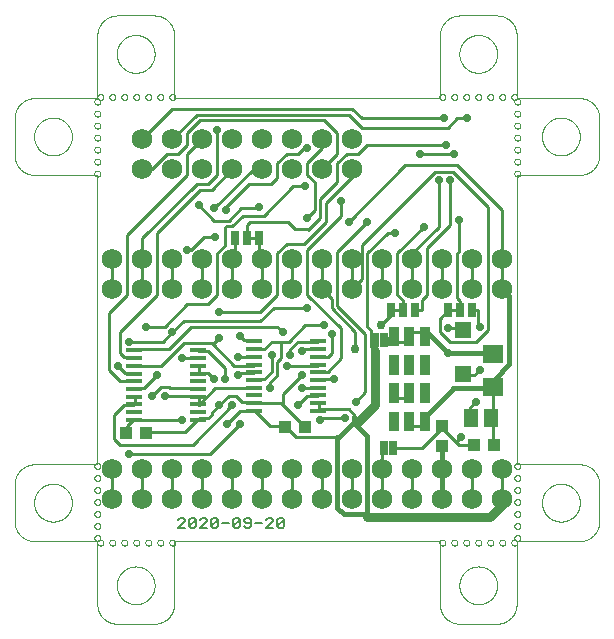
<source format=gtl>
G04 EAGLE Gerber RS-274X export*
G75*
%MOMM*%
%FSLAX34Y34*%
%LPD*%
%INTop Layer*%
%IPPOS*%
%AMOC8*
5,1,8,0,0,1.08239X$1,22.5*%
G01*
%ADD10C,0.152400*%
%ADD11C,0.000000*%
%ADD12R,1.430000X0.350000*%
%ADD13R,1.100000X1.000000*%
%ADD14R,0.939800X0.939800*%
%ADD15R,1.400000X1.400000*%
%ADD16R,1.300000X1.500000*%
%ADD17R,1.800000X1.600000*%
%ADD18R,1.000000X1.100000*%
%ADD19C,1.752600*%
%ADD20R,0.635000X1.270000*%
%ADD21C,0.254000*%
%ADD22C,0.381000*%
%ADD23C,0.762000*%
%ADD24C,0.736600*%
%ADD25C,0.406400*%
%ADD26C,0.756400*%


D10*
X74048Y13462D02*
X68286Y13462D01*
X74048Y19224D01*
X74048Y20665D01*
X72608Y22105D01*
X69727Y22105D01*
X68286Y20665D01*
X77641Y20665D02*
X77641Y14903D01*
X77641Y20665D02*
X79082Y22105D01*
X81963Y22105D01*
X83403Y20665D01*
X83403Y14903D01*
X81963Y13462D01*
X79082Y13462D01*
X77641Y14903D01*
X83403Y20665D01*
X86996Y13462D02*
X92759Y13462D01*
X92759Y19224D02*
X86996Y13462D01*
X92759Y19224D02*
X92759Y20665D01*
X91318Y22105D01*
X88437Y22105D01*
X86996Y20665D01*
X96352Y20665D02*
X96352Y14903D01*
X96352Y20665D02*
X97792Y22105D01*
X100673Y22105D01*
X102114Y20665D01*
X102114Y14903D01*
X100673Y13462D01*
X97792Y13462D01*
X96352Y14903D01*
X102114Y20665D01*
X105707Y17784D02*
X111469Y17784D01*
X115062Y14903D02*
X115062Y20665D01*
X116503Y22105D01*
X119384Y22105D01*
X120824Y20665D01*
X120824Y14903D01*
X119384Y13462D01*
X116503Y13462D01*
X115062Y14903D01*
X120824Y20665D01*
X124417Y14903D02*
X125858Y13462D01*
X128739Y13462D01*
X130179Y14903D01*
X130179Y20665D01*
X128739Y22105D01*
X125858Y22105D01*
X124417Y20665D01*
X124417Y19224D01*
X125858Y17784D01*
X130179Y17784D01*
X133772Y17784D02*
X139535Y17784D01*
X143128Y13462D02*
X148890Y13462D01*
X143128Y13462D02*
X148890Y19224D01*
X148890Y20665D01*
X147449Y22105D01*
X144568Y22105D01*
X143128Y20665D01*
X152483Y20665D02*
X152483Y14903D01*
X152483Y20665D02*
X153923Y22105D01*
X156804Y22105D01*
X158245Y20665D01*
X158245Y14903D01*
X156804Y13462D01*
X153923Y13462D01*
X152483Y14903D01*
X158245Y20665D01*
D11*
X65000Y377500D02*
X290000Y377500D01*
X0Y312500D02*
X0Y67500D01*
X65000Y2500D02*
X290000Y2500D01*
X355600Y67500D02*
X355600Y312500D01*
X353060Y374650D02*
X353062Y374750D01*
X353068Y374851D01*
X353078Y374950D01*
X353092Y375050D01*
X353109Y375149D01*
X353131Y375247D01*
X353157Y375344D01*
X353186Y375440D01*
X353219Y375534D01*
X353256Y375628D01*
X353296Y375720D01*
X353340Y375810D01*
X353388Y375898D01*
X353439Y375985D01*
X353493Y376069D01*
X353551Y376151D01*
X353612Y376231D01*
X353676Y376308D01*
X353743Y376383D01*
X353813Y376455D01*
X353886Y376524D01*
X353961Y376590D01*
X354039Y376654D01*
X354119Y376714D01*
X354202Y376771D01*
X354287Y376824D01*
X354374Y376874D01*
X354463Y376921D01*
X354553Y376964D01*
X354645Y377004D01*
X354739Y377040D01*
X354834Y377072D01*
X354930Y377100D01*
X355028Y377125D01*
X355126Y377145D01*
X355225Y377162D01*
X355325Y377175D01*
X355424Y377184D01*
X355525Y377189D01*
X355625Y377190D01*
X355725Y377187D01*
X355826Y377180D01*
X355925Y377169D01*
X356025Y377154D01*
X356123Y377136D01*
X356221Y377113D01*
X356318Y377086D01*
X356413Y377056D01*
X356508Y377022D01*
X356601Y376984D01*
X356692Y376943D01*
X356782Y376898D01*
X356870Y376850D01*
X356956Y376798D01*
X357040Y376743D01*
X357121Y376684D01*
X357200Y376622D01*
X357277Y376558D01*
X357351Y376490D01*
X357422Y376419D01*
X357491Y376346D01*
X357556Y376270D01*
X357619Y376191D01*
X357678Y376110D01*
X357734Y376027D01*
X357787Y375942D01*
X357836Y375854D01*
X357882Y375765D01*
X357924Y375674D01*
X357963Y375581D01*
X357998Y375487D01*
X358029Y375392D01*
X358057Y375295D01*
X358080Y375198D01*
X358100Y375099D01*
X358116Y375000D01*
X358128Y374901D01*
X358136Y374800D01*
X358140Y374700D01*
X358140Y374600D01*
X358136Y374500D01*
X358128Y374399D01*
X358116Y374300D01*
X358100Y374201D01*
X358080Y374102D01*
X358057Y374005D01*
X358029Y373908D01*
X357998Y373813D01*
X357963Y373719D01*
X357924Y373626D01*
X357882Y373535D01*
X357836Y373446D01*
X357787Y373358D01*
X357734Y373273D01*
X357678Y373190D01*
X357619Y373109D01*
X357556Y373030D01*
X357491Y372954D01*
X357422Y372881D01*
X357351Y372810D01*
X357277Y372742D01*
X357200Y372678D01*
X357121Y372616D01*
X357040Y372557D01*
X356956Y372502D01*
X356870Y372450D01*
X356782Y372402D01*
X356692Y372357D01*
X356601Y372316D01*
X356508Y372278D01*
X356413Y372244D01*
X356318Y372214D01*
X356221Y372187D01*
X356123Y372164D01*
X356025Y372146D01*
X355925Y372131D01*
X355826Y372120D01*
X355725Y372113D01*
X355625Y372110D01*
X355525Y372111D01*
X355424Y372116D01*
X355325Y372125D01*
X355225Y372138D01*
X355126Y372155D01*
X355028Y372175D01*
X354930Y372200D01*
X354834Y372228D01*
X354739Y372260D01*
X354645Y372296D01*
X354553Y372336D01*
X354463Y372379D01*
X354374Y372426D01*
X354287Y372476D01*
X354202Y372529D01*
X354119Y372586D01*
X354039Y372646D01*
X353961Y372710D01*
X353886Y372776D01*
X353813Y372845D01*
X353743Y372917D01*
X353676Y372992D01*
X353612Y373069D01*
X353551Y373149D01*
X353493Y373231D01*
X353439Y373315D01*
X353388Y373402D01*
X353340Y373490D01*
X353296Y373580D01*
X353256Y373672D01*
X353219Y373766D01*
X353186Y373860D01*
X353157Y373956D01*
X353131Y374053D01*
X353109Y374151D01*
X353092Y374250D01*
X353078Y374350D01*
X353068Y374449D01*
X353062Y374550D01*
X353060Y374650D01*
X353060Y364490D02*
X353062Y364590D01*
X353068Y364691D01*
X353078Y364790D01*
X353092Y364890D01*
X353109Y364989D01*
X353131Y365087D01*
X353157Y365184D01*
X353186Y365280D01*
X353219Y365374D01*
X353256Y365468D01*
X353296Y365560D01*
X353340Y365650D01*
X353388Y365738D01*
X353439Y365825D01*
X353493Y365909D01*
X353551Y365991D01*
X353612Y366071D01*
X353676Y366148D01*
X353743Y366223D01*
X353813Y366295D01*
X353886Y366364D01*
X353961Y366430D01*
X354039Y366494D01*
X354119Y366554D01*
X354202Y366611D01*
X354287Y366664D01*
X354374Y366714D01*
X354463Y366761D01*
X354553Y366804D01*
X354645Y366844D01*
X354739Y366880D01*
X354834Y366912D01*
X354930Y366940D01*
X355028Y366965D01*
X355126Y366985D01*
X355225Y367002D01*
X355325Y367015D01*
X355424Y367024D01*
X355525Y367029D01*
X355625Y367030D01*
X355725Y367027D01*
X355826Y367020D01*
X355925Y367009D01*
X356025Y366994D01*
X356123Y366976D01*
X356221Y366953D01*
X356318Y366926D01*
X356413Y366896D01*
X356508Y366862D01*
X356601Y366824D01*
X356692Y366783D01*
X356782Y366738D01*
X356870Y366690D01*
X356956Y366638D01*
X357040Y366583D01*
X357121Y366524D01*
X357200Y366462D01*
X357277Y366398D01*
X357351Y366330D01*
X357422Y366259D01*
X357491Y366186D01*
X357556Y366110D01*
X357619Y366031D01*
X357678Y365950D01*
X357734Y365867D01*
X357787Y365782D01*
X357836Y365694D01*
X357882Y365605D01*
X357924Y365514D01*
X357963Y365421D01*
X357998Y365327D01*
X358029Y365232D01*
X358057Y365135D01*
X358080Y365038D01*
X358100Y364939D01*
X358116Y364840D01*
X358128Y364741D01*
X358136Y364640D01*
X358140Y364540D01*
X358140Y364440D01*
X358136Y364340D01*
X358128Y364239D01*
X358116Y364140D01*
X358100Y364041D01*
X358080Y363942D01*
X358057Y363845D01*
X358029Y363748D01*
X357998Y363653D01*
X357963Y363559D01*
X357924Y363466D01*
X357882Y363375D01*
X357836Y363286D01*
X357787Y363198D01*
X357734Y363113D01*
X357678Y363030D01*
X357619Y362949D01*
X357556Y362870D01*
X357491Y362794D01*
X357422Y362721D01*
X357351Y362650D01*
X357277Y362582D01*
X357200Y362518D01*
X357121Y362456D01*
X357040Y362397D01*
X356956Y362342D01*
X356870Y362290D01*
X356782Y362242D01*
X356692Y362197D01*
X356601Y362156D01*
X356508Y362118D01*
X356413Y362084D01*
X356318Y362054D01*
X356221Y362027D01*
X356123Y362004D01*
X356025Y361986D01*
X355925Y361971D01*
X355826Y361960D01*
X355725Y361953D01*
X355625Y361950D01*
X355525Y361951D01*
X355424Y361956D01*
X355325Y361965D01*
X355225Y361978D01*
X355126Y361995D01*
X355028Y362015D01*
X354930Y362040D01*
X354834Y362068D01*
X354739Y362100D01*
X354645Y362136D01*
X354553Y362176D01*
X354463Y362219D01*
X354374Y362266D01*
X354287Y362316D01*
X354202Y362369D01*
X354119Y362426D01*
X354039Y362486D01*
X353961Y362550D01*
X353886Y362616D01*
X353813Y362685D01*
X353743Y362757D01*
X353676Y362832D01*
X353612Y362909D01*
X353551Y362989D01*
X353493Y363071D01*
X353439Y363155D01*
X353388Y363242D01*
X353340Y363330D01*
X353296Y363420D01*
X353256Y363512D01*
X353219Y363606D01*
X353186Y363700D01*
X353157Y363796D01*
X353131Y363893D01*
X353109Y363991D01*
X353092Y364090D01*
X353078Y364190D01*
X353068Y364289D01*
X353062Y364390D01*
X353060Y364490D01*
X353060Y354330D02*
X353062Y354430D01*
X353068Y354531D01*
X353078Y354630D01*
X353092Y354730D01*
X353109Y354829D01*
X353131Y354927D01*
X353157Y355024D01*
X353186Y355120D01*
X353219Y355214D01*
X353256Y355308D01*
X353296Y355400D01*
X353340Y355490D01*
X353388Y355578D01*
X353439Y355665D01*
X353493Y355749D01*
X353551Y355831D01*
X353612Y355911D01*
X353676Y355988D01*
X353743Y356063D01*
X353813Y356135D01*
X353886Y356204D01*
X353961Y356270D01*
X354039Y356334D01*
X354119Y356394D01*
X354202Y356451D01*
X354287Y356504D01*
X354374Y356554D01*
X354463Y356601D01*
X354553Y356644D01*
X354645Y356684D01*
X354739Y356720D01*
X354834Y356752D01*
X354930Y356780D01*
X355028Y356805D01*
X355126Y356825D01*
X355225Y356842D01*
X355325Y356855D01*
X355424Y356864D01*
X355525Y356869D01*
X355625Y356870D01*
X355725Y356867D01*
X355826Y356860D01*
X355925Y356849D01*
X356025Y356834D01*
X356123Y356816D01*
X356221Y356793D01*
X356318Y356766D01*
X356413Y356736D01*
X356508Y356702D01*
X356601Y356664D01*
X356692Y356623D01*
X356782Y356578D01*
X356870Y356530D01*
X356956Y356478D01*
X357040Y356423D01*
X357121Y356364D01*
X357200Y356302D01*
X357277Y356238D01*
X357351Y356170D01*
X357422Y356099D01*
X357491Y356026D01*
X357556Y355950D01*
X357619Y355871D01*
X357678Y355790D01*
X357734Y355707D01*
X357787Y355622D01*
X357836Y355534D01*
X357882Y355445D01*
X357924Y355354D01*
X357963Y355261D01*
X357998Y355167D01*
X358029Y355072D01*
X358057Y354975D01*
X358080Y354878D01*
X358100Y354779D01*
X358116Y354680D01*
X358128Y354581D01*
X358136Y354480D01*
X358140Y354380D01*
X358140Y354280D01*
X358136Y354180D01*
X358128Y354079D01*
X358116Y353980D01*
X358100Y353881D01*
X358080Y353782D01*
X358057Y353685D01*
X358029Y353588D01*
X357998Y353493D01*
X357963Y353399D01*
X357924Y353306D01*
X357882Y353215D01*
X357836Y353126D01*
X357787Y353038D01*
X357734Y352953D01*
X357678Y352870D01*
X357619Y352789D01*
X357556Y352710D01*
X357491Y352634D01*
X357422Y352561D01*
X357351Y352490D01*
X357277Y352422D01*
X357200Y352358D01*
X357121Y352296D01*
X357040Y352237D01*
X356956Y352182D01*
X356870Y352130D01*
X356782Y352082D01*
X356692Y352037D01*
X356601Y351996D01*
X356508Y351958D01*
X356413Y351924D01*
X356318Y351894D01*
X356221Y351867D01*
X356123Y351844D01*
X356025Y351826D01*
X355925Y351811D01*
X355826Y351800D01*
X355725Y351793D01*
X355625Y351790D01*
X355525Y351791D01*
X355424Y351796D01*
X355325Y351805D01*
X355225Y351818D01*
X355126Y351835D01*
X355028Y351855D01*
X354930Y351880D01*
X354834Y351908D01*
X354739Y351940D01*
X354645Y351976D01*
X354553Y352016D01*
X354463Y352059D01*
X354374Y352106D01*
X354287Y352156D01*
X354202Y352209D01*
X354119Y352266D01*
X354039Y352326D01*
X353961Y352390D01*
X353886Y352456D01*
X353813Y352525D01*
X353743Y352597D01*
X353676Y352672D01*
X353612Y352749D01*
X353551Y352829D01*
X353493Y352911D01*
X353439Y352995D01*
X353388Y353082D01*
X353340Y353170D01*
X353296Y353260D01*
X353256Y353352D01*
X353219Y353446D01*
X353186Y353540D01*
X353157Y353636D01*
X353131Y353733D01*
X353109Y353831D01*
X353092Y353930D01*
X353078Y354030D01*
X353068Y354129D01*
X353062Y354230D01*
X353060Y354330D01*
X353060Y344170D02*
X353062Y344270D01*
X353068Y344371D01*
X353078Y344470D01*
X353092Y344570D01*
X353109Y344669D01*
X353131Y344767D01*
X353157Y344864D01*
X353186Y344960D01*
X353219Y345054D01*
X353256Y345148D01*
X353296Y345240D01*
X353340Y345330D01*
X353388Y345418D01*
X353439Y345505D01*
X353493Y345589D01*
X353551Y345671D01*
X353612Y345751D01*
X353676Y345828D01*
X353743Y345903D01*
X353813Y345975D01*
X353886Y346044D01*
X353961Y346110D01*
X354039Y346174D01*
X354119Y346234D01*
X354202Y346291D01*
X354287Y346344D01*
X354374Y346394D01*
X354463Y346441D01*
X354553Y346484D01*
X354645Y346524D01*
X354739Y346560D01*
X354834Y346592D01*
X354930Y346620D01*
X355028Y346645D01*
X355126Y346665D01*
X355225Y346682D01*
X355325Y346695D01*
X355424Y346704D01*
X355525Y346709D01*
X355625Y346710D01*
X355725Y346707D01*
X355826Y346700D01*
X355925Y346689D01*
X356025Y346674D01*
X356123Y346656D01*
X356221Y346633D01*
X356318Y346606D01*
X356413Y346576D01*
X356508Y346542D01*
X356601Y346504D01*
X356692Y346463D01*
X356782Y346418D01*
X356870Y346370D01*
X356956Y346318D01*
X357040Y346263D01*
X357121Y346204D01*
X357200Y346142D01*
X357277Y346078D01*
X357351Y346010D01*
X357422Y345939D01*
X357491Y345866D01*
X357556Y345790D01*
X357619Y345711D01*
X357678Y345630D01*
X357734Y345547D01*
X357787Y345462D01*
X357836Y345374D01*
X357882Y345285D01*
X357924Y345194D01*
X357963Y345101D01*
X357998Y345007D01*
X358029Y344912D01*
X358057Y344815D01*
X358080Y344718D01*
X358100Y344619D01*
X358116Y344520D01*
X358128Y344421D01*
X358136Y344320D01*
X358140Y344220D01*
X358140Y344120D01*
X358136Y344020D01*
X358128Y343919D01*
X358116Y343820D01*
X358100Y343721D01*
X358080Y343622D01*
X358057Y343525D01*
X358029Y343428D01*
X357998Y343333D01*
X357963Y343239D01*
X357924Y343146D01*
X357882Y343055D01*
X357836Y342966D01*
X357787Y342878D01*
X357734Y342793D01*
X357678Y342710D01*
X357619Y342629D01*
X357556Y342550D01*
X357491Y342474D01*
X357422Y342401D01*
X357351Y342330D01*
X357277Y342262D01*
X357200Y342198D01*
X357121Y342136D01*
X357040Y342077D01*
X356956Y342022D01*
X356870Y341970D01*
X356782Y341922D01*
X356692Y341877D01*
X356601Y341836D01*
X356508Y341798D01*
X356413Y341764D01*
X356318Y341734D01*
X356221Y341707D01*
X356123Y341684D01*
X356025Y341666D01*
X355925Y341651D01*
X355826Y341640D01*
X355725Y341633D01*
X355625Y341630D01*
X355525Y341631D01*
X355424Y341636D01*
X355325Y341645D01*
X355225Y341658D01*
X355126Y341675D01*
X355028Y341695D01*
X354930Y341720D01*
X354834Y341748D01*
X354739Y341780D01*
X354645Y341816D01*
X354553Y341856D01*
X354463Y341899D01*
X354374Y341946D01*
X354287Y341996D01*
X354202Y342049D01*
X354119Y342106D01*
X354039Y342166D01*
X353961Y342230D01*
X353886Y342296D01*
X353813Y342365D01*
X353743Y342437D01*
X353676Y342512D01*
X353612Y342589D01*
X353551Y342669D01*
X353493Y342751D01*
X353439Y342835D01*
X353388Y342922D01*
X353340Y343010D01*
X353296Y343100D01*
X353256Y343192D01*
X353219Y343286D01*
X353186Y343380D01*
X353157Y343476D01*
X353131Y343573D01*
X353109Y343671D01*
X353092Y343770D01*
X353078Y343870D01*
X353068Y343969D01*
X353062Y344070D01*
X353060Y344170D01*
X353060Y334010D02*
X353062Y334110D01*
X353068Y334211D01*
X353078Y334310D01*
X353092Y334410D01*
X353109Y334509D01*
X353131Y334607D01*
X353157Y334704D01*
X353186Y334800D01*
X353219Y334894D01*
X353256Y334988D01*
X353296Y335080D01*
X353340Y335170D01*
X353388Y335258D01*
X353439Y335345D01*
X353493Y335429D01*
X353551Y335511D01*
X353612Y335591D01*
X353676Y335668D01*
X353743Y335743D01*
X353813Y335815D01*
X353886Y335884D01*
X353961Y335950D01*
X354039Y336014D01*
X354119Y336074D01*
X354202Y336131D01*
X354287Y336184D01*
X354374Y336234D01*
X354463Y336281D01*
X354553Y336324D01*
X354645Y336364D01*
X354739Y336400D01*
X354834Y336432D01*
X354930Y336460D01*
X355028Y336485D01*
X355126Y336505D01*
X355225Y336522D01*
X355325Y336535D01*
X355424Y336544D01*
X355525Y336549D01*
X355625Y336550D01*
X355725Y336547D01*
X355826Y336540D01*
X355925Y336529D01*
X356025Y336514D01*
X356123Y336496D01*
X356221Y336473D01*
X356318Y336446D01*
X356413Y336416D01*
X356508Y336382D01*
X356601Y336344D01*
X356692Y336303D01*
X356782Y336258D01*
X356870Y336210D01*
X356956Y336158D01*
X357040Y336103D01*
X357121Y336044D01*
X357200Y335982D01*
X357277Y335918D01*
X357351Y335850D01*
X357422Y335779D01*
X357491Y335706D01*
X357556Y335630D01*
X357619Y335551D01*
X357678Y335470D01*
X357734Y335387D01*
X357787Y335302D01*
X357836Y335214D01*
X357882Y335125D01*
X357924Y335034D01*
X357963Y334941D01*
X357998Y334847D01*
X358029Y334752D01*
X358057Y334655D01*
X358080Y334558D01*
X358100Y334459D01*
X358116Y334360D01*
X358128Y334261D01*
X358136Y334160D01*
X358140Y334060D01*
X358140Y333960D01*
X358136Y333860D01*
X358128Y333759D01*
X358116Y333660D01*
X358100Y333561D01*
X358080Y333462D01*
X358057Y333365D01*
X358029Y333268D01*
X357998Y333173D01*
X357963Y333079D01*
X357924Y332986D01*
X357882Y332895D01*
X357836Y332806D01*
X357787Y332718D01*
X357734Y332633D01*
X357678Y332550D01*
X357619Y332469D01*
X357556Y332390D01*
X357491Y332314D01*
X357422Y332241D01*
X357351Y332170D01*
X357277Y332102D01*
X357200Y332038D01*
X357121Y331976D01*
X357040Y331917D01*
X356956Y331862D01*
X356870Y331810D01*
X356782Y331762D01*
X356692Y331717D01*
X356601Y331676D01*
X356508Y331638D01*
X356413Y331604D01*
X356318Y331574D01*
X356221Y331547D01*
X356123Y331524D01*
X356025Y331506D01*
X355925Y331491D01*
X355826Y331480D01*
X355725Y331473D01*
X355625Y331470D01*
X355525Y331471D01*
X355424Y331476D01*
X355325Y331485D01*
X355225Y331498D01*
X355126Y331515D01*
X355028Y331535D01*
X354930Y331560D01*
X354834Y331588D01*
X354739Y331620D01*
X354645Y331656D01*
X354553Y331696D01*
X354463Y331739D01*
X354374Y331786D01*
X354287Y331836D01*
X354202Y331889D01*
X354119Y331946D01*
X354039Y332006D01*
X353961Y332070D01*
X353886Y332136D01*
X353813Y332205D01*
X353743Y332277D01*
X353676Y332352D01*
X353612Y332429D01*
X353551Y332509D01*
X353493Y332591D01*
X353439Y332675D01*
X353388Y332762D01*
X353340Y332850D01*
X353296Y332940D01*
X353256Y333032D01*
X353219Y333126D01*
X353186Y333220D01*
X353157Y333316D01*
X353131Y333413D01*
X353109Y333511D01*
X353092Y333610D01*
X353078Y333710D01*
X353068Y333809D01*
X353062Y333910D01*
X353060Y334010D01*
X355000Y377500D02*
X407500Y377500D01*
X425000Y360000D02*
X425000Y330000D01*
X407500Y312500D02*
X355600Y312500D01*
X353060Y323850D02*
X353062Y323950D01*
X353068Y324051D01*
X353078Y324150D01*
X353092Y324250D01*
X353109Y324349D01*
X353131Y324447D01*
X353157Y324544D01*
X353186Y324640D01*
X353219Y324734D01*
X353256Y324828D01*
X353296Y324920D01*
X353340Y325010D01*
X353388Y325098D01*
X353439Y325185D01*
X353493Y325269D01*
X353551Y325351D01*
X353612Y325431D01*
X353676Y325508D01*
X353743Y325583D01*
X353813Y325655D01*
X353886Y325724D01*
X353961Y325790D01*
X354039Y325854D01*
X354119Y325914D01*
X354202Y325971D01*
X354287Y326024D01*
X354374Y326074D01*
X354463Y326121D01*
X354553Y326164D01*
X354645Y326204D01*
X354739Y326240D01*
X354834Y326272D01*
X354930Y326300D01*
X355028Y326325D01*
X355126Y326345D01*
X355225Y326362D01*
X355325Y326375D01*
X355424Y326384D01*
X355525Y326389D01*
X355625Y326390D01*
X355725Y326387D01*
X355826Y326380D01*
X355925Y326369D01*
X356025Y326354D01*
X356123Y326336D01*
X356221Y326313D01*
X356318Y326286D01*
X356413Y326256D01*
X356508Y326222D01*
X356601Y326184D01*
X356692Y326143D01*
X356782Y326098D01*
X356870Y326050D01*
X356956Y325998D01*
X357040Y325943D01*
X357121Y325884D01*
X357200Y325822D01*
X357277Y325758D01*
X357351Y325690D01*
X357422Y325619D01*
X357491Y325546D01*
X357556Y325470D01*
X357619Y325391D01*
X357678Y325310D01*
X357734Y325227D01*
X357787Y325142D01*
X357836Y325054D01*
X357882Y324965D01*
X357924Y324874D01*
X357963Y324781D01*
X357998Y324687D01*
X358029Y324592D01*
X358057Y324495D01*
X358080Y324398D01*
X358100Y324299D01*
X358116Y324200D01*
X358128Y324101D01*
X358136Y324000D01*
X358140Y323900D01*
X358140Y323800D01*
X358136Y323700D01*
X358128Y323599D01*
X358116Y323500D01*
X358100Y323401D01*
X358080Y323302D01*
X358057Y323205D01*
X358029Y323108D01*
X357998Y323013D01*
X357963Y322919D01*
X357924Y322826D01*
X357882Y322735D01*
X357836Y322646D01*
X357787Y322558D01*
X357734Y322473D01*
X357678Y322390D01*
X357619Y322309D01*
X357556Y322230D01*
X357491Y322154D01*
X357422Y322081D01*
X357351Y322010D01*
X357277Y321942D01*
X357200Y321878D01*
X357121Y321816D01*
X357040Y321757D01*
X356956Y321702D01*
X356870Y321650D01*
X356782Y321602D01*
X356692Y321557D01*
X356601Y321516D01*
X356508Y321478D01*
X356413Y321444D01*
X356318Y321414D01*
X356221Y321387D01*
X356123Y321364D01*
X356025Y321346D01*
X355925Y321331D01*
X355826Y321320D01*
X355725Y321313D01*
X355625Y321310D01*
X355525Y321311D01*
X355424Y321316D01*
X355325Y321325D01*
X355225Y321338D01*
X355126Y321355D01*
X355028Y321375D01*
X354930Y321400D01*
X354834Y321428D01*
X354739Y321460D01*
X354645Y321496D01*
X354553Y321536D01*
X354463Y321579D01*
X354374Y321626D01*
X354287Y321676D01*
X354202Y321729D01*
X354119Y321786D01*
X354039Y321846D01*
X353961Y321910D01*
X353886Y321976D01*
X353813Y322045D01*
X353743Y322117D01*
X353676Y322192D01*
X353612Y322269D01*
X353551Y322349D01*
X353493Y322431D01*
X353439Y322515D01*
X353388Y322602D01*
X353340Y322690D01*
X353296Y322780D01*
X353256Y322872D01*
X353219Y322966D01*
X353186Y323060D01*
X353157Y323156D01*
X353131Y323253D01*
X353109Y323351D01*
X353092Y323450D01*
X353078Y323550D01*
X353068Y323649D01*
X353062Y323750D01*
X353060Y323850D01*
X353060Y313690D02*
X353062Y313790D01*
X353068Y313891D01*
X353078Y313990D01*
X353092Y314090D01*
X353109Y314189D01*
X353131Y314287D01*
X353157Y314384D01*
X353186Y314480D01*
X353219Y314574D01*
X353256Y314668D01*
X353296Y314760D01*
X353340Y314850D01*
X353388Y314938D01*
X353439Y315025D01*
X353493Y315109D01*
X353551Y315191D01*
X353612Y315271D01*
X353676Y315348D01*
X353743Y315423D01*
X353813Y315495D01*
X353886Y315564D01*
X353961Y315630D01*
X354039Y315694D01*
X354119Y315754D01*
X354202Y315811D01*
X354287Y315864D01*
X354374Y315914D01*
X354463Y315961D01*
X354553Y316004D01*
X354645Y316044D01*
X354739Y316080D01*
X354834Y316112D01*
X354930Y316140D01*
X355028Y316165D01*
X355126Y316185D01*
X355225Y316202D01*
X355325Y316215D01*
X355424Y316224D01*
X355525Y316229D01*
X355625Y316230D01*
X355725Y316227D01*
X355826Y316220D01*
X355925Y316209D01*
X356025Y316194D01*
X356123Y316176D01*
X356221Y316153D01*
X356318Y316126D01*
X356413Y316096D01*
X356508Y316062D01*
X356601Y316024D01*
X356692Y315983D01*
X356782Y315938D01*
X356870Y315890D01*
X356956Y315838D01*
X357040Y315783D01*
X357121Y315724D01*
X357200Y315662D01*
X357277Y315598D01*
X357351Y315530D01*
X357422Y315459D01*
X357491Y315386D01*
X357556Y315310D01*
X357619Y315231D01*
X357678Y315150D01*
X357734Y315067D01*
X357787Y314982D01*
X357836Y314894D01*
X357882Y314805D01*
X357924Y314714D01*
X357963Y314621D01*
X357998Y314527D01*
X358029Y314432D01*
X358057Y314335D01*
X358080Y314238D01*
X358100Y314139D01*
X358116Y314040D01*
X358128Y313941D01*
X358136Y313840D01*
X358140Y313740D01*
X358140Y313640D01*
X358136Y313540D01*
X358128Y313439D01*
X358116Y313340D01*
X358100Y313241D01*
X358080Y313142D01*
X358057Y313045D01*
X358029Y312948D01*
X357998Y312853D01*
X357963Y312759D01*
X357924Y312666D01*
X357882Y312575D01*
X357836Y312486D01*
X357787Y312398D01*
X357734Y312313D01*
X357678Y312230D01*
X357619Y312149D01*
X357556Y312070D01*
X357491Y311994D01*
X357422Y311921D01*
X357351Y311850D01*
X357277Y311782D01*
X357200Y311718D01*
X357121Y311656D01*
X357040Y311597D01*
X356956Y311542D01*
X356870Y311490D01*
X356782Y311442D01*
X356692Y311397D01*
X356601Y311356D01*
X356508Y311318D01*
X356413Y311284D01*
X356318Y311254D01*
X356221Y311227D01*
X356123Y311204D01*
X356025Y311186D01*
X355925Y311171D01*
X355826Y311160D01*
X355725Y311153D01*
X355625Y311150D01*
X355525Y311151D01*
X355424Y311156D01*
X355325Y311165D01*
X355225Y311178D01*
X355126Y311195D01*
X355028Y311215D01*
X354930Y311240D01*
X354834Y311268D01*
X354739Y311300D01*
X354645Y311336D01*
X354553Y311376D01*
X354463Y311419D01*
X354374Y311466D01*
X354287Y311516D01*
X354202Y311569D01*
X354119Y311626D01*
X354039Y311686D01*
X353961Y311750D01*
X353886Y311816D01*
X353813Y311885D01*
X353743Y311957D01*
X353676Y312032D01*
X353612Y312109D01*
X353551Y312189D01*
X353493Y312271D01*
X353439Y312355D01*
X353388Y312442D01*
X353340Y312530D01*
X353296Y312620D01*
X353256Y312712D01*
X353219Y312806D01*
X353186Y312900D01*
X353157Y312996D01*
X353131Y313093D01*
X353109Y313191D01*
X353092Y313290D01*
X353078Y313390D01*
X353068Y313489D01*
X353062Y313590D01*
X353060Y313690D01*
X289560Y378460D02*
X289562Y378560D01*
X289568Y378661D01*
X289578Y378760D01*
X289592Y378860D01*
X289609Y378959D01*
X289631Y379057D01*
X289657Y379154D01*
X289686Y379250D01*
X289719Y379344D01*
X289756Y379438D01*
X289796Y379530D01*
X289840Y379620D01*
X289888Y379708D01*
X289939Y379795D01*
X289993Y379879D01*
X290051Y379961D01*
X290112Y380041D01*
X290176Y380118D01*
X290243Y380193D01*
X290313Y380265D01*
X290386Y380334D01*
X290461Y380400D01*
X290539Y380464D01*
X290619Y380524D01*
X290702Y380581D01*
X290787Y380634D01*
X290874Y380684D01*
X290963Y380731D01*
X291053Y380774D01*
X291145Y380814D01*
X291239Y380850D01*
X291334Y380882D01*
X291430Y380910D01*
X291528Y380935D01*
X291626Y380955D01*
X291725Y380972D01*
X291825Y380985D01*
X291924Y380994D01*
X292025Y380999D01*
X292125Y381000D01*
X292225Y380997D01*
X292326Y380990D01*
X292425Y380979D01*
X292525Y380964D01*
X292623Y380946D01*
X292721Y380923D01*
X292818Y380896D01*
X292913Y380866D01*
X293008Y380832D01*
X293101Y380794D01*
X293192Y380753D01*
X293282Y380708D01*
X293370Y380660D01*
X293456Y380608D01*
X293540Y380553D01*
X293621Y380494D01*
X293700Y380432D01*
X293777Y380368D01*
X293851Y380300D01*
X293922Y380229D01*
X293991Y380156D01*
X294056Y380080D01*
X294119Y380001D01*
X294178Y379920D01*
X294234Y379837D01*
X294287Y379752D01*
X294336Y379664D01*
X294382Y379575D01*
X294424Y379484D01*
X294463Y379391D01*
X294498Y379297D01*
X294529Y379202D01*
X294557Y379105D01*
X294580Y379008D01*
X294600Y378909D01*
X294616Y378810D01*
X294628Y378711D01*
X294636Y378610D01*
X294640Y378510D01*
X294640Y378410D01*
X294636Y378310D01*
X294628Y378209D01*
X294616Y378110D01*
X294600Y378011D01*
X294580Y377912D01*
X294557Y377815D01*
X294529Y377718D01*
X294498Y377623D01*
X294463Y377529D01*
X294424Y377436D01*
X294382Y377345D01*
X294336Y377256D01*
X294287Y377168D01*
X294234Y377083D01*
X294178Y377000D01*
X294119Y376919D01*
X294056Y376840D01*
X293991Y376764D01*
X293922Y376691D01*
X293851Y376620D01*
X293777Y376552D01*
X293700Y376488D01*
X293621Y376426D01*
X293540Y376367D01*
X293456Y376312D01*
X293370Y376260D01*
X293282Y376212D01*
X293192Y376167D01*
X293101Y376126D01*
X293008Y376088D01*
X292913Y376054D01*
X292818Y376024D01*
X292721Y375997D01*
X292623Y375974D01*
X292525Y375956D01*
X292425Y375941D01*
X292326Y375930D01*
X292225Y375923D01*
X292125Y375920D01*
X292025Y375921D01*
X291924Y375926D01*
X291825Y375935D01*
X291725Y375948D01*
X291626Y375965D01*
X291528Y375985D01*
X291430Y376010D01*
X291334Y376038D01*
X291239Y376070D01*
X291145Y376106D01*
X291053Y376146D01*
X290963Y376189D01*
X290874Y376236D01*
X290787Y376286D01*
X290702Y376339D01*
X290619Y376396D01*
X290539Y376456D01*
X290461Y376520D01*
X290386Y376586D01*
X290313Y376655D01*
X290243Y376727D01*
X290176Y376802D01*
X290112Y376879D01*
X290051Y376959D01*
X289993Y377041D01*
X289939Y377125D01*
X289888Y377212D01*
X289840Y377300D01*
X289796Y377390D01*
X289756Y377482D01*
X289719Y377576D01*
X289686Y377670D01*
X289657Y377766D01*
X289631Y377863D01*
X289609Y377961D01*
X289592Y378060D01*
X289578Y378160D01*
X289568Y378259D01*
X289562Y378360D01*
X289560Y378460D01*
X299720Y378460D02*
X299722Y378560D01*
X299728Y378661D01*
X299738Y378760D01*
X299752Y378860D01*
X299769Y378959D01*
X299791Y379057D01*
X299817Y379154D01*
X299846Y379250D01*
X299879Y379344D01*
X299916Y379438D01*
X299956Y379530D01*
X300000Y379620D01*
X300048Y379708D01*
X300099Y379795D01*
X300153Y379879D01*
X300211Y379961D01*
X300272Y380041D01*
X300336Y380118D01*
X300403Y380193D01*
X300473Y380265D01*
X300546Y380334D01*
X300621Y380400D01*
X300699Y380464D01*
X300779Y380524D01*
X300862Y380581D01*
X300947Y380634D01*
X301034Y380684D01*
X301123Y380731D01*
X301213Y380774D01*
X301305Y380814D01*
X301399Y380850D01*
X301494Y380882D01*
X301590Y380910D01*
X301688Y380935D01*
X301786Y380955D01*
X301885Y380972D01*
X301985Y380985D01*
X302084Y380994D01*
X302185Y380999D01*
X302285Y381000D01*
X302385Y380997D01*
X302486Y380990D01*
X302585Y380979D01*
X302685Y380964D01*
X302783Y380946D01*
X302881Y380923D01*
X302978Y380896D01*
X303073Y380866D01*
X303168Y380832D01*
X303261Y380794D01*
X303352Y380753D01*
X303442Y380708D01*
X303530Y380660D01*
X303616Y380608D01*
X303700Y380553D01*
X303781Y380494D01*
X303860Y380432D01*
X303937Y380368D01*
X304011Y380300D01*
X304082Y380229D01*
X304151Y380156D01*
X304216Y380080D01*
X304279Y380001D01*
X304338Y379920D01*
X304394Y379837D01*
X304447Y379752D01*
X304496Y379664D01*
X304542Y379575D01*
X304584Y379484D01*
X304623Y379391D01*
X304658Y379297D01*
X304689Y379202D01*
X304717Y379105D01*
X304740Y379008D01*
X304760Y378909D01*
X304776Y378810D01*
X304788Y378711D01*
X304796Y378610D01*
X304800Y378510D01*
X304800Y378410D01*
X304796Y378310D01*
X304788Y378209D01*
X304776Y378110D01*
X304760Y378011D01*
X304740Y377912D01*
X304717Y377815D01*
X304689Y377718D01*
X304658Y377623D01*
X304623Y377529D01*
X304584Y377436D01*
X304542Y377345D01*
X304496Y377256D01*
X304447Y377168D01*
X304394Y377083D01*
X304338Y377000D01*
X304279Y376919D01*
X304216Y376840D01*
X304151Y376764D01*
X304082Y376691D01*
X304011Y376620D01*
X303937Y376552D01*
X303860Y376488D01*
X303781Y376426D01*
X303700Y376367D01*
X303616Y376312D01*
X303530Y376260D01*
X303442Y376212D01*
X303352Y376167D01*
X303261Y376126D01*
X303168Y376088D01*
X303073Y376054D01*
X302978Y376024D01*
X302881Y375997D01*
X302783Y375974D01*
X302685Y375956D01*
X302585Y375941D01*
X302486Y375930D01*
X302385Y375923D01*
X302285Y375920D01*
X302185Y375921D01*
X302084Y375926D01*
X301985Y375935D01*
X301885Y375948D01*
X301786Y375965D01*
X301688Y375985D01*
X301590Y376010D01*
X301494Y376038D01*
X301399Y376070D01*
X301305Y376106D01*
X301213Y376146D01*
X301123Y376189D01*
X301034Y376236D01*
X300947Y376286D01*
X300862Y376339D01*
X300779Y376396D01*
X300699Y376456D01*
X300621Y376520D01*
X300546Y376586D01*
X300473Y376655D01*
X300403Y376727D01*
X300336Y376802D01*
X300272Y376879D01*
X300211Y376959D01*
X300153Y377041D01*
X300099Y377125D01*
X300048Y377212D01*
X300000Y377300D01*
X299956Y377390D01*
X299916Y377482D01*
X299879Y377576D01*
X299846Y377670D01*
X299817Y377766D01*
X299791Y377863D01*
X299769Y377961D01*
X299752Y378060D01*
X299738Y378160D01*
X299728Y378259D01*
X299722Y378360D01*
X299720Y378460D01*
X309880Y378460D02*
X309882Y378560D01*
X309888Y378661D01*
X309898Y378760D01*
X309912Y378860D01*
X309929Y378959D01*
X309951Y379057D01*
X309977Y379154D01*
X310006Y379250D01*
X310039Y379344D01*
X310076Y379438D01*
X310116Y379530D01*
X310160Y379620D01*
X310208Y379708D01*
X310259Y379795D01*
X310313Y379879D01*
X310371Y379961D01*
X310432Y380041D01*
X310496Y380118D01*
X310563Y380193D01*
X310633Y380265D01*
X310706Y380334D01*
X310781Y380400D01*
X310859Y380464D01*
X310939Y380524D01*
X311022Y380581D01*
X311107Y380634D01*
X311194Y380684D01*
X311283Y380731D01*
X311373Y380774D01*
X311465Y380814D01*
X311559Y380850D01*
X311654Y380882D01*
X311750Y380910D01*
X311848Y380935D01*
X311946Y380955D01*
X312045Y380972D01*
X312145Y380985D01*
X312244Y380994D01*
X312345Y380999D01*
X312445Y381000D01*
X312545Y380997D01*
X312646Y380990D01*
X312745Y380979D01*
X312845Y380964D01*
X312943Y380946D01*
X313041Y380923D01*
X313138Y380896D01*
X313233Y380866D01*
X313328Y380832D01*
X313421Y380794D01*
X313512Y380753D01*
X313602Y380708D01*
X313690Y380660D01*
X313776Y380608D01*
X313860Y380553D01*
X313941Y380494D01*
X314020Y380432D01*
X314097Y380368D01*
X314171Y380300D01*
X314242Y380229D01*
X314311Y380156D01*
X314376Y380080D01*
X314439Y380001D01*
X314498Y379920D01*
X314554Y379837D01*
X314607Y379752D01*
X314656Y379664D01*
X314702Y379575D01*
X314744Y379484D01*
X314783Y379391D01*
X314818Y379297D01*
X314849Y379202D01*
X314877Y379105D01*
X314900Y379008D01*
X314920Y378909D01*
X314936Y378810D01*
X314948Y378711D01*
X314956Y378610D01*
X314960Y378510D01*
X314960Y378410D01*
X314956Y378310D01*
X314948Y378209D01*
X314936Y378110D01*
X314920Y378011D01*
X314900Y377912D01*
X314877Y377815D01*
X314849Y377718D01*
X314818Y377623D01*
X314783Y377529D01*
X314744Y377436D01*
X314702Y377345D01*
X314656Y377256D01*
X314607Y377168D01*
X314554Y377083D01*
X314498Y377000D01*
X314439Y376919D01*
X314376Y376840D01*
X314311Y376764D01*
X314242Y376691D01*
X314171Y376620D01*
X314097Y376552D01*
X314020Y376488D01*
X313941Y376426D01*
X313860Y376367D01*
X313776Y376312D01*
X313690Y376260D01*
X313602Y376212D01*
X313512Y376167D01*
X313421Y376126D01*
X313328Y376088D01*
X313233Y376054D01*
X313138Y376024D01*
X313041Y375997D01*
X312943Y375974D01*
X312845Y375956D01*
X312745Y375941D01*
X312646Y375930D01*
X312545Y375923D01*
X312445Y375920D01*
X312345Y375921D01*
X312244Y375926D01*
X312145Y375935D01*
X312045Y375948D01*
X311946Y375965D01*
X311848Y375985D01*
X311750Y376010D01*
X311654Y376038D01*
X311559Y376070D01*
X311465Y376106D01*
X311373Y376146D01*
X311283Y376189D01*
X311194Y376236D01*
X311107Y376286D01*
X311022Y376339D01*
X310939Y376396D01*
X310859Y376456D01*
X310781Y376520D01*
X310706Y376586D01*
X310633Y376655D01*
X310563Y376727D01*
X310496Y376802D01*
X310432Y376879D01*
X310371Y376959D01*
X310313Y377041D01*
X310259Y377125D01*
X310208Y377212D01*
X310160Y377300D01*
X310116Y377390D01*
X310076Y377482D01*
X310039Y377576D01*
X310006Y377670D01*
X309977Y377766D01*
X309951Y377863D01*
X309929Y377961D01*
X309912Y378060D01*
X309898Y378160D01*
X309888Y378259D01*
X309882Y378360D01*
X309880Y378460D01*
X320040Y378460D02*
X320042Y378560D01*
X320048Y378661D01*
X320058Y378760D01*
X320072Y378860D01*
X320089Y378959D01*
X320111Y379057D01*
X320137Y379154D01*
X320166Y379250D01*
X320199Y379344D01*
X320236Y379438D01*
X320276Y379530D01*
X320320Y379620D01*
X320368Y379708D01*
X320419Y379795D01*
X320473Y379879D01*
X320531Y379961D01*
X320592Y380041D01*
X320656Y380118D01*
X320723Y380193D01*
X320793Y380265D01*
X320866Y380334D01*
X320941Y380400D01*
X321019Y380464D01*
X321099Y380524D01*
X321182Y380581D01*
X321267Y380634D01*
X321354Y380684D01*
X321443Y380731D01*
X321533Y380774D01*
X321625Y380814D01*
X321719Y380850D01*
X321814Y380882D01*
X321910Y380910D01*
X322008Y380935D01*
X322106Y380955D01*
X322205Y380972D01*
X322305Y380985D01*
X322404Y380994D01*
X322505Y380999D01*
X322605Y381000D01*
X322705Y380997D01*
X322806Y380990D01*
X322905Y380979D01*
X323005Y380964D01*
X323103Y380946D01*
X323201Y380923D01*
X323298Y380896D01*
X323393Y380866D01*
X323488Y380832D01*
X323581Y380794D01*
X323672Y380753D01*
X323762Y380708D01*
X323850Y380660D01*
X323936Y380608D01*
X324020Y380553D01*
X324101Y380494D01*
X324180Y380432D01*
X324257Y380368D01*
X324331Y380300D01*
X324402Y380229D01*
X324471Y380156D01*
X324536Y380080D01*
X324599Y380001D01*
X324658Y379920D01*
X324714Y379837D01*
X324767Y379752D01*
X324816Y379664D01*
X324862Y379575D01*
X324904Y379484D01*
X324943Y379391D01*
X324978Y379297D01*
X325009Y379202D01*
X325037Y379105D01*
X325060Y379008D01*
X325080Y378909D01*
X325096Y378810D01*
X325108Y378711D01*
X325116Y378610D01*
X325120Y378510D01*
X325120Y378410D01*
X325116Y378310D01*
X325108Y378209D01*
X325096Y378110D01*
X325080Y378011D01*
X325060Y377912D01*
X325037Y377815D01*
X325009Y377718D01*
X324978Y377623D01*
X324943Y377529D01*
X324904Y377436D01*
X324862Y377345D01*
X324816Y377256D01*
X324767Y377168D01*
X324714Y377083D01*
X324658Y377000D01*
X324599Y376919D01*
X324536Y376840D01*
X324471Y376764D01*
X324402Y376691D01*
X324331Y376620D01*
X324257Y376552D01*
X324180Y376488D01*
X324101Y376426D01*
X324020Y376367D01*
X323936Y376312D01*
X323850Y376260D01*
X323762Y376212D01*
X323672Y376167D01*
X323581Y376126D01*
X323488Y376088D01*
X323393Y376054D01*
X323298Y376024D01*
X323201Y375997D01*
X323103Y375974D01*
X323005Y375956D01*
X322905Y375941D01*
X322806Y375930D01*
X322705Y375923D01*
X322605Y375920D01*
X322505Y375921D01*
X322404Y375926D01*
X322305Y375935D01*
X322205Y375948D01*
X322106Y375965D01*
X322008Y375985D01*
X321910Y376010D01*
X321814Y376038D01*
X321719Y376070D01*
X321625Y376106D01*
X321533Y376146D01*
X321443Y376189D01*
X321354Y376236D01*
X321267Y376286D01*
X321182Y376339D01*
X321099Y376396D01*
X321019Y376456D01*
X320941Y376520D01*
X320866Y376586D01*
X320793Y376655D01*
X320723Y376727D01*
X320656Y376802D01*
X320592Y376879D01*
X320531Y376959D01*
X320473Y377041D01*
X320419Y377125D01*
X320368Y377212D01*
X320320Y377300D01*
X320276Y377390D01*
X320236Y377482D01*
X320199Y377576D01*
X320166Y377670D01*
X320137Y377766D01*
X320111Y377863D01*
X320089Y377961D01*
X320072Y378060D01*
X320058Y378160D01*
X320048Y378259D01*
X320042Y378360D01*
X320040Y378460D01*
X330200Y378460D02*
X330202Y378560D01*
X330208Y378661D01*
X330218Y378760D01*
X330232Y378860D01*
X330249Y378959D01*
X330271Y379057D01*
X330297Y379154D01*
X330326Y379250D01*
X330359Y379344D01*
X330396Y379438D01*
X330436Y379530D01*
X330480Y379620D01*
X330528Y379708D01*
X330579Y379795D01*
X330633Y379879D01*
X330691Y379961D01*
X330752Y380041D01*
X330816Y380118D01*
X330883Y380193D01*
X330953Y380265D01*
X331026Y380334D01*
X331101Y380400D01*
X331179Y380464D01*
X331259Y380524D01*
X331342Y380581D01*
X331427Y380634D01*
X331514Y380684D01*
X331603Y380731D01*
X331693Y380774D01*
X331785Y380814D01*
X331879Y380850D01*
X331974Y380882D01*
X332070Y380910D01*
X332168Y380935D01*
X332266Y380955D01*
X332365Y380972D01*
X332465Y380985D01*
X332564Y380994D01*
X332665Y380999D01*
X332765Y381000D01*
X332865Y380997D01*
X332966Y380990D01*
X333065Y380979D01*
X333165Y380964D01*
X333263Y380946D01*
X333361Y380923D01*
X333458Y380896D01*
X333553Y380866D01*
X333648Y380832D01*
X333741Y380794D01*
X333832Y380753D01*
X333922Y380708D01*
X334010Y380660D01*
X334096Y380608D01*
X334180Y380553D01*
X334261Y380494D01*
X334340Y380432D01*
X334417Y380368D01*
X334491Y380300D01*
X334562Y380229D01*
X334631Y380156D01*
X334696Y380080D01*
X334759Y380001D01*
X334818Y379920D01*
X334874Y379837D01*
X334927Y379752D01*
X334976Y379664D01*
X335022Y379575D01*
X335064Y379484D01*
X335103Y379391D01*
X335138Y379297D01*
X335169Y379202D01*
X335197Y379105D01*
X335220Y379008D01*
X335240Y378909D01*
X335256Y378810D01*
X335268Y378711D01*
X335276Y378610D01*
X335280Y378510D01*
X335280Y378410D01*
X335276Y378310D01*
X335268Y378209D01*
X335256Y378110D01*
X335240Y378011D01*
X335220Y377912D01*
X335197Y377815D01*
X335169Y377718D01*
X335138Y377623D01*
X335103Y377529D01*
X335064Y377436D01*
X335022Y377345D01*
X334976Y377256D01*
X334927Y377168D01*
X334874Y377083D01*
X334818Y377000D01*
X334759Y376919D01*
X334696Y376840D01*
X334631Y376764D01*
X334562Y376691D01*
X334491Y376620D01*
X334417Y376552D01*
X334340Y376488D01*
X334261Y376426D01*
X334180Y376367D01*
X334096Y376312D01*
X334010Y376260D01*
X333922Y376212D01*
X333832Y376167D01*
X333741Y376126D01*
X333648Y376088D01*
X333553Y376054D01*
X333458Y376024D01*
X333361Y375997D01*
X333263Y375974D01*
X333165Y375956D01*
X333065Y375941D01*
X332966Y375930D01*
X332865Y375923D01*
X332765Y375920D01*
X332665Y375921D01*
X332564Y375926D01*
X332465Y375935D01*
X332365Y375948D01*
X332266Y375965D01*
X332168Y375985D01*
X332070Y376010D01*
X331974Y376038D01*
X331879Y376070D01*
X331785Y376106D01*
X331693Y376146D01*
X331603Y376189D01*
X331514Y376236D01*
X331427Y376286D01*
X331342Y376339D01*
X331259Y376396D01*
X331179Y376456D01*
X331101Y376520D01*
X331026Y376586D01*
X330953Y376655D01*
X330883Y376727D01*
X330816Y376802D01*
X330752Y376879D01*
X330691Y376959D01*
X330633Y377041D01*
X330579Y377125D01*
X330528Y377212D01*
X330480Y377300D01*
X330436Y377390D01*
X330396Y377482D01*
X330359Y377576D01*
X330326Y377670D01*
X330297Y377766D01*
X330271Y377863D01*
X330249Y377961D01*
X330232Y378060D01*
X330218Y378160D01*
X330208Y378259D01*
X330202Y378360D01*
X330200Y378460D01*
X290000Y377500D02*
X290000Y430000D01*
X308000Y447500D02*
X337500Y447500D01*
X340360Y378460D02*
X340362Y378560D01*
X340368Y378661D01*
X340378Y378760D01*
X340392Y378860D01*
X340409Y378959D01*
X340431Y379057D01*
X340457Y379154D01*
X340486Y379250D01*
X340519Y379344D01*
X340556Y379438D01*
X340596Y379530D01*
X340640Y379620D01*
X340688Y379708D01*
X340739Y379795D01*
X340793Y379879D01*
X340851Y379961D01*
X340912Y380041D01*
X340976Y380118D01*
X341043Y380193D01*
X341113Y380265D01*
X341186Y380334D01*
X341261Y380400D01*
X341339Y380464D01*
X341419Y380524D01*
X341502Y380581D01*
X341587Y380634D01*
X341674Y380684D01*
X341763Y380731D01*
X341853Y380774D01*
X341945Y380814D01*
X342039Y380850D01*
X342134Y380882D01*
X342230Y380910D01*
X342328Y380935D01*
X342426Y380955D01*
X342525Y380972D01*
X342625Y380985D01*
X342724Y380994D01*
X342825Y380999D01*
X342925Y381000D01*
X343025Y380997D01*
X343126Y380990D01*
X343225Y380979D01*
X343325Y380964D01*
X343423Y380946D01*
X343521Y380923D01*
X343618Y380896D01*
X343713Y380866D01*
X343808Y380832D01*
X343901Y380794D01*
X343992Y380753D01*
X344082Y380708D01*
X344170Y380660D01*
X344256Y380608D01*
X344340Y380553D01*
X344421Y380494D01*
X344500Y380432D01*
X344577Y380368D01*
X344651Y380300D01*
X344722Y380229D01*
X344791Y380156D01*
X344856Y380080D01*
X344919Y380001D01*
X344978Y379920D01*
X345034Y379837D01*
X345087Y379752D01*
X345136Y379664D01*
X345182Y379575D01*
X345224Y379484D01*
X345263Y379391D01*
X345298Y379297D01*
X345329Y379202D01*
X345357Y379105D01*
X345380Y379008D01*
X345400Y378909D01*
X345416Y378810D01*
X345428Y378711D01*
X345436Y378610D01*
X345440Y378510D01*
X345440Y378410D01*
X345436Y378310D01*
X345428Y378209D01*
X345416Y378110D01*
X345400Y378011D01*
X345380Y377912D01*
X345357Y377815D01*
X345329Y377718D01*
X345298Y377623D01*
X345263Y377529D01*
X345224Y377436D01*
X345182Y377345D01*
X345136Y377256D01*
X345087Y377168D01*
X345034Y377083D01*
X344978Y377000D01*
X344919Y376919D01*
X344856Y376840D01*
X344791Y376764D01*
X344722Y376691D01*
X344651Y376620D01*
X344577Y376552D01*
X344500Y376488D01*
X344421Y376426D01*
X344340Y376367D01*
X344256Y376312D01*
X344170Y376260D01*
X344082Y376212D01*
X343992Y376167D01*
X343901Y376126D01*
X343808Y376088D01*
X343713Y376054D01*
X343618Y376024D01*
X343521Y375997D01*
X343423Y375974D01*
X343325Y375956D01*
X343225Y375941D01*
X343126Y375930D01*
X343025Y375923D01*
X342925Y375920D01*
X342825Y375921D01*
X342724Y375926D01*
X342625Y375935D01*
X342525Y375948D01*
X342426Y375965D01*
X342328Y375985D01*
X342230Y376010D01*
X342134Y376038D01*
X342039Y376070D01*
X341945Y376106D01*
X341853Y376146D01*
X341763Y376189D01*
X341674Y376236D01*
X341587Y376286D01*
X341502Y376339D01*
X341419Y376396D01*
X341339Y376456D01*
X341261Y376520D01*
X341186Y376586D01*
X341113Y376655D01*
X341043Y376727D01*
X340976Y376802D01*
X340912Y376879D01*
X340851Y376959D01*
X340793Y377041D01*
X340739Y377125D01*
X340688Y377212D01*
X340640Y377300D01*
X340596Y377390D01*
X340556Y377482D01*
X340519Y377576D01*
X340486Y377670D01*
X340457Y377766D01*
X340431Y377863D01*
X340409Y377961D01*
X340392Y378060D01*
X340378Y378160D01*
X340368Y378259D01*
X340362Y378360D01*
X340360Y378460D01*
X350520Y378460D02*
X350522Y378560D01*
X350528Y378661D01*
X350538Y378760D01*
X350552Y378860D01*
X350569Y378959D01*
X350591Y379057D01*
X350617Y379154D01*
X350646Y379250D01*
X350679Y379344D01*
X350716Y379438D01*
X350756Y379530D01*
X350800Y379620D01*
X350848Y379708D01*
X350899Y379795D01*
X350953Y379879D01*
X351011Y379961D01*
X351072Y380041D01*
X351136Y380118D01*
X351203Y380193D01*
X351273Y380265D01*
X351346Y380334D01*
X351421Y380400D01*
X351499Y380464D01*
X351579Y380524D01*
X351662Y380581D01*
X351747Y380634D01*
X351834Y380684D01*
X351923Y380731D01*
X352013Y380774D01*
X352105Y380814D01*
X352199Y380850D01*
X352294Y380882D01*
X352390Y380910D01*
X352488Y380935D01*
X352586Y380955D01*
X352685Y380972D01*
X352785Y380985D01*
X352884Y380994D01*
X352985Y380999D01*
X353085Y381000D01*
X353185Y380997D01*
X353286Y380990D01*
X353385Y380979D01*
X353485Y380964D01*
X353583Y380946D01*
X353681Y380923D01*
X353778Y380896D01*
X353873Y380866D01*
X353968Y380832D01*
X354061Y380794D01*
X354152Y380753D01*
X354242Y380708D01*
X354330Y380660D01*
X354416Y380608D01*
X354500Y380553D01*
X354581Y380494D01*
X354660Y380432D01*
X354737Y380368D01*
X354811Y380300D01*
X354882Y380229D01*
X354951Y380156D01*
X355016Y380080D01*
X355079Y380001D01*
X355138Y379920D01*
X355194Y379837D01*
X355247Y379752D01*
X355296Y379664D01*
X355342Y379575D01*
X355384Y379484D01*
X355423Y379391D01*
X355458Y379297D01*
X355489Y379202D01*
X355517Y379105D01*
X355540Y379008D01*
X355560Y378909D01*
X355576Y378810D01*
X355588Y378711D01*
X355596Y378610D01*
X355600Y378510D01*
X355600Y378410D01*
X355596Y378310D01*
X355588Y378209D01*
X355576Y378110D01*
X355560Y378011D01*
X355540Y377912D01*
X355517Y377815D01*
X355489Y377718D01*
X355458Y377623D01*
X355423Y377529D01*
X355384Y377436D01*
X355342Y377345D01*
X355296Y377256D01*
X355247Y377168D01*
X355194Y377083D01*
X355138Y377000D01*
X355079Y376919D01*
X355016Y376840D01*
X354951Y376764D01*
X354882Y376691D01*
X354811Y376620D01*
X354737Y376552D01*
X354660Y376488D01*
X354581Y376426D01*
X354500Y376367D01*
X354416Y376312D01*
X354330Y376260D01*
X354242Y376212D01*
X354152Y376167D01*
X354061Y376126D01*
X353968Y376088D01*
X353873Y376054D01*
X353778Y376024D01*
X353681Y375997D01*
X353583Y375974D01*
X353485Y375956D01*
X353385Y375941D01*
X353286Y375930D01*
X353185Y375923D01*
X353085Y375920D01*
X352985Y375921D01*
X352884Y375926D01*
X352785Y375935D01*
X352685Y375948D01*
X352586Y375965D01*
X352488Y375985D01*
X352390Y376010D01*
X352294Y376038D01*
X352199Y376070D01*
X352105Y376106D01*
X352013Y376146D01*
X351923Y376189D01*
X351834Y376236D01*
X351747Y376286D01*
X351662Y376339D01*
X351579Y376396D01*
X351499Y376456D01*
X351421Y376520D01*
X351346Y376586D01*
X351273Y376655D01*
X351203Y376727D01*
X351136Y376802D01*
X351072Y376879D01*
X351011Y376959D01*
X350953Y377041D01*
X350899Y377125D01*
X350848Y377212D01*
X350800Y377300D01*
X350756Y377390D01*
X350716Y377482D01*
X350679Y377576D01*
X350646Y377670D01*
X350617Y377766D01*
X350591Y377863D01*
X350569Y377961D01*
X350552Y378060D01*
X350538Y378160D01*
X350528Y378259D01*
X350522Y378360D01*
X350520Y378460D01*
X0Y378460D02*
X2Y378560D01*
X8Y378661D01*
X18Y378760D01*
X32Y378860D01*
X49Y378959D01*
X71Y379057D01*
X97Y379154D01*
X126Y379250D01*
X159Y379344D01*
X196Y379438D01*
X236Y379530D01*
X280Y379620D01*
X328Y379708D01*
X379Y379795D01*
X433Y379879D01*
X491Y379961D01*
X552Y380041D01*
X616Y380118D01*
X683Y380193D01*
X753Y380265D01*
X826Y380334D01*
X901Y380400D01*
X979Y380464D01*
X1059Y380524D01*
X1142Y380581D01*
X1227Y380634D01*
X1314Y380684D01*
X1403Y380731D01*
X1493Y380774D01*
X1585Y380814D01*
X1679Y380850D01*
X1774Y380882D01*
X1870Y380910D01*
X1968Y380935D01*
X2066Y380955D01*
X2165Y380972D01*
X2265Y380985D01*
X2364Y380994D01*
X2465Y380999D01*
X2565Y381000D01*
X2665Y380997D01*
X2766Y380990D01*
X2865Y380979D01*
X2965Y380964D01*
X3063Y380946D01*
X3161Y380923D01*
X3258Y380896D01*
X3353Y380866D01*
X3448Y380832D01*
X3541Y380794D01*
X3632Y380753D01*
X3722Y380708D01*
X3810Y380660D01*
X3896Y380608D01*
X3980Y380553D01*
X4061Y380494D01*
X4140Y380432D01*
X4217Y380368D01*
X4291Y380300D01*
X4362Y380229D01*
X4431Y380156D01*
X4496Y380080D01*
X4559Y380001D01*
X4618Y379920D01*
X4674Y379837D01*
X4727Y379752D01*
X4776Y379664D01*
X4822Y379575D01*
X4864Y379484D01*
X4903Y379391D01*
X4938Y379297D01*
X4969Y379202D01*
X4997Y379105D01*
X5020Y379008D01*
X5040Y378909D01*
X5056Y378810D01*
X5068Y378711D01*
X5076Y378610D01*
X5080Y378510D01*
X5080Y378410D01*
X5076Y378310D01*
X5068Y378209D01*
X5056Y378110D01*
X5040Y378011D01*
X5020Y377912D01*
X4997Y377815D01*
X4969Y377718D01*
X4938Y377623D01*
X4903Y377529D01*
X4864Y377436D01*
X4822Y377345D01*
X4776Y377256D01*
X4727Y377168D01*
X4674Y377083D01*
X4618Y377000D01*
X4559Y376919D01*
X4496Y376840D01*
X4431Y376764D01*
X4362Y376691D01*
X4291Y376620D01*
X4217Y376552D01*
X4140Y376488D01*
X4061Y376426D01*
X3980Y376367D01*
X3896Y376312D01*
X3810Y376260D01*
X3722Y376212D01*
X3632Y376167D01*
X3541Y376126D01*
X3448Y376088D01*
X3353Y376054D01*
X3258Y376024D01*
X3161Y375997D01*
X3063Y375974D01*
X2965Y375956D01*
X2865Y375941D01*
X2766Y375930D01*
X2665Y375923D01*
X2565Y375920D01*
X2465Y375921D01*
X2364Y375926D01*
X2265Y375935D01*
X2165Y375948D01*
X2066Y375965D01*
X1968Y375985D01*
X1870Y376010D01*
X1774Y376038D01*
X1679Y376070D01*
X1585Y376106D01*
X1493Y376146D01*
X1403Y376189D01*
X1314Y376236D01*
X1227Y376286D01*
X1142Y376339D01*
X1059Y376396D01*
X979Y376456D01*
X901Y376520D01*
X826Y376586D01*
X753Y376655D01*
X683Y376727D01*
X616Y376802D01*
X552Y376879D01*
X491Y376959D01*
X433Y377041D01*
X379Y377125D01*
X328Y377212D01*
X280Y377300D01*
X236Y377390D01*
X196Y377482D01*
X159Y377576D01*
X126Y377670D01*
X97Y377766D01*
X71Y377863D01*
X49Y377961D01*
X32Y378060D01*
X18Y378160D01*
X8Y378259D01*
X2Y378360D01*
X0Y378460D01*
X10160Y378460D02*
X10162Y378560D01*
X10168Y378661D01*
X10178Y378760D01*
X10192Y378860D01*
X10209Y378959D01*
X10231Y379057D01*
X10257Y379154D01*
X10286Y379250D01*
X10319Y379344D01*
X10356Y379438D01*
X10396Y379530D01*
X10440Y379620D01*
X10488Y379708D01*
X10539Y379795D01*
X10593Y379879D01*
X10651Y379961D01*
X10712Y380041D01*
X10776Y380118D01*
X10843Y380193D01*
X10913Y380265D01*
X10986Y380334D01*
X11061Y380400D01*
X11139Y380464D01*
X11219Y380524D01*
X11302Y380581D01*
X11387Y380634D01*
X11474Y380684D01*
X11563Y380731D01*
X11653Y380774D01*
X11745Y380814D01*
X11839Y380850D01*
X11934Y380882D01*
X12030Y380910D01*
X12128Y380935D01*
X12226Y380955D01*
X12325Y380972D01*
X12425Y380985D01*
X12524Y380994D01*
X12625Y380999D01*
X12725Y381000D01*
X12825Y380997D01*
X12926Y380990D01*
X13025Y380979D01*
X13125Y380964D01*
X13223Y380946D01*
X13321Y380923D01*
X13418Y380896D01*
X13513Y380866D01*
X13608Y380832D01*
X13701Y380794D01*
X13792Y380753D01*
X13882Y380708D01*
X13970Y380660D01*
X14056Y380608D01*
X14140Y380553D01*
X14221Y380494D01*
X14300Y380432D01*
X14377Y380368D01*
X14451Y380300D01*
X14522Y380229D01*
X14591Y380156D01*
X14656Y380080D01*
X14719Y380001D01*
X14778Y379920D01*
X14834Y379837D01*
X14887Y379752D01*
X14936Y379664D01*
X14982Y379575D01*
X15024Y379484D01*
X15063Y379391D01*
X15098Y379297D01*
X15129Y379202D01*
X15157Y379105D01*
X15180Y379008D01*
X15200Y378909D01*
X15216Y378810D01*
X15228Y378711D01*
X15236Y378610D01*
X15240Y378510D01*
X15240Y378410D01*
X15236Y378310D01*
X15228Y378209D01*
X15216Y378110D01*
X15200Y378011D01*
X15180Y377912D01*
X15157Y377815D01*
X15129Y377718D01*
X15098Y377623D01*
X15063Y377529D01*
X15024Y377436D01*
X14982Y377345D01*
X14936Y377256D01*
X14887Y377168D01*
X14834Y377083D01*
X14778Y377000D01*
X14719Y376919D01*
X14656Y376840D01*
X14591Y376764D01*
X14522Y376691D01*
X14451Y376620D01*
X14377Y376552D01*
X14300Y376488D01*
X14221Y376426D01*
X14140Y376367D01*
X14056Y376312D01*
X13970Y376260D01*
X13882Y376212D01*
X13792Y376167D01*
X13701Y376126D01*
X13608Y376088D01*
X13513Y376054D01*
X13418Y376024D01*
X13321Y375997D01*
X13223Y375974D01*
X13125Y375956D01*
X13025Y375941D01*
X12926Y375930D01*
X12825Y375923D01*
X12725Y375920D01*
X12625Y375921D01*
X12524Y375926D01*
X12425Y375935D01*
X12325Y375948D01*
X12226Y375965D01*
X12128Y375985D01*
X12030Y376010D01*
X11934Y376038D01*
X11839Y376070D01*
X11745Y376106D01*
X11653Y376146D01*
X11563Y376189D01*
X11474Y376236D01*
X11387Y376286D01*
X11302Y376339D01*
X11219Y376396D01*
X11139Y376456D01*
X11061Y376520D01*
X10986Y376586D01*
X10913Y376655D01*
X10843Y376727D01*
X10776Y376802D01*
X10712Y376879D01*
X10651Y376959D01*
X10593Y377041D01*
X10539Y377125D01*
X10488Y377212D01*
X10440Y377300D01*
X10396Y377390D01*
X10356Y377482D01*
X10319Y377576D01*
X10286Y377670D01*
X10257Y377766D01*
X10231Y377863D01*
X10209Y377961D01*
X10192Y378060D01*
X10178Y378160D01*
X10168Y378259D01*
X10162Y378360D01*
X10160Y378460D01*
X20320Y378460D02*
X20322Y378560D01*
X20328Y378661D01*
X20338Y378760D01*
X20352Y378860D01*
X20369Y378959D01*
X20391Y379057D01*
X20417Y379154D01*
X20446Y379250D01*
X20479Y379344D01*
X20516Y379438D01*
X20556Y379530D01*
X20600Y379620D01*
X20648Y379708D01*
X20699Y379795D01*
X20753Y379879D01*
X20811Y379961D01*
X20872Y380041D01*
X20936Y380118D01*
X21003Y380193D01*
X21073Y380265D01*
X21146Y380334D01*
X21221Y380400D01*
X21299Y380464D01*
X21379Y380524D01*
X21462Y380581D01*
X21547Y380634D01*
X21634Y380684D01*
X21723Y380731D01*
X21813Y380774D01*
X21905Y380814D01*
X21999Y380850D01*
X22094Y380882D01*
X22190Y380910D01*
X22288Y380935D01*
X22386Y380955D01*
X22485Y380972D01*
X22585Y380985D01*
X22684Y380994D01*
X22785Y380999D01*
X22885Y381000D01*
X22985Y380997D01*
X23086Y380990D01*
X23185Y380979D01*
X23285Y380964D01*
X23383Y380946D01*
X23481Y380923D01*
X23578Y380896D01*
X23673Y380866D01*
X23768Y380832D01*
X23861Y380794D01*
X23952Y380753D01*
X24042Y380708D01*
X24130Y380660D01*
X24216Y380608D01*
X24300Y380553D01*
X24381Y380494D01*
X24460Y380432D01*
X24537Y380368D01*
X24611Y380300D01*
X24682Y380229D01*
X24751Y380156D01*
X24816Y380080D01*
X24879Y380001D01*
X24938Y379920D01*
X24994Y379837D01*
X25047Y379752D01*
X25096Y379664D01*
X25142Y379575D01*
X25184Y379484D01*
X25223Y379391D01*
X25258Y379297D01*
X25289Y379202D01*
X25317Y379105D01*
X25340Y379008D01*
X25360Y378909D01*
X25376Y378810D01*
X25388Y378711D01*
X25396Y378610D01*
X25400Y378510D01*
X25400Y378410D01*
X25396Y378310D01*
X25388Y378209D01*
X25376Y378110D01*
X25360Y378011D01*
X25340Y377912D01*
X25317Y377815D01*
X25289Y377718D01*
X25258Y377623D01*
X25223Y377529D01*
X25184Y377436D01*
X25142Y377345D01*
X25096Y377256D01*
X25047Y377168D01*
X24994Y377083D01*
X24938Y377000D01*
X24879Y376919D01*
X24816Y376840D01*
X24751Y376764D01*
X24682Y376691D01*
X24611Y376620D01*
X24537Y376552D01*
X24460Y376488D01*
X24381Y376426D01*
X24300Y376367D01*
X24216Y376312D01*
X24130Y376260D01*
X24042Y376212D01*
X23952Y376167D01*
X23861Y376126D01*
X23768Y376088D01*
X23673Y376054D01*
X23578Y376024D01*
X23481Y375997D01*
X23383Y375974D01*
X23285Y375956D01*
X23185Y375941D01*
X23086Y375930D01*
X22985Y375923D01*
X22885Y375920D01*
X22785Y375921D01*
X22684Y375926D01*
X22585Y375935D01*
X22485Y375948D01*
X22386Y375965D01*
X22288Y375985D01*
X22190Y376010D01*
X22094Y376038D01*
X21999Y376070D01*
X21905Y376106D01*
X21813Y376146D01*
X21723Y376189D01*
X21634Y376236D01*
X21547Y376286D01*
X21462Y376339D01*
X21379Y376396D01*
X21299Y376456D01*
X21221Y376520D01*
X21146Y376586D01*
X21073Y376655D01*
X21003Y376727D01*
X20936Y376802D01*
X20872Y376879D01*
X20811Y376959D01*
X20753Y377041D01*
X20699Y377125D01*
X20648Y377212D01*
X20600Y377300D01*
X20556Y377390D01*
X20516Y377482D01*
X20479Y377576D01*
X20446Y377670D01*
X20417Y377766D01*
X20391Y377863D01*
X20369Y377961D01*
X20352Y378060D01*
X20338Y378160D01*
X20328Y378259D01*
X20322Y378360D01*
X20320Y378460D01*
X30480Y378460D02*
X30482Y378560D01*
X30488Y378661D01*
X30498Y378760D01*
X30512Y378860D01*
X30529Y378959D01*
X30551Y379057D01*
X30577Y379154D01*
X30606Y379250D01*
X30639Y379344D01*
X30676Y379438D01*
X30716Y379530D01*
X30760Y379620D01*
X30808Y379708D01*
X30859Y379795D01*
X30913Y379879D01*
X30971Y379961D01*
X31032Y380041D01*
X31096Y380118D01*
X31163Y380193D01*
X31233Y380265D01*
X31306Y380334D01*
X31381Y380400D01*
X31459Y380464D01*
X31539Y380524D01*
X31622Y380581D01*
X31707Y380634D01*
X31794Y380684D01*
X31883Y380731D01*
X31973Y380774D01*
X32065Y380814D01*
X32159Y380850D01*
X32254Y380882D01*
X32350Y380910D01*
X32448Y380935D01*
X32546Y380955D01*
X32645Y380972D01*
X32745Y380985D01*
X32844Y380994D01*
X32945Y380999D01*
X33045Y381000D01*
X33145Y380997D01*
X33246Y380990D01*
X33345Y380979D01*
X33445Y380964D01*
X33543Y380946D01*
X33641Y380923D01*
X33738Y380896D01*
X33833Y380866D01*
X33928Y380832D01*
X34021Y380794D01*
X34112Y380753D01*
X34202Y380708D01*
X34290Y380660D01*
X34376Y380608D01*
X34460Y380553D01*
X34541Y380494D01*
X34620Y380432D01*
X34697Y380368D01*
X34771Y380300D01*
X34842Y380229D01*
X34911Y380156D01*
X34976Y380080D01*
X35039Y380001D01*
X35098Y379920D01*
X35154Y379837D01*
X35207Y379752D01*
X35256Y379664D01*
X35302Y379575D01*
X35344Y379484D01*
X35383Y379391D01*
X35418Y379297D01*
X35449Y379202D01*
X35477Y379105D01*
X35500Y379008D01*
X35520Y378909D01*
X35536Y378810D01*
X35548Y378711D01*
X35556Y378610D01*
X35560Y378510D01*
X35560Y378410D01*
X35556Y378310D01*
X35548Y378209D01*
X35536Y378110D01*
X35520Y378011D01*
X35500Y377912D01*
X35477Y377815D01*
X35449Y377718D01*
X35418Y377623D01*
X35383Y377529D01*
X35344Y377436D01*
X35302Y377345D01*
X35256Y377256D01*
X35207Y377168D01*
X35154Y377083D01*
X35098Y377000D01*
X35039Y376919D01*
X34976Y376840D01*
X34911Y376764D01*
X34842Y376691D01*
X34771Y376620D01*
X34697Y376552D01*
X34620Y376488D01*
X34541Y376426D01*
X34460Y376367D01*
X34376Y376312D01*
X34290Y376260D01*
X34202Y376212D01*
X34112Y376167D01*
X34021Y376126D01*
X33928Y376088D01*
X33833Y376054D01*
X33738Y376024D01*
X33641Y375997D01*
X33543Y375974D01*
X33445Y375956D01*
X33345Y375941D01*
X33246Y375930D01*
X33145Y375923D01*
X33045Y375920D01*
X32945Y375921D01*
X32844Y375926D01*
X32745Y375935D01*
X32645Y375948D01*
X32546Y375965D01*
X32448Y375985D01*
X32350Y376010D01*
X32254Y376038D01*
X32159Y376070D01*
X32065Y376106D01*
X31973Y376146D01*
X31883Y376189D01*
X31794Y376236D01*
X31707Y376286D01*
X31622Y376339D01*
X31539Y376396D01*
X31459Y376456D01*
X31381Y376520D01*
X31306Y376586D01*
X31233Y376655D01*
X31163Y376727D01*
X31096Y376802D01*
X31032Y376879D01*
X30971Y376959D01*
X30913Y377041D01*
X30859Y377125D01*
X30808Y377212D01*
X30760Y377300D01*
X30716Y377390D01*
X30676Y377482D01*
X30639Y377576D01*
X30606Y377670D01*
X30577Y377766D01*
X30551Y377863D01*
X30529Y377961D01*
X30512Y378060D01*
X30498Y378160D01*
X30488Y378259D01*
X30482Y378360D01*
X30480Y378460D01*
X40640Y378460D02*
X40642Y378560D01*
X40648Y378661D01*
X40658Y378760D01*
X40672Y378860D01*
X40689Y378959D01*
X40711Y379057D01*
X40737Y379154D01*
X40766Y379250D01*
X40799Y379344D01*
X40836Y379438D01*
X40876Y379530D01*
X40920Y379620D01*
X40968Y379708D01*
X41019Y379795D01*
X41073Y379879D01*
X41131Y379961D01*
X41192Y380041D01*
X41256Y380118D01*
X41323Y380193D01*
X41393Y380265D01*
X41466Y380334D01*
X41541Y380400D01*
X41619Y380464D01*
X41699Y380524D01*
X41782Y380581D01*
X41867Y380634D01*
X41954Y380684D01*
X42043Y380731D01*
X42133Y380774D01*
X42225Y380814D01*
X42319Y380850D01*
X42414Y380882D01*
X42510Y380910D01*
X42608Y380935D01*
X42706Y380955D01*
X42805Y380972D01*
X42905Y380985D01*
X43004Y380994D01*
X43105Y380999D01*
X43205Y381000D01*
X43305Y380997D01*
X43406Y380990D01*
X43505Y380979D01*
X43605Y380964D01*
X43703Y380946D01*
X43801Y380923D01*
X43898Y380896D01*
X43993Y380866D01*
X44088Y380832D01*
X44181Y380794D01*
X44272Y380753D01*
X44362Y380708D01*
X44450Y380660D01*
X44536Y380608D01*
X44620Y380553D01*
X44701Y380494D01*
X44780Y380432D01*
X44857Y380368D01*
X44931Y380300D01*
X45002Y380229D01*
X45071Y380156D01*
X45136Y380080D01*
X45199Y380001D01*
X45258Y379920D01*
X45314Y379837D01*
X45367Y379752D01*
X45416Y379664D01*
X45462Y379575D01*
X45504Y379484D01*
X45543Y379391D01*
X45578Y379297D01*
X45609Y379202D01*
X45637Y379105D01*
X45660Y379008D01*
X45680Y378909D01*
X45696Y378810D01*
X45708Y378711D01*
X45716Y378610D01*
X45720Y378510D01*
X45720Y378410D01*
X45716Y378310D01*
X45708Y378209D01*
X45696Y378110D01*
X45680Y378011D01*
X45660Y377912D01*
X45637Y377815D01*
X45609Y377718D01*
X45578Y377623D01*
X45543Y377529D01*
X45504Y377436D01*
X45462Y377345D01*
X45416Y377256D01*
X45367Y377168D01*
X45314Y377083D01*
X45258Y377000D01*
X45199Y376919D01*
X45136Y376840D01*
X45071Y376764D01*
X45002Y376691D01*
X44931Y376620D01*
X44857Y376552D01*
X44780Y376488D01*
X44701Y376426D01*
X44620Y376367D01*
X44536Y376312D01*
X44450Y376260D01*
X44362Y376212D01*
X44272Y376167D01*
X44181Y376126D01*
X44088Y376088D01*
X43993Y376054D01*
X43898Y376024D01*
X43801Y375997D01*
X43703Y375974D01*
X43605Y375956D01*
X43505Y375941D01*
X43406Y375930D01*
X43305Y375923D01*
X43205Y375920D01*
X43105Y375921D01*
X43004Y375926D01*
X42905Y375935D01*
X42805Y375948D01*
X42706Y375965D01*
X42608Y375985D01*
X42510Y376010D01*
X42414Y376038D01*
X42319Y376070D01*
X42225Y376106D01*
X42133Y376146D01*
X42043Y376189D01*
X41954Y376236D01*
X41867Y376286D01*
X41782Y376339D01*
X41699Y376396D01*
X41619Y376456D01*
X41541Y376520D01*
X41466Y376586D01*
X41393Y376655D01*
X41323Y376727D01*
X41256Y376802D01*
X41192Y376879D01*
X41131Y376959D01*
X41073Y377041D01*
X41019Y377125D01*
X40968Y377212D01*
X40920Y377300D01*
X40876Y377390D01*
X40836Y377482D01*
X40799Y377576D01*
X40766Y377670D01*
X40737Y377766D01*
X40711Y377863D01*
X40689Y377961D01*
X40672Y378060D01*
X40658Y378160D01*
X40648Y378259D01*
X40642Y378360D01*
X40640Y378460D01*
X355000Y377500D02*
X355000Y430000D01*
X0Y430000D02*
X0Y377500D01*
X18000Y447500D02*
X47500Y447500D01*
X50800Y378460D02*
X50802Y378560D01*
X50808Y378661D01*
X50818Y378760D01*
X50832Y378860D01*
X50849Y378959D01*
X50871Y379057D01*
X50897Y379154D01*
X50926Y379250D01*
X50959Y379344D01*
X50996Y379438D01*
X51036Y379530D01*
X51080Y379620D01*
X51128Y379708D01*
X51179Y379795D01*
X51233Y379879D01*
X51291Y379961D01*
X51352Y380041D01*
X51416Y380118D01*
X51483Y380193D01*
X51553Y380265D01*
X51626Y380334D01*
X51701Y380400D01*
X51779Y380464D01*
X51859Y380524D01*
X51942Y380581D01*
X52027Y380634D01*
X52114Y380684D01*
X52203Y380731D01*
X52293Y380774D01*
X52385Y380814D01*
X52479Y380850D01*
X52574Y380882D01*
X52670Y380910D01*
X52768Y380935D01*
X52866Y380955D01*
X52965Y380972D01*
X53065Y380985D01*
X53164Y380994D01*
X53265Y380999D01*
X53365Y381000D01*
X53465Y380997D01*
X53566Y380990D01*
X53665Y380979D01*
X53765Y380964D01*
X53863Y380946D01*
X53961Y380923D01*
X54058Y380896D01*
X54153Y380866D01*
X54248Y380832D01*
X54341Y380794D01*
X54432Y380753D01*
X54522Y380708D01*
X54610Y380660D01*
X54696Y380608D01*
X54780Y380553D01*
X54861Y380494D01*
X54940Y380432D01*
X55017Y380368D01*
X55091Y380300D01*
X55162Y380229D01*
X55231Y380156D01*
X55296Y380080D01*
X55359Y380001D01*
X55418Y379920D01*
X55474Y379837D01*
X55527Y379752D01*
X55576Y379664D01*
X55622Y379575D01*
X55664Y379484D01*
X55703Y379391D01*
X55738Y379297D01*
X55769Y379202D01*
X55797Y379105D01*
X55820Y379008D01*
X55840Y378909D01*
X55856Y378810D01*
X55868Y378711D01*
X55876Y378610D01*
X55880Y378510D01*
X55880Y378410D01*
X55876Y378310D01*
X55868Y378209D01*
X55856Y378110D01*
X55840Y378011D01*
X55820Y377912D01*
X55797Y377815D01*
X55769Y377718D01*
X55738Y377623D01*
X55703Y377529D01*
X55664Y377436D01*
X55622Y377345D01*
X55576Y377256D01*
X55527Y377168D01*
X55474Y377083D01*
X55418Y377000D01*
X55359Y376919D01*
X55296Y376840D01*
X55231Y376764D01*
X55162Y376691D01*
X55091Y376620D01*
X55017Y376552D01*
X54940Y376488D01*
X54861Y376426D01*
X54780Y376367D01*
X54696Y376312D01*
X54610Y376260D01*
X54522Y376212D01*
X54432Y376167D01*
X54341Y376126D01*
X54248Y376088D01*
X54153Y376054D01*
X54058Y376024D01*
X53961Y375997D01*
X53863Y375974D01*
X53765Y375956D01*
X53665Y375941D01*
X53566Y375930D01*
X53465Y375923D01*
X53365Y375920D01*
X53265Y375921D01*
X53164Y375926D01*
X53065Y375935D01*
X52965Y375948D01*
X52866Y375965D01*
X52768Y375985D01*
X52670Y376010D01*
X52574Y376038D01*
X52479Y376070D01*
X52385Y376106D01*
X52293Y376146D01*
X52203Y376189D01*
X52114Y376236D01*
X52027Y376286D01*
X51942Y376339D01*
X51859Y376396D01*
X51779Y376456D01*
X51701Y376520D01*
X51626Y376586D01*
X51553Y376655D01*
X51483Y376727D01*
X51416Y376802D01*
X51352Y376879D01*
X51291Y376959D01*
X51233Y377041D01*
X51179Y377125D01*
X51128Y377212D01*
X51080Y377300D01*
X51036Y377390D01*
X50996Y377482D01*
X50959Y377576D01*
X50926Y377670D01*
X50897Y377766D01*
X50871Y377863D01*
X50849Y377961D01*
X50832Y378060D01*
X50818Y378160D01*
X50808Y378259D01*
X50802Y378360D01*
X50800Y378460D01*
X60960Y378460D02*
X60962Y378560D01*
X60968Y378661D01*
X60978Y378760D01*
X60992Y378860D01*
X61009Y378959D01*
X61031Y379057D01*
X61057Y379154D01*
X61086Y379250D01*
X61119Y379344D01*
X61156Y379438D01*
X61196Y379530D01*
X61240Y379620D01*
X61288Y379708D01*
X61339Y379795D01*
X61393Y379879D01*
X61451Y379961D01*
X61512Y380041D01*
X61576Y380118D01*
X61643Y380193D01*
X61713Y380265D01*
X61786Y380334D01*
X61861Y380400D01*
X61939Y380464D01*
X62019Y380524D01*
X62102Y380581D01*
X62187Y380634D01*
X62274Y380684D01*
X62363Y380731D01*
X62453Y380774D01*
X62545Y380814D01*
X62639Y380850D01*
X62734Y380882D01*
X62830Y380910D01*
X62928Y380935D01*
X63026Y380955D01*
X63125Y380972D01*
X63225Y380985D01*
X63324Y380994D01*
X63425Y380999D01*
X63525Y381000D01*
X63625Y380997D01*
X63726Y380990D01*
X63825Y380979D01*
X63925Y380964D01*
X64023Y380946D01*
X64121Y380923D01*
X64218Y380896D01*
X64313Y380866D01*
X64408Y380832D01*
X64501Y380794D01*
X64592Y380753D01*
X64682Y380708D01*
X64770Y380660D01*
X64856Y380608D01*
X64940Y380553D01*
X65021Y380494D01*
X65100Y380432D01*
X65177Y380368D01*
X65251Y380300D01*
X65322Y380229D01*
X65391Y380156D01*
X65456Y380080D01*
X65519Y380001D01*
X65578Y379920D01*
X65634Y379837D01*
X65687Y379752D01*
X65736Y379664D01*
X65782Y379575D01*
X65824Y379484D01*
X65863Y379391D01*
X65898Y379297D01*
X65929Y379202D01*
X65957Y379105D01*
X65980Y379008D01*
X66000Y378909D01*
X66016Y378810D01*
X66028Y378711D01*
X66036Y378610D01*
X66040Y378510D01*
X66040Y378410D01*
X66036Y378310D01*
X66028Y378209D01*
X66016Y378110D01*
X66000Y378011D01*
X65980Y377912D01*
X65957Y377815D01*
X65929Y377718D01*
X65898Y377623D01*
X65863Y377529D01*
X65824Y377436D01*
X65782Y377345D01*
X65736Y377256D01*
X65687Y377168D01*
X65634Y377083D01*
X65578Y377000D01*
X65519Y376919D01*
X65456Y376840D01*
X65391Y376764D01*
X65322Y376691D01*
X65251Y376620D01*
X65177Y376552D01*
X65100Y376488D01*
X65021Y376426D01*
X64940Y376367D01*
X64856Y376312D01*
X64770Y376260D01*
X64682Y376212D01*
X64592Y376167D01*
X64501Y376126D01*
X64408Y376088D01*
X64313Y376054D01*
X64218Y376024D01*
X64121Y375997D01*
X64023Y375974D01*
X63925Y375956D01*
X63825Y375941D01*
X63726Y375930D01*
X63625Y375923D01*
X63525Y375920D01*
X63425Y375921D01*
X63324Y375926D01*
X63225Y375935D01*
X63125Y375948D01*
X63026Y375965D01*
X62928Y375985D01*
X62830Y376010D01*
X62734Y376038D01*
X62639Y376070D01*
X62545Y376106D01*
X62453Y376146D01*
X62363Y376189D01*
X62274Y376236D01*
X62187Y376286D01*
X62102Y376339D01*
X62019Y376396D01*
X61939Y376456D01*
X61861Y376520D01*
X61786Y376586D01*
X61713Y376655D01*
X61643Y376727D01*
X61576Y376802D01*
X61512Y376879D01*
X61451Y376959D01*
X61393Y377041D01*
X61339Y377125D01*
X61288Y377212D01*
X61240Y377300D01*
X61196Y377390D01*
X61156Y377482D01*
X61119Y377576D01*
X61086Y377670D01*
X61057Y377766D01*
X61031Y377863D01*
X61009Y377961D01*
X60992Y378060D01*
X60978Y378160D01*
X60968Y378259D01*
X60962Y378360D01*
X60960Y378460D01*
X-2540Y313690D02*
X-2538Y313790D01*
X-2532Y313891D01*
X-2522Y313990D01*
X-2508Y314090D01*
X-2491Y314189D01*
X-2469Y314287D01*
X-2443Y314384D01*
X-2414Y314480D01*
X-2381Y314574D01*
X-2344Y314668D01*
X-2304Y314760D01*
X-2260Y314850D01*
X-2212Y314938D01*
X-2161Y315025D01*
X-2107Y315109D01*
X-2049Y315191D01*
X-1988Y315271D01*
X-1924Y315348D01*
X-1857Y315423D01*
X-1787Y315495D01*
X-1714Y315564D01*
X-1639Y315630D01*
X-1561Y315694D01*
X-1481Y315754D01*
X-1398Y315811D01*
X-1313Y315864D01*
X-1226Y315914D01*
X-1137Y315961D01*
X-1047Y316004D01*
X-955Y316044D01*
X-861Y316080D01*
X-766Y316112D01*
X-670Y316140D01*
X-572Y316165D01*
X-474Y316185D01*
X-375Y316202D01*
X-275Y316215D01*
X-176Y316224D01*
X-75Y316229D01*
X25Y316230D01*
X125Y316227D01*
X226Y316220D01*
X325Y316209D01*
X425Y316194D01*
X523Y316176D01*
X621Y316153D01*
X718Y316126D01*
X813Y316096D01*
X908Y316062D01*
X1001Y316024D01*
X1092Y315983D01*
X1182Y315938D01*
X1270Y315890D01*
X1356Y315838D01*
X1440Y315783D01*
X1521Y315724D01*
X1600Y315662D01*
X1677Y315598D01*
X1751Y315530D01*
X1822Y315459D01*
X1891Y315386D01*
X1956Y315310D01*
X2019Y315231D01*
X2078Y315150D01*
X2134Y315067D01*
X2187Y314982D01*
X2236Y314894D01*
X2282Y314805D01*
X2324Y314714D01*
X2363Y314621D01*
X2398Y314527D01*
X2429Y314432D01*
X2457Y314335D01*
X2480Y314238D01*
X2500Y314139D01*
X2516Y314040D01*
X2528Y313941D01*
X2536Y313840D01*
X2540Y313740D01*
X2540Y313640D01*
X2536Y313540D01*
X2528Y313439D01*
X2516Y313340D01*
X2500Y313241D01*
X2480Y313142D01*
X2457Y313045D01*
X2429Y312948D01*
X2398Y312853D01*
X2363Y312759D01*
X2324Y312666D01*
X2282Y312575D01*
X2236Y312486D01*
X2187Y312398D01*
X2134Y312313D01*
X2078Y312230D01*
X2019Y312149D01*
X1956Y312070D01*
X1891Y311994D01*
X1822Y311921D01*
X1751Y311850D01*
X1677Y311782D01*
X1600Y311718D01*
X1521Y311656D01*
X1440Y311597D01*
X1356Y311542D01*
X1270Y311490D01*
X1182Y311442D01*
X1092Y311397D01*
X1001Y311356D01*
X908Y311318D01*
X813Y311284D01*
X718Y311254D01*
X621Y311227D01*
X523Y311204D01*
X425Y311186D01*
X325Y311171D01*
X226Y311160D01*
X125Y311153D01*
X25Y311150D01*
X-75Y311151D01*
X-176Y311156D01*
X-275Y311165D01*
X-375Y311178D01*
X-474Y311195D01*
X-572Y311215D01*
X-670Y311240D01*
X-766Y311268D01*
X-861Y311300D01*
X-955Y311336D01*
X-1047Y311376D01*
X-1137Y311419D01*
X-1226Y311466D01*
X-1313Y311516D01*
X-1398Y311569D01*
X-1481Y311626D01*
X-1561Y311686D01*
X-1639Y311750D01*
X-1714Y311816D01*
X-1787Y311885D01*
X-1857Y311957D01*
X-1924Y312032D01*
X-1988Y312109D01*
X-2049Y312189D01*
X-2107Y312271D01*
X-2161Y312355D01*
X-2212Y312442D01*
X-2260Y312530D01*
X-2304Y312620D01*
X-2344Y312712D01*
X-2381Y312806D01*
X-2414Y312900D01*
X-2443Y312996D01*
X-2469Y313093D01*
X-2491Y313191D01*
X-2508Y313290D01*
X-2522Y313390D01*
X-2532Y313489D01*
X-2538Y313590D01*
X-2540Y313690D01*
X-2540Y323850D02*
X-2538Y323950D01*
X-2532Y324051D01*
X-2522Y324150D01*
X-2508Y324250D01*
X-2491Y324349D01*
X-2469Y324447D01*
X-2443Y324544D01*
X-2414Y324640D01*
X-2381Y324734D01*
X-2344Y324828D01*
X-2304Y324920D01*
X-2260Y325010D01*
X-2212Y325098D01*
X-2161Y325185D01*
X-2107Y325269D01*
X-2049Y325351D01*
X-1988Y325431D01*
X-1924Y325508D01*
X-1857Y325583D01*
X-1787Y325655D01*
X-1714Y325724D01*
X-1639Y325790D01*
X-1561Y325854D01*
X-1481Y325914D01*
X-1398Y325971D01*
X-1313Y326024D01*
X-1226Y326074D01*
X-1137Y326121D01*
X-1047Y326164D01*
X-955Y326204D01*
X-861Y326240D01*
X-766Y326272D01*
X-670Y326300D01*
X-572Y326325D01*
X-474Y326345D01*
X-375Y326362D01*
X-275Y326375D01*
X-176Y326384D01*
X-75Y326389D01*
X25Y326390D01*
X125Y326387D01*
X226Y326380D01*
X325Y326369D01*
X425Y326354D01*
X523Y326336D01*
X621Y326313D01*
X718Y326286D01*
X813Y326256D01*
X908Y326222D01*
X1001Y326184D01*
X1092Y326143D01*
X1182Y326098D01*
X1270Y326050D01*
X1356Y325998D01*
X1440Y325943D01*
X1521Y325884D01*
X1600Y325822D01*
X1677Y325758D01*
X1751Y325690D01*
X1822Y325619D01*
X1891Y325546D01*
X1956Y325470D01*
X2019Y325391D01*
X2078Y325310D01*
X2134Y325227D01*
X2187Y325142D01*
X2236Y325054D01*
X2282Y324965D01*
X2324Y324874D01*
X2363Y324781D01*
X2398Y324687D01*
X2429Y324592D01*
X2457Y324495D01*
X2480Y324398D01*
X2500Y324299D01*
X2516Y324200D01*
X2528Y324101D01*
X2536Y324000D01*
X2540Y323900D01*
X2540Y323800D01*
X2536Y323700D01*
X2528Y323599D01*
X2516Y323500D01*
X2500Y323401D01*
X2480Y323302D01*
X2457Y323205D01*
X2429Y323108D01*
X2398Y323013D01*
X2363Y322919D01*
X2324Y322826D01*
X2282Y322735D01*
X2236Y322646D01*
X2187Y322558D01*
X2134Y322473D01*
X2078Y322390D01*
X2019Y322309D01*
X1956Y322230D01*
X1891Y322154D01*
X1822Y322081D01*
X1751Y322010D01*
X1677Y321942D01*
X1600Y321878D01*
X1521Y321816D01*
X1440Y321757D01*
X1356Y321702D01*
X1270Y321650D01*
X1182Y321602D01*
X1092Y321557D01*
X1001Y321516D01*
X908Y321478D01*
X813Y321444D01*
X718Y321414D01*
X621Y321387D01*
X523Y321364D01*
X425Y321346D01*
X325Y321331D01*
X226Y321320D01*
X125Y321313D01*
X25Y321310D01*
X-75Y321311D01*
X-176Y321316D01*
X-275Y321325D01*
X-375Y321338D01*
X-474Y321355D01*
X-572Y321375D01*
X-670Y321400D01*
X-766Y321428D01*
X-861Y321460D01*
X-955Y321496D01*
X-1047Y321536D01*
X-1137Y321579D01*
X-1226Y321626D01*
X-1313Y321676D01*
X-1398Y321729D01*
X-1481Y321786D01*
X-1561Y321846D01*
X-1639Y321910D01*
X-1714Y321976D01*
X-1787Y322045D01*
X-1857Y322117D01*
X-1924Y322192D01*
X-1988Y322269D01*
X-2049Y322349D01*
X-2107Y322431D01*
X-2161Y322515D01*
X-2212Y322602D01*
X-2260Y322690D01*
X-2304Y322780D01*
X-2344Y322872D01*
X-2381Y322966D01*
X-2414Y323060D01*
X-2443Y323156D01*
X-2469Y323253D01*
X-2491Y323351D01*
X-2508Y323450D01*
X-2522Y323550D01*
X-2532Y323649D01*
X-2538Y323750D01*
X-2540Y323850D01*
X-2540Y334010D02*
X-2538Y334110D01*
X-2532Y334211D01*
X-2522Y334310D01*
X-2508Y334410D01*
X-2491Y334509D01*
X-2469Y334607D01*
X-2443Y334704D01*
X-2414Y334800D01*
X-2381Y334894D01*
X-2344Y334988D01*
X-2304Y335080D01*
X-2260Y335170D01*
X-2212Y335258D01*
X-2161Y335345D01*
X-2107Y335429D01*
X-2049Y335511D01*
X-1988Y335591D01*
X-1924Y335668D01*
X-1857Y335743D01*
X-1787Y335815D01*
X-1714Y335884D01*
X-1639Y335950D01*
X-1561Y336014D01*
X-1481Y336074D01*
X-1398Y336131D01*
X-1313Y336184D01*
X-1226Y336234D01*
X-1137Y336281D01*
X-1047Y336324D01*
X-955Y336364D01*
X-861Y336400D01*
X-766Y336432D01*
X-670Y336460D01*
X-572Y336485D01*
X-474Y336505D01*
X-375Y336522D01*
X-275Y336535D01*
X-176Y336544D01*
X-75Y336549D01*
X25Y336550D01*
X125Y336547D01*
X226Y336540D01*
X325Y336529D01*
X425Y336514D01*
X523Y336496D01*
X621Y336473D01*
X718Y336446D01*
X813Y336416D01*
X908Y336382D01*
X1001Y336344D01*
X1092Y336303D01*
X1182Y336258D01*
X1270Y336210D01*
X1356Y336158D01*
X1440Y336103D01*
X1521Y336044D01*
X1600Y335982D01*
X1677Y335918D01*
X1751Y335850D01*
X1822Y335779D01*
X1891Y335706D01*
X1956Y335630D01*
X2019Y335551D01*
X2078Y335470D01*
X2134Y335387D01*
X2187Y335302D01*
X2236Y335214D01*
X2282Y335125D01*
X2324Y335034D01*
X2363Y334941D01*
X2398Y334847D01*
X2429Y334752D01*
X2457Y334655D01*
X2480Y334558D01*
X2500Y334459D01*
X2516Y334360D01*
X2528Y334261D01*
X2536Y334160D01*
X2540Y334060D01*
X2540Y333960D01*
X2536Y333860D01*
X2528Y333759D01*
X2516Y333660D01*
X2500Y333561D01*
X2480Y333462D01*
X2457Y333365D01*
X2429Y333268D01*
X2398Y333173D01*
X2363Y333079D01*
X2324Y332986D01*
X2282Y332895D01*
X2236Y332806D01*
X2187Y332718D01*
X2134Y332633D01*
X2078Y332550D01*
X2019Y332469D01*
X1956Y332390D01*
X1891Y332314D01*
X1822Y332241D01*
X1751Y332170D01*
X1677Y332102D01*
X1600Y332038D01*
X1521Y331976D01*
X1440Y331917D01*
X1356Y331862D01*
X1270Y331810D01*
X1182Y331762D01*
X1092Y331717D01*
X1001Y331676D01*
X908Y331638D01*
X813Y331604D01*
X718Y331574D01*
X621Y331547D01*
X523Y331524D01*
X425Y331506D01*
X325Y331491D01*
X226Y331480D01*
X125Y331473D01*
X25Y331470D01*
X-75Y331471D01*
X-176Y331476D01*
X-275Y331485D01*
X-375Y331498D01*
X-474Y331515D01*
X-572Y331535D01*
X-670Y331560D01*
X-766Y331588D01*
X-861Y331620D01*
X-955Y331656D01*
X-1047Y331696D01*
X-1137Y331739D01*
X-1226Y331786D01*
X-1313Y331836D01*
X-1398Y331889D01*
X-1481Y331946D01*
X-1561Y332006D01*
X-1639Y332070D01*
X-1714Y332136D01*
X-1787Y332205D01*
X-1857Y332277D01*
X-1924Y332352D01*
X-1988Y332429D01*
X-2049Y332509D01*
X-2107Y332591D01*
X-2161Y332675D01*
X-2212Y332762D01*
X-2260Y332850D01*
X-2304Y332940D01*
X-2344Y333032D01*
X-2381Y333126D01*
X-2414Y333220D01*
X-2443Y333316D01*
X-2469Y333413D01*
X-2491Y333511D01*
X-2508Y333610D01*
X-2522Y333710D01*
X-2532Y333809D01*
X-2538Y333910D01*
X-2540Y334010D01*
X-2540Y344170D02*
X-2538Y344270D01*
X-2532Y344371D01*
X-2522Y344470D01*
X-2508Y344570D01*
X-2491Y344669D01*
X-2469Y344767D01*
X-2443Y344864D01*
X-2414Y344960D01*
X-2381Y345054D01*
X-2344Y345148D01*
X-2304Y345240D01*
X-2260Y345330D01*
X-2212Y345418D01*
X-2161Y345505D01*
X-2107Y345589D01*
X-2049Y345671D01*
X-1988Y345751D01*
X-1924Y345828D01*
X-1857Y345903D01*
X-1787Y345975D01*
X-1714Y346044D01*
X-1639Y346110D01*
X-1561Y346174D01*
X-1481Y346234D01*
X-1398Y346291D01*
X-1313Y346344D01*
X-1226Y346394D01*
X-1137Y346441D01*
X-1047Y346484D01*
X-955Y346524D01*
X-861Y346560D01*
X-766Y346592D01*
X-670Y346620D01*
X-572Y346645D01*
X-474Y346665D01*
X-375Y346682D01*
X-275Y346695D01*
X-176Y346704D01*
X-75Y346709D01*
X25Y346710D01*
X125Y346707D01*
X226Y346700D01*
X325Y346689D01*
X425Y346674D01*
X523Y346656D01*
X621Y346633D01*
X718Y346606D01*
X813Y346576D01*
X908Y346542D01*
X1001Y346504D01*
X1092Y346463D01*
X1182Y346418D01*
X1270Y346370D01*
X1356Y346318D01*
X1440Y346263D01*
X1521Y346204D01*
X1600Y346142D01*
X1677Y346078D01*
X1751Y346010D01*
X1822Y345939D01*
X1891Y345866D01*
X1956Y345790D01*
X2019Y345711D01*
X2078Y345630D01*
X2134Y345547D01*
X2187Y345462D01*
X2236Y345374D01*
X2282Y345285D01*
X2324Y345194D01*
X2363Y345101D01*
X2398Y345007D01*
X2429Y344912D01*
X2457Y344815D01*
X2480Y344718D01*
X2500Y344619D01*
X2516Y344520D01*
X2528Y344421D01*
X2536Y344320D01*
X2540Y344220D01*
X2540Y344120D01*
X2536Y344020D01*
X2528Y343919D01*
X2516Y343820D01*
X2500Y343721D01*
X2480Y343622D01*
X2457Y343525D01*
X2429Y343428D01*
X2398Y343333D01*
X2363Y343239D01*
X2324Y343146D01*
X2282Y343055D01*
X2236Y342966D01*
X2187Y342878D01*
X2134Y342793D01*
X2078Y342710D01*
X2019Y342629D01*
X1956Y342550D01*
X1891Y342474D01*
X1822Y342401D01*
X1751Y342330D01*
X1677Y342262D01*
X1600Y342198D01*
X1521Y342136D01*
X1440Y342077D01*
X1356Y342022D01*
X1270Y341970D01*
X1182Y341922D01*
X1092Y341877D01*
X1001Y341836D01*
X908Y341798D01*
X813Y341764D01*
X718Y341734D01*
X621Y341707D01*
X523Y341684D01*
X425Y341666D01*
X325Y341651D01*
X226Y341640D01*
X125Y341633D01*
X25Y341630D01*
X-75Y341631D01*
X-176Y341636D01*
X-275Y341645D01*
X-375Y341658D01*
X-474Y341675D01*
X-572Y341695D01*
X-670Y341720D01*
X-766Y341748D01*
X-861Y341780D01*
X-955Y341816D01*
X-1047Y341856D01*
X-1137Y341899D01*
X-1226Y341946D01*
X-1313Y341996D01*
X-1398Y342049D01*
X-1481Y342106D01*
X-1561Y342166D01*
X-1639Y342230D01*
X-1714Y342296D01*
X-1787Y342365D01*
X-1857Y342437D01*
X-1924Y342512D01*
X-1988Y342589D01*
X-2049Y342669D01*
X-2107Y342751D01*
X-2161Y342835D01*
X-2212Y342922D01*
X-2260Y343010D01*
X-2304Y343100D01*
X-2344Y343192D01*
X-2381Y343286D01*
X-2414Y343380D01*
X-2443Y343476D01*
X-2469Y343573D01*
X-2491Y343671D01*
X-2508Y343770D01*
X-2522Y343870D01*
X-2532Y343969D01*
X-2538Y344070D01*
X-2540Y344170D01*
X-2540Y354330D02*
X-2538Y354430D01*
X-2532Y354531D01*
X-2522Y354630D01*
X-2508Y354730D01*
X-2491Y354829D01*
X-2469Y354927D01*
X-2443Y355024D01*
X-2414Y355120D01*
X-2381Y355214D01*
X-2344Y355308D01*
X-2304Y355400D01*
X-2260Y355490D01*
X-2212Y355578D01*
X-2161Y355665D01*
X-2107Y355749D01*
X-2049Y355831D01*
X-1988Y355911D01*
X-1924Y355988D01*
X-1857Y356063D01*
X-1787Y356135D01*
X-1714Y356204D01*
X-1639Y356270D01*
X-1561Y356334D01*
X-1481Y356394D01*
X-1398Y356451D01*
X-1313Y356504D01*
X-1226Y356554D01*
X-1137Y356601D01*
X-1047Y356644D01*
X-955Y356684D01*
X-861Y356720D01*
X-766Y356752D01*
X-670Y356780D01*
X-572Y356805D01*
X-474Y356825D01*
X-375Y356842D01*
X-275Y356855D01*
X-176Y356864D01*
X-75Y356869D01*
X25Y356870D01*
X125Y356867D01*
X226Y356860D01*
X325Y356849D01*
X425Y356834D01*
X523Y356816D01*
X621Y356793D01*
X718Y356766D01*
X813Y356736D01*
X908Y356702D01*
X1001Y356664D01*
X1092Y356623D01*
X1182Y356578D01*
X1270Y356530D01*
X1356Y356478D01*
X1440Y356423D01*
X1521Y356364D01*
X1600Y356302D01*
X1677Y356238D01*
X1751Y356170D01*
X1822Y356099D01*
X1891Y356026D01*
X1956Y355950D01*
X2019Y355871D01*
X2078Y355790D01*
X2134Y355707D01*
X2187Y355622D01*
X2236Y355534D01*
X2282Y355445D01*
X2324Y355354D01*
X2363Y355261D01*
X2398Y355167D01*
X2429Y355072D01*
X2457Y354975D01*
X2480Y354878D01*
X2500Y354779D01*
X2516Y354680D01*
X2528Y354581D01*
X2536Y354480D01*
X2540Y354380D01*
X2540Y354280D01*
X2536Y354180D01*
X2528Y354079D01*
X2516Y353980D01*
X2500Y353881D01*
X2480Y353782D01*
X2457Y353685D01*
X2429Y353588D01*
X2398Y353493D01*
X2363Y353399D01*
X2324Y353306D01*
X2282Y353215D01*
X2236Y353126D01*
X2187Y353038D01*
X2134Y352953D01*
X2078Y352870D01*
X2019Y352789D01*
X1956Y352710D01*
X1891Y352634D01*
X1822Y352561D01*
X1751Y352490D01*
X1677Y352422D01*
X1600Y352358D01*
X1521Y352296D01*
X1440Y352237D01*
X1356Y352182D01*
X1270Y352130D01*
X1182Y352082D01*
X1092Y352037D01*
X1001Y351996D01*
X908Y351958D01*
X813Y351924D01*
X718Y351894D01*
X621Y351867D01*
X523Y351844D01*
X425Y351826D01*
X325Y351811D01*
X226Y351800D01*
X125Y351793D01*
X25Y351790D01*
X-75Y351791D01*
X-176Y351796D01*
X-275Y351805D01*
X-375Y351818D01*
X-474Y351835D01*
X-572Y351855D01*
X-670Y351880D01*
X-766Y351908D01*
X-861Y351940D01*
X-955Y351976D01*
X-1047Y352016D01*
X-1137Y352059D01*
X-1226Y352106D01*
X-1313Y352156D01*
X-1398Y352209D01*
X-1481Y352266D01*
X-1561Y352326D01*
X-1639Y352390D01*
X-1714Y352456D01*
X-1787Y352525D01*
X-1857Y352597D01*
X-1924Y352672D01*
X-1988Y352749D01*
X-2049Y352829D01*
X-2107Y352911D01*
X-2161Y352995D01*
X-2212Y353082D01*
X-2260Y353170D01*
X-2304Y353260D01*
X-2344Y353352D01*
X-2381Y353446D01*
X-2414Y353540D01*
X-2443Y353636D01*
X-2469Y353733D01*
X-2491Y353831D01*
X-2508Y353930D01*
X-2522Y354030D01*
X-2532Y354129D01*
X-2538Y354230D01*
X-2540Y354330D01*
X65000Y377500D02*
X65000Y430000D01*
X0Y312500D02*
X-52500Y312500D01*
X-2540Y364490D02*
X-2538Y364590D01*
X-2532Y364691D01*
X-2522Y364790D01*
X-2508Y364890D01*
X-2491Y364989D01*
X-2469Y365087D01*
X-2443Y365184D01*
X-2414Y365280D01*
X-2381Y365374D01*
X-2344Y365468D01*
X-2304Y365560D01*
X-2260Y365650D01*
X-2212Y365738D01*
X-2161Y365825D01*
X-2107Y365909D01*
X-2049Y365991D01*
X-1988Y366071D01*
X-1924Y366148D01*
X-1857Y366223D01*
X-1787Y366295D01*
X-1714Y366364D01*
X-1639Y366430D01*
X-1561Y366494D01*
X-1481Y366554D01*
X-1398Y366611D01*
X-1313Y366664D01*
X-1226Y366714D01*
X-1137Y366761D01*
X-1047Y366804D01*
X-955Y366844D01*
X-861Y366880D01*
X-766Y366912D01*
X-670Y366940D01*
X-572Y366965D01*
X-474Y366985D01*
X-375Y367002D01*
X-275Y367015D01*
X-176Y367024D01*
X-75Y367029D01*
X25Y367030D01*
X125Y367027D01*
X226Y367020D01*
X325Y367009D01*
X425Y366994D01*
X523Y366976D01*
X621Y366953D01*
X718Y366926D01*
X813Y366896D01*
X908Y366862D01*
X1001Y366824D01*
X1092Y366783D01*
X1182Y366738D01*
X1270Y366690D01*
X1356Y366638D01*
X1440Y366583D01*
X1521Y366524D01*
X1600Y366462D01*
X1677Y366398D01*
X1751Y366330D01*
X1822Y366259D01*
X1891Y366186D01*
X1956Y366110D01*
X2019Y366031D01*
X2078Y365950D01*
X2134Y365867D01*
X2187Y365782D01*
X2236Y365694D01*
X2282Y365605D01*
X2324Y365514D01*
X2363Y365421D01*
X2398Y365327D01*
X2429Y365232D01*
X2457Y365135D01*
X2480Y365038D01*
X2500Y364939D01*
X2516Y364840D01*
X2528Y364741D01*
X2536Y364640D01*
X2540Y364540D01*
X2540Y364440D01*
X2536Y364340D01*
X2528Y364239D01*
X2516Y364140D01*
X2500Y364041D01*
X2480Y363942D01*
X2457Y363845D01*
X2429Y363748D01*
X2398Y363653D01*
X2363Y363559D01*
X2324Y363466D01*
X2282Y363375D01*
X2236Y363286D01*
X2187Y363198D01*
X2134Y363113D01*
X2078Y363030D01*
X2019Y362949D01*
X1956Y362870D01*
X1891Y362794D01*
X1822Y362721D01*
X1751Y362650D01*
X1677Y362582D01*
X1600Y362518D01*
X1521Y362456D01*
X1440Y362397D01*
X1356Y362342D01*
X1270Y362290D01*
X1182Y362242D01*
X1092Y362197D01*
X1001Y362156D01*
X908Y362118D01*
X813Y362084D01*
X718Y362054D01*
X621Y362027D01*
X523Y362004D01*
X425Y361986D01*
X325Y361971D01*
X226Y361960D01*
X125Y361953D01*
X25Y361950D01*
X-75Y361951D01*
X-176Y361956D01*
X-275Y361965D01*
X-375Y361978D01*
X-474Y361995D01*
X-572Y362015D01*
X-670Y362040D01*
X-766Y362068D01*
X-861Y362100D01*
X-955Y362136D01*
X-1047Y362176D01*
X-1137Y362219D01*
X-1226Y362266D01*
X-1313Y362316D01*
X-1398Y362369D01*
X-1481Y362426D01*
X-1561Y362486D01*
X-1639Y362550D01*
X-1714Y362616D01*
X-1787Y362685D01*
X-1857Y362757D01*
X-1924Y362832D01*
X-1988Y362909D01*
X-2049Y362989D01*
X-2107Y363071D01*
X-2161Y363155D01*
X-2212Y363242D01*
X-2260Y363330D01*
X-2304Y363420D01*
X-2344Y363512D01*
X-2381Y363606D01*
X-2414Y363700D01*
X-2443Y363796D01*
X-2469Y363893D01*
X-2491Y363991D01*
X-2508Y364090D01*
X-2522Y364190D01*
X-2532Y364289D01*
X-2538Y364390D01*
X-2540Y364490D01*
X-2540Y374650D02*
X-2538Y374750D01*
X-2532Y374851D01*
X-2522Y374950D01*
X-2508Y375050D01*
X-2491Y375149D01*
X-2469Y375247D01*
X-2443Y375344D01*
X-2414Y375440D01*
X-2381Y375534D01*
X-2344Y375628D01*
X-2304Y375720D01*
X-2260Y375810D01*
X-2212Y375898D01*
X-2161Y375985D01*
X-2107Y376069D01*
X-2049Y376151D01*
X-1988Y376231D01*
X-1924Y376308D01*
X-1857Y376383D01*
X-1787Y376455D01*
X-1714Y376524D01*
X-1639Y376590D01*
X-1561Y376654D01*
X-1481Y376714D01*
X-1398Y376771D01*
X-1313Y376824D01*
X-1226Y376874D01*
X-1137Y376921D01*
X-1047Y376964D01*
X-955Y377004D01*
X-861Y377040D01*
X-766Y377072D01*
X-670Y377100D01*
X-572Y377125D01*
X-474Y377145D01*
X-375Y377162D01*
X-275Y377175D01*
X-176Y377184D01*
X-75Y377189D01*
X25Y377190D01*
X125Y377187D01*
X226Y377180D01*
X325Y377169D01*
X425Y377154D01*
X523Y377136D01*
X621Y377113D01*
X718Y377086D01*
X813Y377056D01*
X908Y377022D01*
X1001Y376984D01*
X1092Y376943D01*
X1182Y376898D01*
X1270Y376850D01*
X1356Y376798D01*
X1440Y376743D01*
X1521Y376684D01*
X1600Y376622D01*
X1677Y376558D01*
X1751Y376490D01*
X1822Y376419D01*
X1891Y376346D01*
X1956Y376270D01*
X2019Y376191D01*
X2078Y376110D01*
X2134Y376027D01*
X2187Y375942D01*
X2236Y375854D01*
X2282Y375765D01*
X2324Y375674D01*
X2363Y375581D01*
X2398Y375487D01*
X2429Y375392D01*
X2457Y375295D01*
X2480Y375198D01*
X2500Y375099D01*
X2516Y375000D01*
X2528Y374901D01*
X2536Y374800D01*
X2540Y374700D01*
X2540Y374600D01*
X2536Y374500D01*
X2528Y374399D01*
X2516Y374300D01*
X2500Y374201D01*
X2480Y374102D01*
X2457Y374005D01*
X2429Y373908D01*
X2398Y373813D01*
X2363Y373719D01*
X2324Y373626D01*
X2282Y373535D01*
X2236Y373446D01*
X2187Y373358D01*
X2134Y373273D01*
X2078Y373190D01*
X2019Y373109D01*
X1956Y373030D01*
X1891Y372954D01*
X1822Y372881D01*
X1751Y372810D01*
X1677Y372742D01*
X1600Y372678D01*
X1521Y372616D01*
X1440Y372557D01*
X1356Y372502D01*
X1270Y372450D01*
X1182Y372402D01*
X1092Y372357D01*
X1001Y372316D01*
X908Y372278D01*
X813Y372244D01*
X718Y372214D01*
X621Y372187D01*
X523Y372164D01*
X425Y372146D01*
X325Y372131D01*
X226Y372120D01*
X125Y372113D01*
X25Y372110D01*
X-75Y372111D01*
X-176Y372116D01*
X-275Y372125D01*
X-375Y372138D01*
X-474Y372155D01*
X-572Y372175D01*
X-670Y372200D01*
X-766Y372228D01*
X-861Y372260D01*
X-955Y372296D01*
X-1047Y372336D01*
X-1137Y372379D01*
X-1226Y372426D01*
X-1313Y372476D01*
X-1398Y372529D01*
X-1481Y372586D01*
X-1561Y372646D01*
X-1639Y372710D01*
X-1714Y372776D01*
X-1787Y372845D01*
X-1857Y372917D01*
X-1924Y372992D01*
X-1988Y373069D01*
X-2049Y373149D01*
X-2107Y373231D01*
X-2161Y373315D01*
X-2212Y373402D01*
X-2260Y373490D01*
X-2304Y373580D01*
X-2344Y373672D01*
X-2381Y373766D01*
X-2414Y373860D01*
X-2443Y373956D01*
X-2469Y374053D01*
X-2491Y374151D01*
X-2508Y374250D01*
X-2522Y374350D01*
X-2532Y374449D01*
X-2538Y374550D01*
X-2540Y374650D01*
X-2540Y5080D02*
X-2538Y5180D01*
X-2532Y5281D01*
X-2522Y5380D01*
X-2508Y5480D01*
X-2491Y5579D01*
X-2469Y5677D01*
X-2443Y5774D01*
X-2414Y5870D01*
X-2381Y5964D01*
X-2344Y6058D01*
X-2304Y6150D01*
X-2260Y6240D01*
X-2212Y6328D01*
X-2161Y6415D01*
X-2107Y6499D01*
X-2049Y6581D01*
X-1988Y6661D01*
X-1924Y6738D01*
X-1857Y6813D01*
X-1787Y6885D01*
X-1714Y6954D01*
X-1639Y7020D01*
X-1561Y7084D01*
X-1481Y7144D01*
X-1398Y7201D01*
X-1313Y7254D01*
X-1226Y7304D01*
X-1137Y7351D01*
X-1047Y7394D01*
X-955Y7434D01*
X-861Y7470D01*
X-766Y7502D01*
X-670Y7530D01*
X-572Y7555D01*
X-474Y7575D01*
X-375Y7592D01*
X-275Y7605D01*
X-176Y7614D01*
X-75Y7619D01*
X25Y7620D01*
X125Y7617D01*
X226Y7610D01*
X325Y7599D01*
X425Y7584D01*
X523Y7566D01*
X621Y7543D01*
X718Y7516D01*
X813Y7486D01*
X908Y7452D01*
X1001Y7414D01*
X1092Y7373D01*
X1182Y7328D01*
X1270Y7280D01*
X1356Y7228D01*
X1440Y7173D01*
X1521Y7114D01*
X1600Y7052D01*
X1677Y6988D01*
X1751Y6920D01*
X1822Y6849D01*
X1891Y6776D01*
X1956Y6700D01*
X2019Y6621D01*
X2078Y6540D01*
X2134Y6457D01*
X2187Y6372D01*
X2236Y6284D01*
X2282Y6195D01*
X2324Y6104D01*
X2363Y6011D01*
X2398Y5917D01*
X2429Y5822D01*
X2457Y5725D01*
X2480Y5628D01*
X2500Y5529D01*
X2516Y5430D01*
X2528Y5331D01*
X2536Y5230D01*
X2540Y5130D01*
X2540Y5030D01*
X2536Y4930D01*
X2528Y4829D01*
X2516Y4730D01*
X2500Y4631D01*
X2480Y4532D01*
X2457Y4435D01*
X2429Y4338D01*
X2398Y4243D01*
X2363Y4149D01*
X2324Y4056D01*
X2282Y3965D01*
X2236Y3876D01*
X2187Y3788D01*
X2134Y3703D01*
X2078Y3620D01*
X2019Y3539D01*
X1956Y3460D01*
X1891Y3384D01*
X1822Y3311D01*
X1751Y3240D01*
X1677Y3172D01*
X1600Y3108D01*
X1521Y3046D01*
X1440Y2987D01*
X1356Y2932D01*
X1270Y2880D01*
X1182Y2832D01*
X1092Y2787D01*
X1001Y2746D01*
X908Y2708D01*
X813Y2674D01*
X718Y2644D01*
X621Y2617D01*
X523Y2594D01*
X425Y2576D01*
X325Y2561D01*
X226Y2550D01*
X125Y2543D01*
X25Y2540D01*
X-75Y2541D01*
X-176Y2546D01*
X-275Y2555D01*
X-375Y2568D01*
X-474Y2585D01*
X-572Y2605D01*
X-670Y2630D01*
X-766Y2658D01*
X-861Y2690D01*
X-955Y2726D01*
X-1047Y2766D01*
X-1137Y2809D01*
X-1226Y2856D01*
X-1313Y2906D01*
X-1398Y2959D01*
X-1481Y3016D01*
X-1561Y3076D01*
X-1639Y3140D01*
X-1714Y3206D01*
X-1787Y3275D01*
X-1857Y3347D01*
X-1924Y3422D01*
X-1988Y3499D01*
X-2049Y3579D01*
X-2107Y3661D01*
X-2161Y3745D01*
X-2212Y3832D01*
X-2260Y3920D01*
X-2304Y4010D01*
X-2344Y4102D01*
X-2381Y4196D01*
X-2414Y4290D01*
X-2443Y4386D01*
X-2469Y4483D01*
X-2491Y4581D01*
X-2508Y4680D01*
X-2522Y4780D01*
X-2532Y4879D01*
X-2538Y4980D01*
X-2540Y5080D01*
X-2540Y15240D02*
X-2538Y15340D01*
X-2532Y15441D01*
X-2522Y15540D01*
X-2508Y15640D01*
X-2491Y15739D01*
X-2469Y15837D01*
X-2443Y15934D01*
X-2414Y16030D01*
X-2381Y16124D01*
X-2344Y16218D01*
X-2304Y16310D01*
X-2260Y16400D01*
X-2212Y16488D01*
X-2161Y16575D01*
X-2107Y16659D01*
X-2049Y16741D01*
X-1988Y16821D01*
X-1924Y16898D01*
X-1857Y16973D01*
X-1787Y17045D01*
X-1714Y17114D01*
X-1639Y17180D01*
X-1561Y17244D01*
X-1481Y17304D01*
X-1398Y17361D01*
X-1313Y17414D01*
X-1226Y17464D01*
X-1137Y17511D01*
X-1047Y17554D01*
X-955Y17594D01*
X-861Y17630D01*
X-766Y17662D01*
X-670Y17690D01*
X-572Y17715D01*
X-474Y17735D01*
X-375Y17752D01*
X-275Y17765D01*
X-176Y17774D01*
X-75Y17779D01*
X25Y17780D01*
X125Y17777D01*
X226Y17770D01*
X325Y17759D01*
X425Y17744D01*
X523Y17726D01*
X621Y17703D01*
X718Y17676D01*
X813Y17646D01*
X908Y17612D01*
X1001Y17574D01*
X1092Y17533D01*
X1182Y17488D01*
X1270Y17440D01*
X1356Y17388D01*
X1440Y17333D01*
X1521Y17274D01*
X1600Y17212D01*
X1677Y17148D01*
X1751Y17080D01*
X1822Y17009D01*
X1891Y16936D01*
X1956Y16860D01*
X2019Y16781D01*
X2078Y16700D01*
X2134Y16617D01*
X2187Y16532D01*
X2236Y16444D01*
X2282Y16355D01*
X2324Y16264D01*
X2363Y16171D01*
X2398Y16077D01*
X2429Y15982D01*
X2457Y15885D01*
X2480Y15788D01*
X2500Y15689D01*
X2516Y15590D01*
X2528Y15491D01*
X2536Y15390D01*
X2540Y15290D01*
X2540Y15190D01*
X2536Y15090D01*
X2528Y14989D01*
X2516Y14890D01*
X2500Y14791D01*
X2480Y14692D01*
X2457Y14595D01*
X2429Y14498D01*
X2398Y14403D01*
X2363Y14309D01*
X2324Y14216D01*
X2282Y14125D01*
X2236Y14036D01*
X2187Y13948D01*
X2134Y13863D01*
X2078Y13780D01*
X2019Y13699D01*
X1956Y13620D01*
X1891Y13544D01*
X1822Y13471D01*
X1751Y13400D01*
X1677Y13332D01*
X1600Y13268D01*
X1521Y13206D01*
X1440Y13147D01*
X1356Y13092D01*
X1270Y13040D01*
X1182Y12992D01*
X1092Y12947D01*
X1001Y12906D01*
X908Y12868D01*
X813Y12834D01*
X718Y12804D01*
X621Y12777D01*
X523Y12754D01*
X425Y12736D01*
X325Y12721D01*
X226Y12710D01*
X125Y12703D01*
X25Y12700D01*
X-75Y12701D01*
X-176Y12706D01*
X-275Y12715D01*
X-375Y12728D01*
X-474Y12745D01*
X-572Y12765D01*
X-670Y12790D01*
X-766Y12818D01*
X-861Y12850D01*
X-955Y12886D01*
X-1047Y12926D01*
X-1137Y12969D01*
X-1226Y13016D01*
X-1313Y13066D01*
X-1398Y13119D01*
X-1481Y13176D01*
X-1561Y13236D01*
X-1639Y13300D01*
X-1714Y13366D01*
X-1787Y13435D01*
X-1857Y13507D01*
X-1924Y13582D01*
X-1988Y13659D01*
X-2049Y13739D01*
X-2107Y13821D01*
X-2161Y13905D01*
X-2212Y13992D01*
X-2260Y14080D01*
X-2304Y14170D01*
X-2344Y14262D01*
X-2381Y14356D01*
X-2414Y14450D01*
X-2443Y14546D01*
X-2469Y14643D01*
X-2491Y14741D01*
X-2508Y14840D01*
X-2522Y14940D01*
X-2532Y15039D01*
X-2538Y15140D01*
X-2540Y15240D01*
X-2540Y25400D02*
X-2538Y25500D01*
X-2532Y25601D01*
X-2522Y25700D01*
X-2508Y25800D01*
X-2491Y25899D01*
X-2469Y25997D01*
X-2443Y26094D01*
X-2414Y26190D01*
X-2381Y26284D01*
X-2344Y26378D01*
X-2304Y26470D01*
X-2260Y26560D01*
X-2212Y26648D01*
X-2161Y26735D01*
X-2107Y26819D01*
X-2049Y26901D01*
X-1988Y26981D01*
X-1924Y27058D01*
X-1857Y27133D01*
X-1787Y27205D01*
X-1714Y27274D01*
X-1639Y27340D01*
X-1561Y27404D01*
X-1481Y27464D01*
X-1398Y27521D01*
X-1313Y27574D01*
X-1226Y27624D01*
X-1137Y27671D01*
X-1047Y27714D01*
X-955Y27754D01*
X-861Y27790D01*
X-766Y27822D01*
X-670Y27850D01*
X-572Y27875D01*
X-474Y27895D01*
X-375Y27912D01*
X-275Y27925D01*
X-176Y27934D01*
X-75Y27939D01*
X25Y27940D01*
X125Y27937D01*
X226Y27930D01*
X325Y27919D01*
X425Y27904D01*
X523Y27886D01*
X621Y27863D01*
X718Y27836D01*
X813Y27806D01*
X908Y27772D01*
X1001Y27734D01*
X1092Y27693D01*
X1182Y27648D01*
X1270Y27600D01*
X1356Y27548D01*
X1440Y27493D01*
X1521Y27434D01*
X1600Y27372D01*
X1677Y27308D01*
X1751Y27240D01*
X1822Y27169D01*
X1891Y27096D01*
X1956Y27020D01*
X2019Y26941D01*
X2078Y26860D01*
X2134Y26777D01*
X2187Y26692D01*
X2236Y26604D01*
X2282Y26515D01*
X2324Y26424D01*
X2363Y26331D01*
X2398Y26237D01*
X2429Y26142D01*
X2457Y26045D01*
X2480Y25948D01*
X2500Y25849D01*
X2516Y25750D01*
X2528Y25651D01*
X2536Y25550D01*
X2540Y25450D01*
X2540Y25350D01*
X2536Y25250D01*
X2528Y25149D01*
X2516Y25050D01*
X2500Y24951D01*
X2480Y24852D01*
X2457Y24755D01*
X2429Y24658D01*
X2398Y24563D01*
X2363Y24469D01*
X2324Y24376D01*
X2282Y24285D01*
X2236Y24196D01*
X2187Y24108D01*
X2134Y24023D01*
X2078Y23940D01*
X2019Y23859D01*
X1956Y23780D01*
X1891Y23704D01*
X1822Y23631D01*
X1751Y23560D01*
X1677Y23492D01*
X1600Y23428D01*
X1521Y23366D01*
X1440Y23307D01*
X1356Y23252D01*
X1270Y23200D01*
X1182Y23152D01*
X1092Y23107D01*
X1001Y23066D01*
X908Y23028D01*
X813Y22994D01*
X718Y22964D01*
X621Y22937D01*
X523Y22914D01*
X425Y22896D01*
X325Y22881D01*
X226Y22870D01*
X125Y22863D01*
X25Y22860D01*
X-75Y22861D01*
X-176Y22866D01*
X-275Y22875D01*
X-375Y22888D01*
X-474Y22905D01*
X-572Y22925D01*
X-670Y22950D01*
X-766Y22978D01*
X-861Y23010D01*
X-955Y23046D01*
X-1047Y23086D01*
X-1137Y23129D01*
X-1226Y23176D01*
X-1313Y23226D01*
X-1398Y23279D01*
X-1481Y23336D01*
X-1561Y23396D01*
X-1639Y23460D01*
X-1714Y23526D01*
X-1787Y23595D01*
X-1857Y23667D01*
X-1924Y23742D01*
X-1988Y23819D01*
X-2049Y23899D01*
X-2107Y23981D01*
X-2161Y24065D01*
X-2212Y24152D01*
X-2260Y24240D01*
X-2304Y24330D01*
X-2344Y24422D01*
X-2381Y24516D01*
X-2414Y24610D01*
X-2443Y24706D01*
X-2469Y24803D01*
X-2491Y24901D01*
X-2508Y25000D01*
X-2522Y25100D01*
X-2532Y25199D01*
X-2538Y25300D01*
X-2540Y25400D01*
X-2540Y35560D02*
X-2538Y35660D01*
X-2532Y35761D01*
X-2522Y35860D01*
X-2508Y35960D01*
X-2491Y36059D01*
X-2469Y36157D01*
X-2443Y36254D01*
X-2414Y36350D01*
X-2381Y36444D01*
X-2344Y36538D01*
X-2304Y36630D01*
X-2260Y36720D01*
X-2212Y36808D01*
X-2161Y36895D01*
X-2107Y36979D01*
X-2049Y37061D01*
X-1988Y37141D01*
X-1924Y37218D01*
X-1857Y37293D01*
X-1787Y37365D01*
X-1714Y37434D01*
X-1639Y37500D01*
X-1561Y37564D01*
X-1481Y37624D01*
X-1398Y37681D01*
X-1313Y37734D01*
X-1226Y37784D01*
X-1137Y37831D01*
X-1047Y37874D01*
X-955Y37914D01*
X-861Y37950D01*
X-766Y37982D01*
X-670Y38010D01*
X-572Y38035D01*
X-474Y38055D01*
X-375Y38072D01*
X-275Y38085D01*
X-176Y38094D01*
X-75Y38099D01*
X25Y38100D01*
X125Y38097D01*
X226Y38090D01*
X325Y38079D01*
X425Y38064D01*
X523Y38046D01*
X621Y38023D01*
X718Y37996D01*
X813Y37966D01*
X908Y37932D01*
X1001Y37894D01*
X1092Y37853D01*
X1182Y37808D01*
X1270Y37760D01*
X1356Y37708D01*
X1440Y37653D01*
X1521Y37594D01*
X1600Y37532D01*
X1677Y37468D01*
X1751Y37400D01*
X1822Y37329D01*
X1891Y37256D01*
X1956Y37180D01*
X2019Y37101D01*
X2078Y37020D01*
X2134Y36937D01*
X2187Y36852D01*
X2236Y36764D01*
X2282Y36675D01*
X2324Y36584D01*
X2363Y36491D01*
X2398Y36397D01*
X2429Y36302D01*
X2457Y36205D01*
X2480Y36108D01*
X2500Y36009D01*
X2516Y35910D01*
X2528Y35811D01*
X2536Y35710D01*
X2540Y35610D01*
X2540Y35510D01*
X2536Y35410D01*
X2528Y35309D01*
X2516Y35210D01*
X2500Y35111D01*
X2480Y35012D01*
X2457Y34915D01*
X2429Y34818D01*
X2398Y34723D01*
X2363Y34629D01*
X2324Y34536D01*
X2282Y34445D01*
X2236Y34356D01*
X2187Y34268D01*
X2134Y34183D01*
X2078Y34100D01*
X2019Y34019D01*
X1956Y33940D01*
X1891Y33864D01*
X1822Y33791D01*
X1751Y33720D01*
X1677Y33652D01*
X1600Y33588D01*
X1521Y33526D01*
X1440Y33467D01*
X1356Y33412D01*
X1270Y33360D01*
X1182Y33312D01*
X1092Y33267D01*
X1001Y33226D01*
X908Y33188D01*
X813Y33154D01*
X718Y33124D01*
X621Y33097D01*
X523Y33074D01*
X425Y33056D01*
X325Y33041D01*
X226Y33030D01*
X125Y33023D01*
X25Y33020D01*
X-75Y33021D01*
X-176Y33026D01*
X-275Y33035D01*
X-375Y33048D01*
X-474Y33065D01*
X-572Y33085D01*
X-670Y33110D01*
X-766Y33138D01*
X-861Y33170D01*
X-955Y33206D01*
X-1047Y33246D01*
X-1137Y33289D01*
X-1226Y33336D01*
X-1313Y33386D01*
X-1398Y33439D01*
X-1481Y33496D01*
X-1561Y33556D01*
X-1639Y33620D01*
X-1714Y33686D01*
X-1787Y33755D01*
X-1857Y33827D01*
X-1924Y33902D01*
X-1988Y33979D01*
X-2049Y34059D01*
X-2107Y34141D01*
X-2161Y34225D01*
X-2212Y34312D01*
X-2260Y34400D01*
X-2304Y34490D01*
X-2344Y34582D01*
X-2381Y34676D01*
X-2414Y34770D01*
X-2443Y34866D01*
X-2469Y34963D01*
X-2491Y35061D01*
X-2508Y35160D01*
X-2522Y35260D01*
X-2532Y35359D01*
X-2538Y35460D01*
X-2540Y35560D01*
X-2540Y45720D02*
X-2538Y45820D01*
X-2532Y45921D01*
X-2522Y46020D01*
X-2508Y46120D01*
X-2491Y46219D01*
X-2469Y46317D01*
X-2443Y46414D01*
X-2414Y46510D01*
X-2381Y46604D01*
X-2344Y46698D01*
X-2304Y46790D01*
X-2260Y46880D01*
X-2212Y46968D01*
X-2161Y47055D01*
X-2107Y47139D01*
X-2049Y47221D01*
X-1988Y47301D01*
X-1924Y47378D01*
X-1857Y47453D01*
X-1787Y47525D01*
X-1714Y47594D01*
X-1639Y47660D01*
X-1561Y47724D01*
X-1481Y47784D01*
X-1398Y47841D01*
X-1313Y47894D01*
X-1226Y47944D01*
X-1137Y47991D01*
X-1047Y48034D01*
X-955Y48074D01*
X-861Y48110D01*
X-766Y48142D01*
X-670Y48170D01*
X-572Y48195D01*
X-474Y48215D01*
X-375Y48232D01*
X-275Y48245D01*
X-176Y48254D01*
X-75Y48259D01*
X25Y48260D01*
X125Y48257D01*
X226Y48250D01*
X325Y48239D01*
X425Y48224D01*
X523Y48206D01*
X621Y48183D01*
X718Y48156D01*
X813Y48126D01*
X908Y48092D01*
X1001Y48054D01*
X1092Y48013D01*
X1182Y47968D01*
X1270Y47920D01*
X1356Y47868D01*
X1440Y47813D01*
X1521Y47754D01*
X1600Y47692D01*
X1677Y47628D01*
X1751Y47560D01*
X1822Y47489D01*
X1891Y47416D01*
X1956Y47340D01*
X2019Y47261D01*
X2078Y47180D01*
X2134Y47097D01*
X2187Y47012D01*
X2236Y46924D01*
X2282Y46835D01*
X2324Y46744D01*
X2363Y46651D01*
X2398Y46557D01*
X2429Y46462D01*
X2457Y46365D01*
X2480Y46268D01*
X2500Y46169D01*
X2516Y46070D01*
X2528Y45971D01*
X2536Y45870D01*
X2540Y45770D01*
X2540Y45670D01*
X2536Y45570D01*
X2528Y45469D01*
X2516Y45370D01*
X2500Y45271D01*
X2480Y45172D01*
X2457Y45075D01*
X2429Y44978D01*
X2398Y44883D01*
X2363Y44789D01*
X2324Y44696D01*
X2282Y44605D01*
X2236Y44516D01*
X2187Y44428D01*
X2134Y44343D01*
X2078Y44260D01*
X2019Y44179D01*
X1956Y44100D01*
X1891Y44024D01*
X1822Y43951D01*
X1751Y43880D01*
X1677Y43812D01*
X1600Y43748D01*
X1521Y43686D01*
X1440Y43627D01*
X1356Y43572D01*
X1270Y43520D01*
X1182Y43472D01*
X1092Y43427D01*
X1001Y43386D01*
X908Y43348D01*
X813Y43314D01*
X718Y43284D01*
X621Y43257D01*
X523Y43234D01*
X425Y43216D01*
X325Y43201D01*
X226Y43190D01*
X125Y43183D01*
X25Y43180D01*
X-75Y43181D01*
X-176Y43186D01*
X-275Y43195D01*
X-375Y43208D01*
X-474Y43225D01*
X-572Y43245D01*
X-670Y43270D01*
X-766Y43298D01*
X-861Y43330D01*
X-955Y43366D01*
X-1047Y43406D01*
X-1137Y43449D01*
X-1226Y43496D01*
X-1313Y43546D01*
X-1398Y43599D01*
X-1481Y43656D01*
X-1561Y43716D01*
X-1639Y43780D01*
X-1714Y43846D01*
X-1787Y43915D01*
X-1857Y43987D01*
X-1924Y44062D01*
X-1988Y44139D01*
X-2049Y44219D01*
X-2107Y44301D01*
X-2161Y44385D01*
X-2212Y44472D01*
X-2260Y44560D01*
X-2304Y44650D01*
X-2344Y44742D01*
X-2381Y44836D01*
X-2414Y44930D01*
X-2443Y45026D01*
X-2469Y45123D01*
X-2491Y45221D01*
X-2508Y45320D01*
X-2522Y45420D01*
X-2532Y45519D01*
X-2538Y45620D01*
X-2540Y45720D01*
X-70000Y330000D02*
X-70000Y360000D01*
X-52000Y377500D02*
X0Y377500D01*
X0Y2500D02*
X-52500Y2500D01*
X-2540Y55880D02*
X-2538Y55980D01*
X-2532Y56081D01*
X-2522Y56180D01*
X-2508Y56280D01*
X-2491Y56379D01*
X-2469Y56477D01*
X-2443Y56574D01*
X-2414Y56670D01*
X-2381Y56764D01*
X-2344Y56858D01*
X-2304Y56950D01*
X-2260Y57040D01*
X-2212Y57128D01*
X-2161Y57215D01*
X-2107Y57299D01*
X-2049Y57381D01*
X-1988Y57461D01*
X-1924Y57538D01*
X-1857Y57613D01*
X-1787Y57685D01*
X-1714Y57754D01*
X-1639Y57820D01*
X-1561Y57884D01*
X-1481Y57944D01*
X-1398Y58001D01*
X-1313Y58054D01*
X-1226Y58104D01*
X-1137Y58151D01*
X-1047Y58194D01*
X-955Y58234D01*
X-861Y58270D01*
X-766Y58302D01*
X-670Y58330D01*
X-572Y58355D01*
X-474Y58375D01*
X-375Y58392D01*
X-275Y58405D01*
X-176Y58414D01*
X-75Y58419D01*
X25Y58420D01*
X125Y58417D01*
X226Y58410D01*
X325Y58399D01*
X425Y58384D01*
X523Y58366D01*
X621Y58343D01*
X718Y58316D01*
X813Y58286D01*
X908Y58252D01*
X1001Y58214D01*
X1092Y58173D01*
X1182Y58128D01*
X1270Y58080D01*
X1356Y58028D01*
X1440Y57973D01*
X1521Y57914D01*
X1600Y57852D01*
X1677Y57788D01*
X1751Y57720D01*
X1822Y57649D01*
X1891Y57576D01*
X1956Y57500D01*
X2019Y57421D01*
X2078Y57340D01*
X2134Y57257D01*
X2187Y57172D01*
X2236Y57084D01*
X2282Y56995D01*
X2324Y56904D01*
X2363Y56811D01*
X2398Y56717D01*
X2429Y56622D01*
X2457Y56525D01*
X2480Y56428D01*
X2500Y56329D01*
X2516Y56230D01*
X2528Y56131D01*
X2536Y56030D01*
X2540Y55930D01*
X2540Y55830D01*
X2536Y55730D01*
X2528Y55629D01*
X2516Y55530D01*
X2500Y55431D01*
X2480Y55332D01*
X2457Y55235D01*
X2429Y55138D01*
X2398Y55043D01*
X2363Y54949D01*
X2324Y54856D01*
X2282Y54765D01*
X2236Y54676D01*
X2187Y54588D01*
X2134Y54503D01*
X2078Y54420D01*
X2019Y54339D01*
X1956Y54260D01*
X1891Y54184D01*
X1822Y54111D01*
X1751Y54040D01*
X1677Y53972D01*
X1600Y53908D01*
X1521Y53846D01*
X1440Y53787D01*
X1356Y53732D01*
X1270Y53680D01*
X1182Y53632D01*
X1092Y53587D01*
X1001Y53546D01*
X908Y53508D01*
X813Y53474D01*
X718Y53444D01*
X621Y53417D01*
X523Y53394D01*
X425Y53376D01*
X325Y53361D01*
X226Y53350D01*
X125Y53343D01*
X25Y53340D01*
X-75Y53341D01*
X-176Y53346D01*
X-275Y53355D01*
X-375Y53368D01*
X-474Y53385D01*
X-572Y53405D01*
X-670Y53430D01*
X-766Y53458D01*
X-861Y53490D01*
X-955Y53526D01*
X-1047Y53566D01*
X-1137Y53609D01*
X-1226Y53656D01*
X-1313Y53706D01*
X-1398Y53759D01*
X-1481Y53816D01*
X-1561Y53876D01*
X-1639Y53940D01*
X-1714Y54006D01*
X-1787Y54075D01*
X-1857Y54147D01*
X-1924Y54222D01*
X-1988Y54299D01*
X-2049Y54379D01*
X-2107Y54461D01*
X-2161Y54545D01*
X-2212Y54632D01*
X-2260Y54720D01*
X-2304Y54810D01*
X-2344Y54902D01*
X-2381Y54996D01*
X-2414Y55090D01*
X-2443Y55186D01*
X-2469Y55283D01*
X-2491Y55381D01*
X-2508Y55480D01*
X-2522Y55580D01*
X-2532Y55679D01*
X-2538Y55780D01*
X-2540Y55880D01*
X-2540Y66040D02*
X-2538Y66140D01*
X-2532Y66241D01*
X-2522Y66340D01*
X-2508Y66440D01*
X-2491Y66539D01*
X-2469Y66637D01*
X-2443Y66734D01*
X-2414Y66830D01*
X-2381Y66924D01*
X-2344Y67018D01*
X-2304Y67110D01*
X-2260Y67200D01*
X-2212Y67288D01*
X-2161Y67375D01*
X-2107Y67459D01*
X-2049Y67541D01*
X-1988Y67621D01*
X-1924Y67698D01*
X-1857Y67773D01*
X-1787Y67845D01*
X-1714Y67914D01*
X-1639Y67980D01*
X-1561Y68044D01*
X-1481Y68104D01*
X-1398Y68161D01*
X-1313Y68214D01*
X-1226Y68264D01*
X-1137Y68311D01*
X-1047Y68354D01*
X-955Y68394D01*
X-861Y68430D01*
X-766Y68462D01*
X-670Y68490D01*
X-572Y68515D01*
X-474Y68535D01*
X-375Y68552D01*
X-275Y68565D01*
X-176Y68574D01*
X-75Y68579D01*
X25Y68580D01*
X125Y68577D01*
X226Y68570D01*
X325Y68559D01*
X425Y68544D01*
X523Y68526D01*
X621Y68503D01*
X718Y68476D01*
X813Y68446D01*
X908Y68412D01*
X1001Y68374D01*
X1092Y68333D01*
X1182Y68288D01*
X1270Y68240D01*
X1356Y68188D01*
X1440Y68133D01*
X1521Y68074D01*
X1600Y68012D01*
X1677Y67948D01*
X1751Y67880D01*
X1822Y67809D01*
X1891Y67736D01*
X1956Y67660D01*
X2019Y67581D01*
X2078Y67500D01*
X2134Y67417D01*
X2187Y67332D01*
X2236Y67244D01*
X2282Y67155D01*
X2324Y67064D01*
X2363Y66971D01*
X2398Y66877D01*
X2429Y66782D01*
X2457Y66685D01*
X2480Y66588D01*
X2500Y66489D01*
X2516Y66390D01*
X2528Y66291D01*
X2536Y66190D01*
X2540Y66090D01*
X2540Y65990D01*
X2536Y65890D01*
X2528Y65789D01*
X2516Y65690D01*
X2500Y65591D01*
X2480Y65492D01*
X2457Y65395D01*
X2429Y65298D01*
X2398Y65203D01*
X2363Y65109D01*
X2324Y65016D01*
X2282Y64925D01*
X2236Y64836D01*
X2187Y64748D01*
X2134Y64663D01*
X2078Y64580D01*
X2019Y64499D01*
X1956Y64420D01*
X1891Y64344D01*
X1822Y64271D01*
X1751Y64200D01*
X1677Y64132D01*
X1600Y64068D01*
X1521Y64006D01*
X1440Y63947D01*
X1356Y63892D01*
X1270Y63840D01*
X1182Y63792D01*
X1092Y63747D01*
X1001Y63706D01*
X908Y63668D01*
X813Y63634D01*
X718Y63604D01*
X621Y63577D01*
X523Y63554D01*
X425Y63536D01*
X325Y63521D01*
X226Y63510D01*
X125Y63503D01*
X25Y63500D01*
X-75Y63501D01*
X-176Y63506D01*
X-275Y63515D01*
X-375Y63528D01*
X-474Y63545D01*
X-572Y63565D01*
X-670Y63590D01*
X-766Y63618D01*
X-861Y63650D01*
X-955Y63686D01*
X-1047Y63726D01*
X-1137Y63769D01*
X-1226Y63816D01*
X-1313Y63866D01*
X-1398Y63919D01*
X-1481Y63976D01*
X-1561Y64036D01*
X-1639Y64100D01*
X-1714Y64166D01*
X-1787Y64235D01*
X-1857Y64307D01*
X-1924Y64382D01*
X-1988Y64459D01*
X-2049Y64539D01*
X-2107Y64621D01*
X-2161Y64705D01*
X-2212Y64792D01*
X-2260Y64880D01*
X-2304Y64970D01*
X-2344Y65062D01*
X-2381Y65156D01*
X-2414Y65250D01*
X-2443Y65346D01*
X-2469Y65443D01*
X-2491Y65541D01*
X-2508Y65640D01*
X-2522Y65740D01*
X-2532Y65839D01*
X-2538Y65940D01*
X-2540Y66040D01*
X60960Y1270D02*
X60962Y1370D01*
X60968Y1471D01*
X60978Y1570D01*
X60992Y1670D01*
X61009Y1769D01*
X61031Y1867D01*
X61057Y1964D01*
X61086Y2060D01*
X61119Y2154D01*
X61156Y2248D01*
X61196Y2340D01*
X61240Y2430D01*
X61288Y2518D01*
X61339Y2605D01*
X61393Y2689D01*
X61451Y2771D01*
X61512Y2851D01*
X61576Y2928D01*
X61643Y3003D01*
X61713Y3075D01*
X61786Y3144D01*
X61861Y3210D01*
X61939Y3274D01*
X62019Y3334D01*
X62102Y3391D01*
X62187Y3444D01*
X62274Y3494D01*
X62363Y3541D01*
X62453Y3584D01*
X62545Y3624D01*
X62639Y3660D01*
X62734Y3692D01*
X62830Y3720D01*
X62928Y3745D01*
X63026Y3765D01*
X63125Y3782D01*
X63225Y3795D01*
X63324Y3804D01*
X63425Y3809D01*
X63525Y3810D01*
X63625Y3807D01*
X63726Y3800D01*
X63825Y3789D01*
X63925Y3774D01*
X64023Y3756D01*
X64121Y3733D01*
X64218Y3706D01*
X64313Y3676D01*
X64408Y3642D01*
X64501Y3604D01*
X64592Y3563D01*
X64682Y3518D01*
X64770Y3470D01*
X64856Y3418D01*
X64940Y3363D01*
X65021Y3304D01*
X65100Y3242D01*
X65177Y3178D01*
X65251Y3110D01*
X65322Y3039D01*
X65391Y2966D01*
X65456Y2890D01*
X65519Y2811D01*
X65578Y2730D01*
X65634Y2647D01*
X65687Y2562D01*
X65736Y2474D01*
X65782Y2385D01*
X65824Y2294D01*
X65863Y2201D01*
X65898Y2107D01*
X65929Y2012D01*
X65957Y1915D01*
X65980Y1818D01*
X66000Y1719D01*
X66016Y1620D01*
X66028Y1521D01*
X66036Y1420D01*
X66040Y1320D01*
X66040Y1220D01*
X66036Y1120D01*
X66028Y1019D01*
X66016Y920D01*
X66000Y821D01*
X65980Y722D01*
X65957Y625D01*
X65929Y528D01*
X65898Y433D01*
X65863Y339D01*
X65824Y246D01*
X65782Y155D01*
X65736Y66D01*
X65687Y-22D01*
X65634Y-107D01*
X65578Y-190D01*
X65519Y-271D01*
X65456Y-350D01*
X65391Y-426D01*
X65322Y-499D01*
X65251Y-570D01*
X65177Y-638D01*
X65100Y-702D01*
X65021Y-764D01*
X64940Y-823D01*
X64856Y-878D01*
X64770Y-930D01*
X64682Y-978D01*
X64592Y-1023D01*
X64501Y-1064D01*
X64408Y-1102D01*
X64313Y-1136D01*
X64218Y-1166D01*
X64121Y-1193D01*
X64023Y-1216D01*
X63925Y-1234D01*
X63825Y-1249D01*
X63726Y-1260D01*
X63625Y-1267D01*
X63525Y-1270D01*
X63425Y-1269D01*
X63324Y-1264D01*
X63225Y-1255D01*
X63125Y-1242D01*
X63026Y-1225D01*
X62928Y-1205D01*
X62830Y-1180D01*
X62734Y-1152D01*
X62639Y-1120D01*
X62545Y-1084D01*
X62453Y-1044D01*
X62363Y-1001D01*
X62274Y-954D01*
X62187Y-904D01*
X62102Y-851D01*
X62019Y-794D01*
X61939Y-734D01*
X61861Y-670D01*
X61786Y-604D01*
X61713Y-535D01*
X61643Y-463D01*
X61576Y-388D01*
X61512Y-311D01*
X61451Y-231D01*
X61393Y-149D01*
X61339Y-65D01*
X61288Y22D01*
X61240Y110D01*
X61196Y200D01*
X61156Y292D01*
X61119Y386D01*
X61086Y480D01*
X61057Y576D01*
X61031Y673D01*
X61009Y771D01*
X60992Y870D01*
X60978Y970D01*
X60968Y1069D01*
X60962Y1170D01*
X60960Y1270D01*
X50800Y1270D02*
X50802Y1370D01*
X50808Y1471D01*
X50818Y1570D01*
X50832Y1670D01*
X50849Y1769D01*
X50871Y1867D01*
X50897Y1964D01*
X50926Y2060D01*
X50959Y2154D01*
X50996Y2248D01*
X51036Y2340D01*
X51080Y2430D01*
X51128Y2518D01*
X51179Y2605D01*
X51233Y2689D01*
X51291Y2771D01*
X51352Y2851D01*
X51416Y2928D01*
X51483Y3003D01*
X51553Y3075D01*
X51626Y3144D01*
X51701Y3210D01*
X51779Y3274D01*
X51859Y3334D01*
X51942Y3391D01*
X52027Y3444D01*
X52114Y3494D01*
X52203Y3541D01*
X52293Y3584D01*
X52385Y3624D01*
X52479Y3660D01*
X52574Y3692D01*
X52670Y3720D01*
X52768Y3745D01*
X52866Y3765D01*
X52965Y3782D01*
X53065Y3795D01*
X53164Y3804D01*
X53265Y3809D01*
X53365Y3810D01*
X53465Y3807D01*
X53566Y3800D01*
X53665Y3789D01*
X53765Y3774D01*
X53863Y3756D01*
X53961Y3733D01*
X54058Y3706D01*
X54153Y3676D01*
X54248Y3642D01*
X54341Y3604D01*
X54432Y3563D01*
X54522Y3518D01*
X54610Y3470D01*
X54696Y3418D01*
X54780Y3363D01*
X54861Y3304D01*
X54940Y3242D01*
X55017Y3178D01*
X55091Y3110D01*
X55162Y3039D01*
X55231Y2966D01*
X55296Y2890D01*
X55359Y2811D01*
X55418Y2730D01*
X55474Y2647D01*
X55527Y2562D01*
X55576Y2474D01*
X55622Y2385D01*
X55664Y2294D01*
X55703Y2201D01*
X55738Y2107D01*
X55769Y2012D01*
X55797Y1915D01*
X55820Y1818D01*
X55840Y1719D01*
X55856Y1620D01*
X55868Y1521D01*
X55876Y1420D01*
X55880Y1320D01*
X55880Y1220D01*
X55876Y1120D01*
X55868Y1019D01*
X55856Y920D01*
X55840Y821D01*
X55820Y722D01*
X55797Y625D01*
X55769Y528D01*
X55738Y433D01*
X55703Y339D01*
X55664Y246D01*
X55622Y155D01*
X55576Y66D01*
X55527Y-22D01*
X55474Y-107D01*
X55418Y-190D01*
X55359Y-271D01*
X55296Y-350D01*
X55231Y-426D01*
X55162Y-499D01*
X55091Y-570D01*
X55017Y-638D01*
X54940Y-702D01*
X54861Y-764D01*
X54780Y-823D01*
X54696Y-878D01*
X54610Y-930D01*
X54522Y-978D01*
X54432Y-1023D01*
X54341Y-1064D01*
X54248Y-1102D01*
X54153Y-1136D01*
X54058Y-1166D01*
X53961Y-1193D01*
X53863Y-1216D01*
X53765Y-1234D01*
X53665Y-1249D01*
X53566Y-1260D01*
X53465Y-1267D01*
X53365Y-1270D01*
X53265Y-1269D01*
X53164Y-1264D01*
X53065Y-1255D01*
X52965Y-1242D01*
X52866Y-1225D01*
X52768Y-1205D01*
X52670Y-1180D01*
X52574Y-1152D01*
X52479Y-1120D01*
X52385Y-1084D01*
X52293Y-1044D01*
X52203Y-1001D01*
X52114Y-954D01*
X52027Y-904D01*
X51942Y-851D01*
X51859Y-794D01*
X51779Y-734D01*
X51701Y-670D01*
X51626Y-604D01*
X51553Y-535D01*
X51483Y-463D01*
X51416Y-388D01*
X51352Y-311D01*
X51291Y-231D01*
X51233Y-149D01*
X51179Y-65D01*
X51128Y22D01*
X51080Y110D01*
X51036Y200D01*
X50996Y292D01*
X50959Y386D01*
X50926Y480D01*
X50897Y576D01*
X50871Y673D01*
X50849Y771D01*
X50832Y870D01*
X50818Y970D01*
X50808Y1069D01*
X50802Y1170D01*
X50800Y1270D01*
X40640Y1270D02*
X40642Y1370D01*
X40648Y1471D01*
X40658Y1570D01*
X40672Y1670D01*
X40689Y1769D01*
X40711Y1867D01*
X40737Y1964D01*
X40766Y2060D01*
X40799Y2154D01*
X40836Y2248D01*
X40876Y2340D01*
X40920Y2430D01*
X40968Y2518D01*
X41019Y2605D01*
X41073Y2689D01*
X41131Y2771D01*
X41192Y2851D01*
X41256Y2928D01*
X41323Y3003D01*
X41393Y3075D01*
X41466Y3144D01*
X41541Y3210D01*
X41619Y3274D01*
X41699Y3334D01*
X41782Y3391D01*
X41867Y3444D01*
X41954Y3494D01*
X42043Y3541D01*
X42133Y3584D01*
X42225Y3624D01*
X42319Y3660D01*
X42414Y3692D01*
X42510Y3720D01*
X42608Y3745D01*
X42706Y3765D01*
X42805Y3782D01*
X42905Y3795D01*
X43004Y3804D01*
X43105Y3809D01*
X43205Y3810D01*
X43305Y3807D01*
X43406Y3800D01*
X43505Y3789D01*
X43605Y3774D01*
X43703Y3756D01*
X43801Y3733D01*
X43898Y3706D01*
X43993Y3676D01*
X44088Y3642D01*
X44181Y3604D01*
X44272Y3563D01*
X44362Y3518D01*
X44450Y3470D01*
X44536Y3418D01*
X44620Y3363D01*
X44701Y3304D01*
X44780Y3242D01*
X44857Y3178D01*
X44931Y3110D01*
X45002Y3039D01*
X45071Y2966D01*
X45136Y2890D01*
X45199Y2811D01*
X45258Y2730D01*
X45314Y2647D01*
X45367Y2562D01*
X45416Y2474D01*
X45462Y2385D01*
X45504Y2294D01*
X45543Y2201D01*
X45578Y2107D01*
X45609Y2012D01*
X45637Y1915D01*
X45660Y1818D01*
X45680Y1719D01*
X45696Y1620D01*
X45708Y1521D01*
X45716Y1420D01*
X45720Y1320D01*
X45720Y1220D01*
X45716Y1120D01*
X45708Y1019D01*
X45696Y920D01*
X45680Y821D01*
X45660Y722D01*
X45637Y625D01*
X45609Y528D01*
X45578Y433D01*
X45543Y339D01*
X45504Y246D01*
X45462Y155D01*
X45416Y66D01*
X45367Y-22D01*
X45314Y-107D01*
X45258Y-190D01*
X45199Y-271D01*
X45136Y-350D01*
X45071Y-426D01*
X45002Y-499D01*
X44931Y-570D01*
X44857Y-638D01*
X44780Y-702D01*
X44701Y-764D01*
X44620Y-823D01*
X44536Y-878D01*
X44450Y-930D01*
X44362Y-978D01*
X44272Y-1023D01*
X44181Y-1064D01*
X44088Y-1102D01*
X43993Y-1136D01*
X43898Y-1166D01*
X43801Y-1193D01*
X43703Y-1216D01*
X43605Y-1234D01*
X43505Y-1249D01*
X43406Y-1260D01*
X43305Y-1267D01*
X43205Y-1270D01*
X43105Y-1269D01*
X43004Y-1264D01*
X42905Y-1255D01*
X42805Y-1242D01*
X42706Y-1225D01*
X42608Y-1205D01*
X42510Y-1180D01*
X42414Y-1152D01*
X42319Y-1120D01*
X42225Y-1084D01*
X42133Y-1044D01*
X42043Y-1001D01*
X41954Y-954D01*
X41867Y-904D01*
X41782Y-851D01*
X41699Y-794D01*
X41619Y-734D01*
X41541Y-670D01*
X41466Y-604D01*
X41393Y-535D01*
X41323Y-463D01*
X41256Y-388D01*
X41192Y-311D01*
X41131Y-231D01*
X41073Y-149D01*
X41019Y-65D01*
X40968Y22D01*
X40920Y110D01*
X40876Y200D01*
X40836Y292D01*
X40799Y386D01*
X40766Y480D01*
X40737Y576D01*
X40711Y673D01*
X40689Y771D01*
X40672Y870D01*
X40658Y970D01*
X40648Y1069D01*
X40642Y1170D01*
X40640Y1270D01*
X30480Y1270D02*
X30482Y1370D01*
X30488Y1471D01*
X30498Y1570D01*
X30512Y1670D01*
X30529Y1769D01*
X30551Y1867D01*
X30577Y1964D01*
X30606Y2060D01*
X30639Y2154D01*
X30676Y2248D01*
X30716Y2340D01*
X30760Y2430D01*
X30808Y2518D01*
X30859Y2605D01*
X30913Y2689D01*
X30971Y2771D01*
X31032Y2851D01*
X31096Y2928D01*
X31163Y3003D01*
X31233Y3075D01*
X31306Y3144D01*
X31381Y3210D01*
X31459Y3274D01*
X31539Y3334D01*
X31622Y3391D01*
X31707Y3444D01*
X31794Y3494D01*
X31883Y3541D01*
X31973Y3584D01*
X32065Y3624D01*
X32159Y3660D01*
X32254Y3692D01*
X32350Y3720D01*
X32448Y3745D01*
X32546Y3765D01*
X32645Y3782D01*
X32745Y3795D01*
X32844Y3804D01*
X32945Y3809D01*
X33045Y3810D01*
X33145Y3807D01*
X33246Y3800D01*
X33345Y3789D01*
X33445Y3774D01*
X33543Y3756D01*
X33641Y3733D01*
X33738Y3706D01*
X33833Y3676D01*
X33928Y3642D01*
X34021Y3604D01*
X34112Y3563D01*
X34202Y3518D01*
X34290Y3470D01*
X34376Y3418D01*
X34460Y3363D01*
X34541Y3304D01*
X34620Y3242D01*
X34697Y3178D01*
X34771Y3110D01*
X34842Y3039D01*
X34911Y2966D01*
X34976Y2890D01*
X35039Y2811D01*
X35098Y2730D01*
X35154Y2647D01*
X35207Y2562D01*
X35256Y2474D01*
X35302Y2385D01*
X35344Y2294D01*
X35383Y2201D01*
X35418Y2107D01*
X35449Y2012D01*
X35477Y1915D01*
X35500Y1818D01*
X35520Y1719D01*
X35536Y1620D01*
X35548Y1521D01*
X35556Y1420D01*
X35560Y1320D01*
X35560Y1220D01*
X35556Y1120D01*
X35548Y1019D01*
X35536Y920D01*
X35520Y821D01*
X35500Y722D01*
X35477Y625D01*
X35449Y528D01*
X35418Y433D01*
X35383Y339D01*
X35344Y246D01*
X35302Y155D01*
X35256Y66D01*
X35207Y-22D01*
X35154Y-107D01*
X35098Y-190D01*
X35039Y-271D01*
X34976Y-350D01*
X34911Y-426D01*
X34842Y-499D01*
X34771Y-570D01*
X34697Y-638D01*
X34620Y-702D01*
X34541Y-764D01*
X34460Y-823D01*
X34376Y-878D01*
X34290Y-930D01*
X34202Y-978D01*
X34112Y-1023D01*
X34021Y-1064D01*
X33928Y-1102D01*
X33833Y-1136D01*
X33738Y-1166D01*
X33641Y-1193D01*
X33543Y-1216D01*
X33445Y-1234D01*
X33345Y-1249D01*
X33246Y-1260D01*
X33145Y-1267D01*
X33045Y-1270D01*
X32945Y-1269D01*
X32844Y-1264D01*
X32745Y-1255D01*
X32645Y-1242D01*
X32546Y-1225D01*
X32448Y-1205D01*
X32350Y-1180D01*
X32254Y-1152D01*
X32159Y-1120D01*
X32065Y-1084D01*
X31973Y-1044D01*
X31883Y-1001D01*
X31794Y-954D01*
X31707Y-904D01*
X31622Y-851D01*
X31539Y-794D01*
X31459Y-734D01*
X31381Y-670D01*
X31306Y-604D01*
X31233Y-535D01*
X31163Y-463D01*
X31096Y-388D01*
X31032Y-311D01*
X30971Y-231D01*
X30913Y-149D01*
X30859Y-65D01*
X30808Y22D01*
X30760Y110D01*
X30716Y200D01*
X30676Y292D01*
X30639Y386D01*
X30606Y480D01*
X30577Y576D01*
X30551Y673D01*
X30529Y771D01*
X30512Y870D01*
X30498Y970D01*
X30488Y1069D01*
X30482Y1170D01*
X30480Y1270D01*
X20320Y1270D02*
X20322Y1370D01*
X20328Y1471D01*
X20338Y1570D01*
X20352Y1670D01*
X20369Y1769D01*
X20391Y1867D01*
X20417Y1964D01*
X20446Y2060D01*
X20479Y2154D01*
X20516Y2248D01*
X20556Y2340D01*
X20600Y2430D01*
X20648Y2518D01*
X20699Y2605D01*
X20753Y2689D01*
X20811Y2771D01*
X20872Y2851D01*
X20936Y2928D01*
X21003Y3003D01*
X21073Y3075D01*
X21146Y3144D01*
X21221Y3210D01*
X21299Y3274D01*
X21379Y3334D01*
X21462Y3391D01*
X21547Y3444D01*
X21634Y3494D01*
X21723Y3541D01*
X21813Y3584D01*
X21905Y3624D01*
X21999Y3660D01*
X22094Y3692D01*
X22190Y3720D01*
X22288Y3745D01*
X22386Y3765D01*
X22485Y3782D01*
X22585Y3795D01*
X22684Y3804D01*
X22785Y3809D01*
X22885Y3810D01*
X22985Y3807D01*
X23086Y3800D01*
X23185Y3789D01*
X23285Y3774D01*
X23383Y3756D01*
X23481Y3733D01*
X23578Y3706D01*
X23673Y3676D01*
X23768Y3642D01*
X23861Y3604D01*
X23952Y3563D01*
X24042Y3518D01*
X24130Y3470D01*
X24216Y3418D01*
X24300Y3363D01*
X24381Y3304D01*
X24460Y3242D01*
X24537Y3178D01*
X24611Y3110D01*
X24682Y3039D01*
X24751Y2966D01*
X24816Y2890D01*
X24879Y2811D01*
X24938Y2730D01*
X24994Y2647D01*
X25047Y2562D01*
X25096Y2474D01*
X25142Y2385D01*
X25184Y2294D01*
X25223Y2201D01*
X25258Y2107D01*
X25289Y2012D01*
X25317Y1915D01*
X25340Y1818D01*
X25360Y1719D01*
X25376Y1620D01*
X25388Y1521D01*
X25396Y1420D01*
X25400Y1320D01*
X25400Y1220D01*
X25396Y1120D01*
X25388Y1019D01*
X25376Y920D01*
X25360Y821D01*
X25340Y722D01*
X25317Y625D01*
X25289Y528D01*
X25258Y433D01*
X25223Y339D01*
X25184Y246D01*
X25142Y155D01*
X25096Y66D01*
X25047Y-22D01*
X24994Y-107D01*
X24938Y-190D01*
X24879Y-271D01*
X24816Y-350D01*
X24751Y-426D01*
X24682Y-499D01*
X24611Y-570D01*
X24537Y-638D01*
X24460Y-702D01*
X24381Y-764D01*
X24300Y-823D01*
X24216Y-878D01*
X24130Y-930D01*
X24042Y-978D01*
X23952Y-1023D01*
X23861Y-1064D01*
X23768Y-1102D01*
X23673Y-1136D01*
X23578Y-1166D01*
X23481Y-1193D01*
X23383Y-1216D01*
X23285Y-1234D01*
X23185Y-1249D01*
X23086Y-1260D01*
X22985Y-1267D01*
X22885Y-1270D01*
X22785Y-1269D01*
X22684Y-1264D01*
X22585Y-1255D01*
X22485Y-1242D01*
X22386Y-1225D01*
X22288Y-1205D01*
X22190Y-1180D01*
X22094Y-1152D01*
X21999Y-1120D01*
X21905Y-1084D01*
X21813Y-1044D01*
X21723Y-1001D01*
X21634Y-954D01*
X21547Y-904D01*
X21462Y-851D01*
X21379Y-794D01*
X21299Y-734D01*
X21221Y-670D01*
X21146Y-604D01*
X21073Y-535D01*
X21003Y-463D01*
X20936Y-388D01*
X20872Y-311D01*
X20811Y-231D01*
X20753Y-149D01*
X20699Y-65D01*
X20648Y22D01*
X20600Y110D01*
X20556Y200D01*
X20516Y292D01*
X20479Y386D01*
X20446Y480D01*
X20417Y576D01*
X20391Y673D01*
X20369Y771D01*
X20352Y870D01*
X20338Y970D01*
X20328Y1069D01*
X20322Y1170D01*
X20320Y1270D01*
X-70000Y20000D02*
X-70000Y50000D01*
X-52000Y67500D02*
X0Y67500D01*
X65000Y2500D02*
X65000Y-50000D01*
X47500Y-67500D02*
X17500Y-67500D01*
X10160Y1270D02*
X10162Y1370D01*
X10168Y1471D01*
X10178Y1570D01*
X10192Y1670D01*
X10209Y1769D01*
X10231Y1867D01*
X10257Y1964D01*
X10286Y2060D01*
X10319Y2154D01*
X10356Y2248D01*
X10396Y2340D01*
X10440Y2430D01*
X10488Y2518D01*
X10539Y2605D01*
X10593Y2689D01*
X10651Y2771D01*
X10712Y2851D01*
X10776Y2928D01*
X10843Y3003D01*
X10913Y3075D01*
X10986Y3144D01*
X11061Y3210D01*
X11139Y3274D01*
X11219Y3334D01*
X11302Y3391D01*
X11387Y3444D01*
X11474Y3494D01*
X11563Y3541D01*
X11653Y3584D01*
X11745Y3624D01*
X11839Y3660D01*
X11934Y3692D01*
X12030Y3720D01*
X12128Y3745D01*
X12226Y3765D01*
X12325Y3782D01*
X12425Y3795D01*
X12524Y3804D01*
X12625Y3809D01*
X12725Y3810D01*
X12825Y3807D01*
X12926Y3800D01*
X13025Y3789D01*
X13125Y3774D01*
X13223Y3756D01*
X13321Y3733D01*
X13418Y3706D01*
X13513Y3676D01*
X13608Y3642D01*
X13701Y3604D01*
X13792Y3563D01*
X13882Y3518D01*
X13970Y3470D01*
X14056Y3418D01*
X14140Y3363D01*
X14221Y3304D01*
X14300Y3242D01*
X14377Y3178D01*
X14451Y3110D01*
X14522Y3039D01*
X14591Y2966D01*
X14656Y2890D01*
X14719Y2811D01*
X14778Y2730D01*
X14834Y2647D01*
X14887Y2562D01*
X14936Y2474D01*
X14982Y2385D01*
X15024Y2294D01*
X15063Y2201D01*
X15098Y2107D01*
X15129Y2012D01*
X15157Y1915D01*
X15180Y1818D01*
X15200Y1719D01*
X15216Y1620D01*
X15228Y1521D01*
X15236Y1420D01*
X15240Y1320D01*
X15240Y1220D01*
X15236Y1120D01*
X15228Y1019D01*
X15216Y920D01*
X15200Y821D01*
X15180Y722D01*
X15157Y625D01*
X15129Y528D01*
X15098Y433D01*
X15063Y339D01*
X15024Y246D01*
X14982Y155D01*
X14936Y66D01*
X14887Y-22D01*
X14834Y-107D01*
X14778Y-190D01*
X14719Y-271D01*
X14656Y-350D01*
X14591Y-426D01*
X14522Y-499D01*
X14451Y-570D01*
X14377Y-638D01*
X14300Y-702D01*
X14221Y-764D01*
X14140Y-823D01*
X14056Y-878D01*
X13970Y-930D01*
X13882Y-978D01*
X13792Y-1023D01*
X13701Y-1064D01*
X13608Y-1102D01*
X13513Y-1136D01*
X13418Y-1166D01*
X13321Y-1193D01*
X13223Y-1216D01*
X13125Y-1234D01*
X13025Y-1249D01*
X12926Y-1260D01*
X12825Y-1267D01*
X12725Y-1270D01*
X12625Y-1269D01*
X12524Y-1264D01*
X12425Y-1255D01*
X12325Y-1242D01*
X12226Y-1225D01*
X12128Y-1205D01*
X12030Y-1180D01*
X11934Y-1152D01*
X11839Y-1120D01*
X11745Y-1084D01*
X11653Y-1044D01*
X11563Y-1001D01*
X11474Y-954D01*
X11387Y-904D01*
X11302Y-851D01*
X11219Y-794D01*
X11139Y-734D01*
X11061Y-670D01*
X10986Y-604D01*
X10913Y-535D01*
X10843Y-463D01*
X10776Y-388D01*
X10712Y-311D01*
X10651Y-231D01*
X10593Y-149D01*
X10539Y-65D01*
X10488Y22D01*
X10440Y110D01*
X10396Y200D01*
X10356Y292D01*
X10319Y386D01*
X10286Y480D01*
X10257Y576D01*
X10231Y673D01*
X10209Y771D01*
X10192Y870D01*
X10178Y970D01*
X10168Y1069D01*
X10162Y1170D01*
X10160Y1270D01*
X0Y1270D02*
X2Y1370D01*
X8Y1471D01*
X18Y1570D01*
X32Y1670D01*
X49Y1769D01*
X71Y1867D01*
X97Y1964D01*
X126Y2060D01*
X159Y2154D01*
X196Y2248D01*
X236Y2340D01*
X280Y2430D01*
X328Y2518D01*
X379Y2605D01*
X433Y2689D01*
X491Y2771D01*
X552Y2851D01*
X616Y2928D01*
X683Y3003D01*
X753Y3075D01*
X826Y3144D01*
X901Y3210D01*
X979Y3274D01*
X1059Y3334D01*
X1142Y3391D01*
X1227Y3444D01*
X1314Y3494D01*
X1403Y3541D01*
X1493Y3584D01*
X1585Y3624D01*
X1679Y3660D01*
X1774Y3692D01*
X1870Y3720D01*
X1968Y3745D01*
X2066Y3765D01*
X2165Y3782D01*
X2265Y3795D01*
X2364Y3804D01*
X2465Y3809D01*
X2565Y3810D01*
X2665Y3807D01*
X2766Y3800D01*
X2865Y3789D01*
X2965Y3774D01*
X3063Y3756D01*
X3161Y3733D01*
X3258Y3706D01*
X3353Y3676D01*
X3448Y3642D01*
X3541Y3604D01*
X3632Y3563D01*
X3722Y3518D01*
X3810Y3470D01*
X3896Y3418D01*
X3980Y3363D01*
X4061Y3304D01*
X4140Y3242D01*
X4217Y3178D01*
X4291Y3110D01*
X4362Y3039D01*
X4431Y2966D01*
X4496Y2890D01*
X4559Y2811D01*
X4618Y2730D01*
X4674Y2647D01*
X4727Y2562D01*
X4776Y2474D01*
X4822Y2385D01*
X4864Y2294D01*
X4903Y2201D01*
X4938Y2107D01*
X4969Y2012D01*
X4997Y1915D01*
X5020Y1818D01*
X5040Y1719D01*
X5056Y1620D01*
X5068Y1521D01*
X5076Y1420D01*
X5080Y1320D01*
X5080Y1220D01*
X5076Y1120D01*
X5068Y1019D01*
X5056Y920D01*
X5040Y821D01*
X5020Y722D01*
X4997Y625D01*
X4969Y528D01*
X4938Y433D01*
X4903Y339D01*
X4864Y246D01*
X4822Y155D01*
X4776Y66D01*
X4727Y-22D01*
X4674Y-107D01*
X4618Y-190D01*
X4559Y-271D01*
X4496Y-350D01*
X4431Y-426D01*
X4362Y-499D01*
X4291Y-570D01*
X4217Y-638D01*
X4140Y-702D01*
X4061Y-764D01*
X3980Y-823D01*
X3896Y-878D01*
X3810Y-930D01*
X3722Y-978D01*
X3632Y-1023D01*
X3541Y-1064D01*
X3448Y-1102D01*
X3353Y-1136D01*
X3258Y-1166D01*
X3161Y-1193D01*
X3063Y-1216D01*
X2965Y-1234D01*
X2865Y-1249D01*
X2766Y-1260D01*
X2665Y-1267D01*
X2565Y-1270D01*
X2465Y-1269D01*
X2364Y-1264D01*
X2265Y-1255D01*
X2165Y-1242D01*
X2066Y-1225D01*
X1968Y-1205D01*
X1870Y-1180D01*
X1774Y-1152D01*
X1679Y-1120D01*
X1585Y-1084D01*
X1493Y-1044D01*
X1403Y-1001D01*
X1314Y-954D01*
X1227Y-904D01*
X1142Y-851D01*
X1059Y-794D01*
X979Y-734D01*
X901Y-670D01*
X826Y-604D01*
X753Y-535D01*
X683Y-463D01*
X616Y-388D01*
X552Y-311D01*
X491Y-231D01*
X433Y-149D01*
X379Y-65D01*
X328Y22D01*
X280Y110D01*
X236Y200D01*
X196Y292D01*
X159Y386D01*
X126Y480D01*
X97Y576D01*
X71Y673D01*
X49Y771D01*
X32Y870D01*
X18Y970D01*
X8Y1069D01*
X2Y1170D01*
X0Y1270D01*
X350520Y1270D02*
X350522Y1370D01*
X350528Y1471D01*
X350538Y1570D01*
X350552Y1670D01*
X350569Y1769D01*
X350591Y1867D01*
X350617Y1964D01*
X350646Y2060D01*
X350679Y2154D01*
X350716Y2248D01*
X350756Y2340D01*
X350800Y2430D01*
X350848Y2518D01*
X350899Y2605D01*
X350953Y2689D01*
X351011Y2771D01*
X351072Y2851D01*
X351136Y2928D01*
X351203Y3003D01*
X351273Y3075D01*
X351346Y3144D01*
X351421Y3210D01*
X351499Y3274D01*
X351579Y3334D01*
X351662Y3391D01*
X351747Y3444D01*
X351834Y3494D01*
X351923Y3541D01*
X352013Y3584D01*
X352105Y3624D01*
X352199Y3660D01*
X352294Y3692D01*
X352390Y3720D01*
X352488Y3745D01*
X352586Y3765D01*
X352685Y3782D01*
X352785Y3795D01*
X352884Y3804D01*
X352985Y3809D01*
X353085Y3810D01*
X353185Y3807D01*
X353286Y3800D01*
X353385Y3789D01*
X353485Y3774D01*
X353583Y3756D01*
X353681Y3733D01*
X353778Y3706D01*
X353873Y3676D01*
X353968Y3642D01*
X354061Y3604D01*
X354152Y3563D01*
X354242Y3518D01*
X354330Y3470D01*
X354416Y3418D01*
X354500Y3363D01*
X354581Y3304D01*
X354660Y3242D01*
X354737Y3178D01*
X354811Y3110D01*
X354882Y3039D01*
X354951Y2966D01*
X355016Y2890D01*
X355079Y2811D01*
X355138Y2730D01*
X355194Y2647D01*
X355247Y2562D01*
X355296Y2474D01*
X355342Y2385D01*
X355384Y2294D01*
X355423Y2201D01*
X355458Y2107D01*
X355489Y2012D01*
X355517Y1915D01*
X355540Y1818D01*
X355560Y1719D01*
X355576Y1620D01*
X355588Y1521D01*
X355596Y1420D01*
X355600Y1320D01*
X355600Y1220D01*
X355596Y1120D01*
X355588Y1019D01*
X355576Y920D01*
X355560Y821D01*
X355540Y722D01*
X355517Y625D01*
X355489Y528D01*
X355458Y433D01*
X355423Y339D01*
X355384Y246D01*
X355342Y155D01*
X355296Y66D01*
X355247Y-22D01*
X355194Y-107D01*
X355138Y-190D01*
X355079Y-271D01*
X355016Y-350D01*
X354951Y-426D01*
X354882Y-499D01*
X354811Y-570D01*
X354737Y-638D01*
X354660Y-702D01*
X354581Y-764D01*
X354500Y-823D01*
X354416Y-878D01*
X354330Y-930D01*
X354242Y-978D01*
X354152Y-1023D01*
X354061Y-1064D01*
X353968Y-1102D01*
X353873Y-1136D01*
X353778Y-1166D01*
X353681Y-1193D01*
X353583Y-1216D01*
X353485Y-1234D01*
X353385Y-1249D01*
X353286Y-1260D01*
X353185Y-1267D01*
X353085Y-1270D01*
X352985Y-1269D01*
X352884Y-1264D01*
X352785Y-1255D01*
X352685Y-1242D01*
X352586Y-1225D01*
X352488Y-1205D01*
X352390Y-1180D01*
X352294Y-1152D01*
X352199Y-1120D01*
X352105Y-1084D01*
X352013Y-1044D01*
X351923Y-1001D01*
X351834Y-954D01*
X351747Y-904D01*
X351662Y-851D01*
X351579Y-794D01*
X351499Y-734D01*
X351421Y-670D01*
X351346Y-604D01*
X351273Y-535D01*
X351203Y-463D01*
X351136Y-388D01*
X351072Y-311D01*
X351011Y-231D01*
X350953Y-149D01*
X350899Y-65D01*
X350848Y22D01*
X350800Y110D01*
X350756Y200D01*
X350716Y292D01*
X350679Y386D01*
X350646Y480D01*
X350617Y576D01*
X350591Y673D01*
X350569Y771D01*
X350552Y870D01*
X350538Y970D01*
X350528Y1069D01*
X350522Y1170D01*
X350520Y1270D01*
X340360Y1270D02*
X340362Y1370D01*
X340368Y1471D01*
X340378Y1570D01*
X340392Y1670D01*
X340409Y1769D01*
X340431Y1867D01*
X340457Y1964D01*
X340486Y2060D01*
X340519Y2154D01*
X340556Y2248D01*
X340596Y2340D01*
X340640Y2430D01*
X340688Y2518D01*
X340739Y2605D01*
X340793Y2689D01*
X340851Y2771D01*
X340912Y2851D01*
X340976Y2928D01*
X341043Y3003D01*
X341113Y3075D01*
X341186Y3144D01*
X341261Y3210D01*
X341339Y3274D01*
X341419Y3334D01*
X341502Y3391D01*
X341587Y3444D01*
X341674Y3494D01*
X341763Y3541D01*
X341853Y3584D01*
X341945Y3624D01*
X342039Y3660D01*
X342134Y3692D01*
X342230Y3720D01*
X342328Y3745D01*
X342426Y3765D01*
X342525Y3782D01*
X342625Y3795D01*
X342724Y3804D01*
X342825Y3809D01*
X342925Y3810D01*
X343025Y3807D01*
X343126Y3800D01*
X343225Y3789D01*
X343325Y3774D01*
X343423Y3756D01*
X343521Y3733D01*
X343618Y3706D01*
X343713Y3676D01*
X343808Y3642D01*
X343901Y3604D01*
X343992Y3563D01*
X344082Y3518D01*
X344170Y3470D01*
X344256Y3418D01*
X344340Y3363D01*
X344421Y3304D01*
X344500Y3242D01*
X344577Y3178D01*
X344651Y3110D01*
X344722Y3039D01*
X344791Y2966D01*
X344856Y2890D01*
X344919Y2811D01*
X344978Y2730D01*
X345034Y2647D01*
X345087Y2562D01*
X345136Y2474D01*
X345182Y2385D01*
X345224Y2294D01*
X345263Y2201D01*
X345298Y2107D01*
X345329Y2012D01*
X345357Y1915D01*
X345380Y1818D01*
X345400Y1719D01*
X345416Y1620D01*
X345428Y1521D01*
X345436Y1420D01*
X345440Y1320D01*
X345440Y1220D01*
X345436Y1120D01*
X345428Y1019D01*
X345416Y920D01*
X345400Y821D01*
X345380Y722D01*
X345357Y625D01*
X345329Y528D01*
X345298Y433D01*
X345263Y339D01*
X345224Y246D01*
X345182Y155D01*
X345136Y66D01*
X345087Y-22D01*
X345034Y-107D01*
X344978Y-190D01*
X344919Y-271D01*
X344856Y-350D01*
X344791Y-426D01*
X344722Y-499D01*
X344651Y-570D01*
X344577Y-638D01*
X344500Y-702D01*
X344421Y-764D01*
X344340Y-823D01*
X344256Y-878D01*
X344170Y-930D01*
X344082Y-978D01*
X343992Y-1023D01*
X343901Y-1064D01*
X343808Y-1102D01*
X343713Y-1136D01*
X343618Y-1166D01*
X343521Y-1193D01*
X343423Y-1216D01*
X343325Y-1234D01*
X343225Y-1249D01*
X343126Y-1260D01*
X343025Y-1267D01*
X342925Y-1270D01*
X342825Y-1269D01*
X342724Y-1264D01*
X342625Y-1255D01*
X342525Y-1242D01*
X342426Y-1225D01*
X342328Y-1205D01*
X342230Y-1180D01*
X342134Y-1152D01*
X342039Y-1120D01*
X341945Y-1084D01*
X341853Y-1044D01*
X341763Y-1001D01*
X341674Y-954D01*
X341587Y-904D01*
X341502Y-851D01*
X341419Y-794D01*
X341339Y-734D01*
X341261Y-670D01*
X341186Y-604D01*
X341113Y-535D01*
X341043Y-463D01*
X340976Y-388D01*
X340912Y-311D01*
X340851Y-231D01*
X340793Y-149D01*
X340739Y-65D01*
X340688Y22D01*
X340640Y110D01*
X340596Y200D01*
X340556Y292D01*
X340519Y386D01*
X340486Y480D01*
X340457Y576D01*
X340431Y673D01*
X340409Y771D01*
X340392Y870D01*
X340378Y970D01*
X340368Y1069D01*
X340362Y1170D01*
X340360Y1270D01*
X330200Y1270D02*
X330202Y1370D01*
X330208Y1471D01*
X330218Y1570D01*
X330232Y1670D01*
X330249Y1769D01*
X330271Y1867D01*
X330297Y1964D01*
X330326Y2060D01*
X330359Y2154D01*
X330396Y2248D01*
X330436Y2340D01*
X330480Y2430D01*
X330528Y2518D01*
X330579Y2605D01*
X330633Y2689D01*
X330691Y2771D01*
X330752Y2851D01*
X330816Y2928D01*
X330883Y3003D01*
X330953Y3075D01*
X331026Y3144D01*
X331101Y3210D01*
X331179Y3274D01*
X331259Y3334D01*
X331342Y3391D01*
X331427Y3444D01*
X331514Y3494D01*
X331603Y3541D01*
X331693Y3584D01*
X331785Y3624D01*
X331879Y3660D01*
X331974Y3692D01*
X332070Y3720D01*
X332168Y3745D01*
X332266Y3765D01*
X332365Y3782D01*
X332465Y3795D01*
X332564Y3804D01*
X332665Y3809D01*
X332765Y3810D01*
X332865Y3807D01*
X332966Y3800D01*
X333065Y3789D01*
X333165Y3774D01*
X333263Y3756D01*
X333361Y3733D01*
X333458Y3706D01*
X333553Y3676D01*
X333648Y3642D01*
X333741Y3604D01*
X333832Y3563D01*
X333922Y3518D01*
X334010Y3470D01*
X334096Y3418D01*
X334180Y3363D01*
X334261Y3304D01*
X334340Y3242D01*
X334417Y3178D01*
X334491Y3110D01*
X334562Y3039D01*
X334631Y2966D01*
X334696Y2890D01*
X334759Y2811D01*
X334818Y2730D01*
X334874Y2647D01*
X334927Y2562D01*
X334976Y2474D01*
X335022Y2385D01*
X335064Y2294D01*
X335103Y2201D01*
X335138Y2107D01*
X335169Y2012D01*
X335197Y1915D01*
X335220Y1818D01*
X335240Y1719D01*
X335256Y1620D01*
X335268Y1521D01*
X335276Y1420D01*
X335280Y1320D01*
X335280Y1220D01*
X335276Y1120D01*
X335268Y1019D01*
X335256Y920D01*
X335240Y821D01*
X335220Y722D01*
X335197Y625D01*
X335169Y528D01*
X335138Y433D01*
X335103Y339D01*
X335064Y246D01*
X335022Y155D01*
X334976Y66D01*
X334927Y-22D01*
X334874Y-107D01*
X334818Y-190D01*
X334759Y-271D01*
X334696Y-350D01*
X334631Y-426D01*
X334562Y-499D01*
X334491Y-570D01*
X334417Y-638D01*
X334340Y-702D01*
X334261Y-764D01*
X334180Y-823D01*
X334096Y-878D01*
X334010Y-930D01*
X333922Y-978D01*
X333832Y-1023D01*
X333741Y-1064D01*
X333648Y-1102D01*
X333553Y-1136D01*
X333458Y-1166D01*
X333361Y-1193D01*
X333263Y-1216D01*
X333165Y-1234D01*
X333065Y-1249D01*
X332966Y-1260D01*
X332865Y-1267D01*
X332765Y-1270D01*
X332665Y-1269D01*
X332564Y-1264D01*
X332465Y-1255D01*
X332365Y-1242D01*
X332266Y-1225D01*
X332168Y-1205D01*
X332070Y-1180D01*
X331974Y-1152D01*
X331879Y-1120D01*
X331785Y-1084D01*
X331693Y-1044D01*
X331603Y-1001D01*
X331514Y-954D01*
X331427Y-904D01*
X331342Y-851D01*
X331259Y-794D01*
X331179Y-734D01*
X331101Y-670D01*
X331026Y-604D01*
X330953Y-535D01*
X330883Y-463D01*
X330816Y-388D01*
X330752Y-311D01*
X330691Y-231D01*
X330633Y-149D01*
X330579Y-65D01*
X330528Y22D01*
X330480Y110D01*
X330436Y200D01*
X330396Y292D01*
X330359Y386D01*
X330326Y480D01*
X330297Y576D01*
X330271Y673D01*
X330249Y771D01*
X330232Y870D01*
X330218Y970D01*
X330208Y1069D01*
X330202Y1170D01*
X330200Y1270D01*
X320040Y1270D02*
X320042Y1370D01*
X320048Y1471D01*
X320058Y1570D01*
X320072Y1670D01*
X320089Y1769D01*
X320111Y1867D01*
X320137Y1964D01*
X320166Y2060D01*
X320199Y2154D01*
X320236Y2248D01*
X320276Y2340D01*
X320320Y2430D01*
X320368Y2518D01*
X320419Y2605D01*
X320473Y2689D01*
X320531Y2771D01*
X320592Y2851D01*
X320656Y2928D01*
X320723Y3003D01*
X320793Y3075D01*
X320866Y3144D01*
X320941Y3210D01*
X321019Y3274D01*
X321099Y3334D01*
X321182Y3391D01*
X321267Y3444D01*
X321354Y3494D01*
X321443Y3541D01*
X321533Y3584D01*
X321625Y3624D01*
X321719Y3660D01*
X321814Y3692D01*
X321910Y3720D01*
X322008Y3745D01*
X322106Y3765D01*
X322205Y3782D01*
X322305Y3795D01*
X322404Y3804D01*
X322505Y3809D01*
X322605Y3810D01*
X322705Y3807D01*
X322806Y3800D01*
X322905Y3789D01*
X323005Y3774D01*
X323103Y3756D01*
X323201Y3733D01*
X323298Y3706D01*
X323393Y3676D01*
X323488Y3642D01*
X323581Y3604D01*
X323672Y3563D01*
X323762Y3518D01*
X323850Y3470D01*
X323936Y3418D01*
X324020Y3363D01*
X324101Y3304D01*
X324180Y3242D01*
X324257Y3178D01*
X324331Y3110D01*
X324402Y3039D01*
X324471Y2966D01*
X324536Y2890D01*
X324599Y2811D01*
X324658Y2730D01*
X324714Y2647D01*
X324767Y2562D01*
X324816Y2474D01*
X324862Y2385D01*
X324904Y2294D01*
X324943Y2201D01*
X324978Y2107D01*
X325009Y2012D01*
X325037Y1915D01*
X325060Y1818D01*
X325080Y1719D01*
X325096Y1620D01*
X325108Y1521D01*
X325116Y1420D01*
X325120Y1320D01*
X325120Y1220D01*
X325116Y1120D01*
X325108Y1019D01*
X325096Y920D01*
X325080Y821D01*
X325060Y722D01*
X325037Y625D01*
X325009Y528D01*
X324978Y433D01*
X324943Y339D01*
X324904Y246D01*
X324862Y155D01*
X324816Y66D01*
X324767Y-22D01*
X324714Y-107D01*
X324658Y-190D01*
X324599Y-271D01*
X324536Y-350D01*
X324471Y-426D01*
X324402Y-499D01*
X324331Y-570D01*
X324257Y-638D01*
X324180Y-702D01*
X324101Y-764D01*
X324020Y-823D01*
X323936Y-878D01*
X323850Y-930D01*
X323762Y-978D01*
X323672Y-1023D01*
X323581Y-1064D01*
X323488Y-1102D01*
X323393Y-1136D01*
X323298Y-1166D01*
X323201Y-1193D01*
X323103Y-1216D01*
X323005Y-1234D01*
X322905Y-1249D01*
X322806Y-1260D01*
X322705Y-1267D01*
X322605Y-1270D01*
X322505Y-1269D01*
X322404Y-1264D01*
X322305Y-1255D01*
X322205Y-1242D01*
X322106Y-1225D01*
X322008Y-1205D01*
X321910Y-1180D01*
X321814Y-1152D01*
X321719Y-1120D01*
X321625Y-1084D01*
X321533Y-1044D01*
X321443Y-1001D01*
X321354Y-954D01*
X321267Y-904D01*
X321182Y-851D01*
X321099Y-794D01*
X321019Y-734D01*
X320941Y-670D01*
X320866Y-604D01*
X320793Y-535D01*
X320723Y-463D01*
X320656Y-388D01*
X320592Y-311D01*
X320531Y-231D01*
X320473Y-149D01*
X320419Y-65D01*
X320368Y22D01*
X320320Y110D01*
X320276Y200D01*
X320236Y292D01*
X320199Y386D01*
X320166Y480D01*
X320137Y576D01*
X320111Y673D01*
X320089Y771D01*
X320072Y870D01*
X320058Y970D01*
X320048Y1069D01*
X320042Y1170D01*
X320040Y1270D01*
X309880Y1270D02*
X309882Y1370D01*
X309888Y1471D01*
X309898Y1570D01*
X309912Y1670D01*
X309929Y1769D01*
X309951Y1867D01*
X309977Y1964D01*
X310006Y2060D01*
X310039Y2154D01*
X310076Y2248D01*
X310116Y2340D01*
X310160Y2430D01*
X310208Y2518D01*
X310259Y2605D01*
X310313Y2689D01*
X310371Y2771D01*
X310432Y2851D01*
X310496Y2928D01*
X310563Y3003D01*
X310633Y3075D01*
X310706Y3144D01*
X310781Y3210D01*
X310859Y3274D01*
X310939Y3334D01*
X311022Y3391D01*
X311107Y3444D01*
X311194Y3494D01*
X311283Y3541D01*
X311373Y3584D01*
X311465Y3624D01*
X311559Y3660D01*
X311654Y3692D01*
X311750Y3720D01*
X311848Y3745D01*
X311946Y3765D01*
X312045Y3782D01*
X312145Y3795D01*
X312244Y3804D01*
X312345Y3809D01*
X312445Y3810D01*
X312545Y3807D01*
X312646Y3800D01*
X312745Y3789D01*
X312845Y3774D01*
X312943Y3756D01*
X313041Y3733D01*
X313138Y3706D01*
X313233Y3676D01*
X313328Y3642D01*
X313421Y3604D01*
X313512Y3563D01*
X313602Y3518D01*
X313690Y3470D01*
X313776Y3418D01*
X313860Y3363D01*
X313941Y3304D01*
X314020Y3242D01*
X314097Y3178D01*
X314171Y3110D01*
X314242Y3039D01*
X314311Y2966D01*
X314376Y2890D01*
X314439Y2811D01*
X314498Y2730D01*
X314554Y2647D01*
X314607Y2562D01*
X314656Y2474D01*
X314702Y2385D01*
X314744Y2294D01*
X314783Y2201D01*
X314818Y2107D01*
X314849Y2012D01*
X314877Y1915D01*
X314900Y1818D01*
X314920Y1719D01*
X314936Y1620D01*
X314948Y1521D01*
X314956Y1420D01*
X314960Y1320D01*
X314960Y1220D01*
X314956Y1120D01*
X314948Y1019D01*
X314936Y920D01*
X314920Y821D01*
X314900Y722D01*
X314877Y625D01*
X314849Y528D01*
X314818Y433D01*
X314783Y339D01*
X314744Y246D01*
X314702Y155D01*
X314656Y66D01*
X314607Y-22D01*
X314554Y-107D01*
X314498Y-190D01*
X314439Y-271D01*
X314376Y-350D01*
X314311Y-426D01*
X314242Y-499D01*
X314171Y-570D01*
X314097Y-638D01*
X314020Y-702D01*
X313941Y-764D01*
X313860Y-823D01*
X313776Y-878D01*
X313690Y-930D01*
X313602Y-978D01*
X313512Y-1023D01*
X313421Y-1064D01*
X313328Y-1102D01*
X313233Y-1136D01*
X313138Y-1166D01*
X313041Y-1193D01*
X312943Y-1216D01*
X312845Y-1234D01*
X312745Y-1249D01*
X312646Y-1260D01*
X312545Y-1267D01*
X312445Y-1270D01*
X312345Y-1269D01*
X312244Y-1264D01*
X312145Y-1255D01*
X312045Y-1242D01*
X311946Y-1225D01*
X311848Y-1205D01*
X311750Y-1180D01*
X311654Y-1152D01*
X311559Y-1120D01*
X311465Y-1084D01*
X311373Y-1044D01*
X311283Y-1001D01*
X311194Y-954D01*
X311107Y-904D01*
X311022Y-851D01*
X310939Y-794D01*
X310859Y-734D01*
X310781Y-670D01*
X310706Y-604D01*
X310633Y-535D01*
X310563Y-463D01*
X310496Y-388D01*
X310432Y-311D01*
X310371Y-231D01*
X310313Y-149D01*
X310259Y-65D01*
X310208Y22D01*
X310160Y110D01*
X310116Y200D01*
X310076Y292D01*
X310039Y386D01*
X310006Y480D01*
X309977Y576D01*
X309951Y673D01*
X309929Y771D01*
X309912Y870D01*
X309898Y970D01*
X309888Y1069D01*
X309882Y1170D01*
X309880Y1270D01*
X0Y2500D02*
X0Y-50000D01*
X355000Y-50000D02*
X355000Y2500D01*
X337500Y-67500D02*
X307500Y-67500D01*
X299720Y1270D02*
X299722Y1370D01*
X299728Y1471D01*
X299738Y1570D01*
X299752Y1670D01*
X299769Y1769D01*
X299791Y1867D01*
X299817Y1964D01*
X299846Y2060D01*
X299879Y2154D01*
X299916Y2248D01*
X299956Y2340D01*
X300000Y2430D01*
X300048Y2518D01*
X300099Y2605D01*
X300153Y2689D01*
X300211Y2771D01*
X300272Y2851D01*
X300336Y2928D01*
X300403Y3003D01*
X300473Y3075D01*
X300546Y3144D01*
X300621Y3210D01*
X300699Y3274D01*
X300779Y3334D01*
X300862Y3391D01*
X300947Y3444D01*
X301034Y3494D01*
X301123Y3541D01*
X301213Y3584D01*
X301305Y3624D01*
X301399Y3660D01*
X301494Y3692D01*
X301590Y3720D01*
X301688Y3745D01*
X301786Y3765D01*
X301885Y3782D01*
X301985Y3795D01*
X302084Y3804D01*
X302185Y3809D01*
X302285Y3810D01*
X302385Y3807D01*
X302486Y3800D01*
X302585Y3789D01*
X302685Y3774D01*
X302783Y3756D01*
X302881Y3733D01*
X302978Y3706D01*
X303073Y3676D01*
X303168Y3642D01*
X303261Y3604D01*
X303352Y3563D01*
X303442Y3518D01*
X303530Y3470D01*
X303616Y3418D01*
X303700Y3363D01*
X303781Y3304D01*
X303860Y3242D01*
X303937Y3178D01*
X304011Y3110D01*
X304082Y3039D01*
X304151Y2966D01*
X304216Y2890D01*
X304279Y2811D01*
X304338Y2730D01*
X304394Y2647D01*
X304447Y2562D01*
X304496Y2474D01*
X304542Y2385D01*
X304584Y2294D01*
X304623Y2201D01*
X304658Y2107D01*
X304689Y2012D01*
X304717Y1915D01*
X304740Y1818D01*
X304760Y1719D01*
X304776Y1620D01*
X304788Y1521D01*
X304796Y1420D01*
X304800Y1320D01*
X304800Y1220D01*
X304796Y1120D01*
X304788Y1019D01*
X304776Y920D01*
X304760Y821D01*
X304740Y722D01*
X304717Y625D01*
X304689Y528D01*
X304658Y433D01*
X304623Y339D01*
X304584Y246D01*
X304542Y155D01*
X304496Y66D01*
X304447Y-22D01*
X304394Y-107D01*
X304338Y-190D01*
X304279Y-271D01*
X304216Y-350D01*
X304151Y-426D01*
X304082Y-499D01*
X304011Y-570D01*
X303937Y-638D01*
X303860Y-702D01*
X303781Y-764D01*
X303700Y-823D01*
X303616Y-878D01*
X303530Y-930D01*
X303442Y-978D01*
X303352Y-1023D01*
X303261Y-1064D01*
X303168Y-1102D01*
X303073Y-1136D01*
X302978Y-1166D01*
X302881Y-1193D01*
X302783Y-1216D01*
X302685Y-1234D01*
X302585Y-1249D01*
X302486Y-1260D01*
X302385Y-1267D01*
X302285Y-1270D01*
X302185Y-1269D01*
X302084Y-1264D01*
X301985Y-1255D01*
X301885Y-1242D01*
X301786Y-1225D01*
X301688Y-1205D01*
X301590Y-1180D01*
X301494Y-1152D01*
X301399Y-1120D01*
X301305Y-1084D01*
X301213Y-1044D01*
X301123Y-1001D01*
X301034Y-954D01*
X300947Y-904D01*
X300862Y-851D01*
X300779Y-794D01*
X300699Y-734D01*
X300621Y-670D01*
X300546Y-604D01*
X300473Y-535D01*
X300403Y-463D01*
X300336Y-388D01*
X300272Y-311D01*
X300211Y-231D01*
X300153Y-149D01*
X300099Y-65D01*
X300048Y22D01*
X300000Y110D01*
X299956Y200D01*
X299916Y292D01*
X299879Y386D01*
X299846Y480D01*
X299817Y576D01*
X299791Y673D01*
X299769Y771D01*
X299752Y870D01*
X299738Y970D01*
X299728Y1069D01*
X299722Y1170D01*
X299720Y1270D01*
X289560Y1270D02*
X289562Y1370D01*
X289568Y1471D01*
X289578Y1570D01*
X289592Y1670D01*
X289609Y1769D01*
X289631Y1867D01*
X289657Y1964D01*
X289686Y2060D01*
X289719Y2154D01*
X289756Y2248D01*
X289796Y2340D01*
X289840Y2430D01*
X289888Y2518D01*
X289939Y2605D01*
X289993Y2689D01*
X290051Y2771D01*
X290112Y2851D01*
X290176Y2928D01*
X290243Y3003D01*
X290313Y3075D01*
X290386Y3144D01*
X290461Y3210D01*
X290539Y3274D01*
X290619Y3334D01*
X290702Y3391D01*
X290787Y3444D01*
X290874Y3494D01*
X290963Y3541D01*
X291053Y3584D01*
X291145Y3624D01*
X291239Y3660D01*
X291334Y3692D01*
X291430Y3720D01*
X291528Y3745D01*
X291626Y3765D01*
X291725Y3782D01*
X291825Y3795D01*
X291924Y3804D01*
X292025Y3809D01*
X292125Y3810D01*
X292225Y3807D01*
X292326Y3800D01*
X292425Y3789D01*
X292525Y3774D01*
X292623Y3756D01*
X292721Y3733D01*
X292818Y3706D01*
X292913Y3676D01*
X293008Y3642D01*
X293101Y3604D01*
X293192Y3563D01*
X293282Y3518D01*
X293370Y3470D01*
X293456Y3418D01*
X293540Y3363D01*
X293621Y3304D01*
X293700Y3242D01*
X293777Y3178D01*
X293851Y3110D01*
X293922Y3039D01*
X293991Y2966D01*
X294056Y2890D01*
X294119Y2811D01*
X294178Y2730D01*
X294234Y2647D01*
X294287Y2562D01*
X294336Y2474D01*
X294382Y2385D01*
X294424Y2294D01*
X294463Y2201D01*
X294498Y2107D01*
X294529Y2012D01*
X294557Y1915D01*
X294580Y1818D01*
X294600Y1719D01*
X294616Y1620D01*
X294628Y1521D01*
X294636Y1420D01*
X294640Y1320D01*
X294640Y1220D01*
X294636Y1120D01*
X294628Y1019D01*
X294616Y920D01*
X294600Y821D01*
X294580Y722D01*
X294557Y625D01*
X294529Y528D01*
X294498Y433D01*
X294463Y339D01*
X294424Y246D01*
X294382Y155D01*
X294336Y66D01*
X294287Y-22D01*
X294234Y-107D01*
X294178Y-190D01*
X294119Y-271D01*
X294056Y-350D01*
X293991Y-426D01*
X293922Y-499D01*
X293851Y-570D01*
X293777Y-638D01*
X293700Y-702D01*
X293621Y-764D01*
X293540Y-823D01*
X293456Y-878D01*
X293370Y-930D01*
X293282Y-978D01*
X293192Y-1023D01*
X293101Y-1064D01*
X293008Y-1102D01*
X292913Y-1136D01*
X292818Y-1166D01*
X292721Y-1193D01*
X292623Y-1216D01*
X292525Y-1234D01*
X292425Y-1249D01*
X292326Y-1260D01*
X292225Y-1267D01*
X292125Y-1270D01*
X292025Y-1269D01*
X291924Y-1264D01*
X291825Y-1255D01*
X291725Y-1242D01*
X291626Y-1225D01*
X291528Y-1205D01*
X291430Y-1180D01*
X291334Y-1152D01*
X291239Y-1120D01*
X291145Y-1084D01*
X291053Y-1044D01*
X290963Y-1001D01*
X290874Y-954D01*
X290787Y-904D01*
X290702Y-851D01*
X290619Y-794D01*
X290539Y-734D01*
X290461Y-670D01*
X290386Y-604D01*
X290313Y-535D01*
X290243Y-463D01*
X290176Y-388D01*
X290112Y-311D01*
X290051Y-231D01*
X289993Y-149D01*
X289939Y-65D01*
X289888Y22D01*
X289840Y110D01*
X289796Y200D01*
X289756Y292D01*
X289719Y386D01*
X289686Y480D01*
X289657Y576D01*
X289631Y673D01*
X289609Y771D01*
X289592Y870D01*
X289578Y970D01*
X289568Y1069D01*
X289562Y1170D01*
X289560Y1270D01*
X353060Y66040D02*
X353062Y66140D01*
X353068Y66241D01*
X353078Y66340D01*
X353092Y66440D01*
X353109Y66539D01*
X353131Y66637D01*
X353157Y66734D01*
X353186Y66830D01*
X353219Y66924D01*
X353256Y67018D01*
X353296Y67110D01*
X353340Y67200D01*
X353388Y67288D01*
X353439Y67375D01*
X353493Y67459D01*
X353551Y67541D01*
X353612Y67621D01*
X353676Y67698D01*
X353743Y67773D01*
X353813Y67845D01*
X353886Y67914D01*
X353961Y67980D01*
X354039Y68044D01*
X354119Y68104D01*
X354202Y68161D01*
X354287Y68214D01*
X354374Y68264D01*
X354463Y68311D01*
X354553Y68354D01*
X354645Y68394D01*
X354739Y68430D01*
X354834Y68462D01*
X354930Y68490D01*
X355028Y68515D01*
X355126Y68535D01*
X355225Y68552D01*
X355325Y68565D01*
X355424Y68574D01*
X355525Y68579D01*
X355625Y68580D01*
X355725Y68577D01*
X355826Y68570D01*
X355925Y68559D01*
X356025Y68544D01*
X356123Y68526D01*
X356221Y68503D01*
X356318Y68476D01*
X356413Y68446D01*
X356508Y68412D01*
X356601Y68374D01*
X356692Y68333D01*
X356782Y68288D01*
X356870Y68240D01*
X356956Y68188D01*
X357040Y68133D01*
X357121Y68074D01*
X357200Y68012D01*
X357277Y67948D01*
X357351Y67880D01*
X357422Y67809D01*
X357491Y67736D01*
X357556Y67660D01*
X357619Y67581D01*
X357678Y67500D01*
X357734Y67417D01*
X357787Y67332D01*
X357836Y67244D01*
X357882Y67155D01*
X357924Y67064D01*
X357963Y66971D01*
X357998Y66877D01*
X358029Y66782D01*
X358057Y66685D01*
X358080Y66588D01*
X358100Y66489D01*
X358116Y66390D01*
X358128Y66291D01*
X358136Y66190D01*
X358140Y66090D01*
X358140Y65990D01*
X358136Y65890D01*
X358128Y65789D01*
X358116Y65690D01*
X358100Y65591D01*
X358080Y65492D01*
X358057Y65395D01*
X358029Y65298D01*
X357998Y65203D01*
X357963Y65109D01*
X357924Y65016D01*
X357882Y64925D01*
X357836Y64836D01*
X357787Y64748D01*
X357734Y64663D01*
X357678Y64580D01*
X357619Y64499D01*
X357556Y64420D01*
X357491Y64344D01*
X357422Y64271D01*
X357351Y64200D01*
X357277Y64132D01*
X357200Y64068D01*
X357121Y64006D01*
X357040Y63947D01*
X356956Y63892D01*
X356870Y63840D01*
X356782Y63792D01*
X356692Y63747D01*
X356601Y63706D01*
X356508Y63668D01*
X356413Y63634D01*
X356318Y63604D01*
X356221Y63577D01*
X356123Y63554D01*
X356025Y63536D01*
X355925Y63521D01*
X355826Y63510D01*
X355725Y63503D01*
X355625Y63500D01*
X355525Y63501D01*
X355424Y63506D01*
X355325Y63515D01*
X355225Y63528D01*
X355126Y63545D01*
X355028Y63565D01*
X354930Y63590D01*
X354834Y63618D01*
X354739Y63650D01*
X354645Y63686D01*
X354553Y63726D01*
X354463Y63769D01*
X354374Y63816D01*
X354287Y63866D01*
X354202Y63919D01*
X354119Y63976D01*
X354039Y64036D01*
X353961Y64100D01*
X353886Y64166D01*
X353813Y64235D01*
X353743Y64307D01*
X353676Y64382D01*
X353612Y64459D01*
X353551Y64539D01*
X353493Y64621D01*
X353439Y64705D01*
X353388Y64792D01*
X353340Y64880D01*
X353296Y64970D01*
X353256Y65062D01*
X353219Y65156D01*
X353186Y65250D01*
X353157Y65346D01*
X353131Y65443D01*
X353109Y65541D01*
X353092Y65640D01*
X353078Y65740D01*
X353068Y65839D01*
X353062Y65940D01*
X353060Y66040D01*
X353060Y55880D02*
X353062Y55980D01*
X353068Y56081D01*
X353078Y56180D01*
X353092Y56280D01*
X353109Y56379D01*
X353131Y56477D01*
X353157Y56574D01*
X353186Y56670D01*
X353219Y56764D01*
X353256Y56858D01*
X353296Y56950D01*
X353340Y57040D01*
X353388Y57128D01*
X353439Y57215D01*
X353493Y57299D01*
X353551Y57381D01*
X353612Y57461D01*
X353676Y57538D01*
X353743Y57613D01*
X353813Y57685D01*
X353886Y57754D01*
X353961Y57820D01*
X354039Y57884D01*
X354119Y57944D01*
X354202Y58001D01*
X354287Y58054D01*
X354374Y58104D01*
X354463Y58151D01*
X354553Y58194D01*
X354645Y58234D01*
X354739Y58270D01*
X354834Y58302D01*
X354930Y58330D01*
X355028Y58355D01*
X355126Y58375D01*
X355225Y58392D01*
X355325Y58405D01*
X355424Y58414D01*
X355525Y58419D01*
X355625Y58420D01*
X355725Y58417D01*
X355826Y58410D01*
X355925Y58399D01*
X356025Y58384D01*
X356123Y58366D01*
X356221Y58343D01*
X356318Y58316D01*
X356413Y58286D01*
X356508Y58252D01*
X356601Y58214D01*
X356692Y58173D01*
X356782Y58128D01*
X356870Y58080D01*
X356956Y58028D01*
X357040Y57973D01*
X357121Y57914D01*
X357200Y57852D01*
X357277Y57788D01*
X357351Y57720D01*
X357422Y57649D01*
X357491Y57576D01*
X357556Y57500D01*
X357619Y57421D01*
X357678Y57340D01*
X357734Y57257D01*
X357787Y57172D01*
X357836Y57084D01*
X357882Y56995D01*
X357924Y56904D01*
X357963Y56811D01*
X357998Y56717D01*
X358029Y56622D01*
X358057Y56525D01*
X358080Y56428D01*
X358100Y56329D01*
X358116Y56230D01*
X358128Y56131D01*
X358136Y56030D01*
X358140Y55930D01*
X358140Y55830D01*
X358136Y55730D01*
X358128Y55629D01*
X358116Y55530D01*
X358100Y55431D01*
X358080Y55332D01*
X358057Y55235D01*
X358029Y55138D01*
X357998Y55043D01*
X357963Y54949D01*
X357924Y54856D01*
X357882Y54765D01*
X357836Y54676D01*
X357787Y54588D01*
X357734Y54503D01*
X357678Y54420D01*
X357619Y54339D01*
X357556Y54260D01*
X357491Y54184D01*
X357422Y54111D01*
X357351Y54040D01*
X357277Y53972D01*
X357200Y53908D01*
X357121Y53846D01*
X357040Y53787D01*
X356956Y53732D01*
X356870Y53680D01*
X356782Y53632D01*
X356692Y53587D01*
X356601Y53546D01*
X356508Y53508D01*
X356413Y53474D01*
X356318Y53444D01*
X356221Y53417D01*
X356123Y53394D01*
X356025Y53376D01*
X355925Y53361D01*
X355826Y53350D01*
X355725Y53343D01*
X355625Y53340D01*
X355525Y53341D01*
X355424Y53346D01*
X355325Y53355D01*
X355225Y53368D01*
X355126Y53385D01*
X355028Y53405D01*
X354930Y53430D01*
X354834Y53458D01*
X354739Y53490D01*
X354645Y53526D01*
X354553Y53566D01*
X354463Y53609D01*
X354374Y53656D01*
X354287Y53706D01*
X354202Y53759D01*
X354119Y53816D01*
X354039Y53876D01*
X353961Y53940D01*
X353886Y54006D01*
X353813Y54075D01*
X353743Y54147D01*
X353676Y54222D01*
X353612Y54299D01*
X353551Y54379D01*
X353493Y54461D01*
X353439Y54545D01*
X353388Y54632D01*
X353340Y54720D01*
X353296Y54810D01*
X353256Y54902D01*
X353219Y54996D01*
X353186Y55090D01*
X353157Y55186D01*
X353131Y55283D01*
X353109Y55381D01*
X353092Y55480D01*
X353078Y55580D01*
X353068Y55679D01*
X353062Y55780D01*
X353060Y55880D01*
X353060Y45720D02*
X353062Y45820D01*
X353068Y45921D01*
X353078Y46020D01*
X353092Y46120D01*
X353109Y46219D01*
X353131Y46317D01*
X353157Y46414D01*
X353186Y46510D01*
X353219Y46604D01*
X353256Y46698D01*
X353296Y46790D01*
X353340Y46880D01*
X353388Y46968D01*
X353439Y47055D01*
X353493Y47139D01*
X353551Y47221D01*
X353612Y47301D01*
X353676Y47378D01*
X353743Y47453D01*
X353813Y47525D01*
X353886Y47594D01*
X353961Y47660D01*
X354039Y47724D01*
X354119Y47784D01*
X354202Y47841D01*
X354287Y47894D01*
X354374Y47944D01*
X354463Y47991D01*
X354553Y48034D01*
X354645Y48074D01*
X354739Y48110D01*
X354834Y48142D01*
X354930Y48170D01*
X355028Y48195D01*
X355126Y48215D01*
X355225Y48232D01*
X355325Y48245D01*
X355424Y48254D01*
X355525Y48259D01*
X355625Y48260D01*
X355725Y48257D01*
X355826Y48250D01*
X355925Y48239D01*
X356025Y48224D01*
X356123Y48206D01*
X356221Y48183D01*
X356318Y48156D01*
X356413Y48126D01*
X356508Y48092D01*
X356601Y48054D01*
X356692Y48013D01*
X356782Y47968D01*
X356870Y47920D01*
X356956Y47868D01*
X357040Y47813D01*
X357121Y47754D01*
X357200Y47692D01*
X357277Y47628D01*
X357351Y47560D01*
X357422Y47489D01*
X357491Y47416D01*
X357556Y47340D01*
X357619Y47261D01*
X357678Y47180D01*
X357734Y47097D01*
X357787Y47012D01*
X357836Y46924D01*
X357882Y46835D01*
X357924Y46744D01*
X357963Y46651D01*
X357998Y46557D01*
X358029Y46462D01*
X358057Y46365D01*
X358080Y46268D01*
X358100Y46169D01*
X358116Y46070D01*
X358128Y45971D01*
X358136Y45870D01*
X358140Y45770D01*
X358140Y45670D01*
X358136Y45570D01*
X358128Y45469D01*
X358116Y45370D01*
X358100Y45271D01*
X358080Y45172D01*
X358057Y45075D01*
X358029Y44978D01*
X357998Y44883D01*
X357963Y44789D01*
X357924Y44696D01*
X357882Y44605D01*
X357836Y44516D01*
X357787Y44428D01*
X357734Y44343D01*
X357678Y44260D01*
X357619Y44179D01*
X357556Y44100D01*
X357491Y44024D01*
X357422Y43951D01*
X357351Y43880D01*
X357277Y43812D01*
X357200Y43748D01*
X357121Y43686D01*
X357040Y43627D01*
X356956Y43572D01*
X356870Y43520D01*
X356782Y43472D01*
X356692Y43427D01*
X356601Y43386D01*
X356508Y43348D01*
X356413Y43314D01*
X356318Y43284D01*
X356221Y43257D01*
X356123Y43234D01*
X356025Y43216D01*
X355925Y43201D01*
X355826Y43190D01*
X355725Y43183D01*
X355625Y43180D01*
X355525Y43181D01*
X355424Y43186D01*
X355325Y43195D01*
X355225Y43208D01*
X355126Y43225D01*
X355028Y43245D01*
X354930Y43270D01*
X354834Y43298D01*
X354739Y43330D01*
X354645Y43366D01*
X354553Y43406D01*
X354463Y43449D01*
X354374Y43496D01*
X354287Y43546D01*
X354202Y43599D01*
X354119Y43656D01*
X354039Y43716D01*
X353961Y43780D01*
X353886Y43846D01*
X353813Y43915D01*
X353743Y43987D01*
X353676Y44062D01*
X353612Y44139D01*
X353551Y44219D01*
X353493Y44301D01*
X353439Y44385D01*
X353388Y44472D01*
X353340Y44560D01*
X353296Y44650D01*
X353256Y44742D01*
X353219Y44836D01*
X353186Y44930D01*
X353157Y45026D01*
X353131Y45123D01*
X353109Y45221D01*
X353092Y45320D01*
X353078Y45420D01*
X353068Y45519D01*
X353062Y45620D01*
X353060Y45720D01*
X353060Y35560D02*
X353062Y35660D01*
X353068Y35761D01*
X353078Y35860D01*
X353092Y35960D01*
X353109Y36059D01*
X353131Y36157D01*
X353157Y36254D01*
X353186Y36350D01*
X353219Y36444D01*
X353256Y36538D01*
X353296Y36630D01*
X353340Y36720D01*
X353388Y36808D01*
X353439Y36895D01*
X353493Y36979D01*
X353551Y37061D01*
X353612Y37141D01*
X353676Y37218D01*
X353743Y37293D01*
X353813Y37365D01*
X353886Y37434D01*
X353961Y37500D01*
X354039Y37564D01*
X354119Y37624D01*
X354202Y37681D01*
X354287Y37734D01*
X354374Y37784D01*
X354463Y37831D01*
X354553Y37874D01*
X354645Y37914D01*
X354739Y37950D01*
X354834Y37982D01*
X354930Y38010D01*
X355028Y38035D01*
X355126Y38055D01*
X355225Y38072D01*
X355325Y38085D01*
X355424Y38094D01*
X355525Y38099D01*
X355625Y38100D01*
X355725Y38097D01*
X355826Y38090D01*
X355925Y38079D01*
X356025Y38064D01*
X356123Y38046D01*
X356221Y38023D01*
X356318Y37996D01*
X356413Y37966D01*
X356508Y37932D01*
X356601Y37894D01*
X356692Y37853D01*
X356782Y37808D01*
X356870Y37760D01*
X356956Y37708D01*
X357040Y37653D01*
X357121Y37594D01*
X357200Y37532D01*
X357277Y37468D01*
X357351Y37400D01*
X357422Y37329D01*
X357491Y37256D01*
X357556Y37180D01*
X357619Y37101D01*
X357678Y37020D01*
X357734Y36937D01*
X357787Y36852D01*
X357836Y36764D01*
X357882Y36675D01*
X357924Y36584D01*
X357963Y36491D01*
X357998Y36397D01*
X358029Y36302D01*
X358057Y36205D01*
X358080Y36108D01*
X358100Y36009D01*
X358116Y35910D01*
X358128Y35811D01*
X358136Y35710D01*
X358140Y35610D01*
X358140Y35510D01*
X358136Y35410D01*
X358128Y35309D01*
X358116Y35210D01*
X358100Y35111D01*
X358080Y35012D01*
X358057Y34915D01*
X358029Y34818D01*
X357998Y34723D01*
X357963Y34629D01*
X357924Y34536D01*
X357882Y34445D01*
X357836Y34356D01*
X357787Y34268D01*
X357734Y34183D01*
X357678Y34100D01*
X357619Y34019D01*
X357556Y33940D01*
X357491Y33864D01*
X357422Y33791D01*
X357351Y33720D01*
X357277Y33652D01*
X357200Y33588D01*
X357121Y33526D01*
X357040Y33467D01*
X356956Y33412D01*
X356870Y33360D01*
X356782Y33312D01*
X356692Y33267D01*
X356601Y33226D01*
X356508Y33188D01*
X356413Y33154D01*
X356318Y33124D01*
X356221Y33097D01*
X356123Y33074D01*
X356025Y33056D01*
X355925Y33041D01*
X355826Y33030D01*
X355725Y33023D01*
X355625Y33020D01*
X355525Y33021D01*
X355424Y33026D01*
X355325Y33035D01*
X355225Y33048D01*
X355126Y33065D01*
X355028Y33085D01*
X354930Y33110D01*
X354834Y33138D01*
X354739Y33170D01*
X354645Y33206D01*
X354553Y33246D01*
X354463Y33289D01*
X354374Y33336D01*
X354287Y33386D01*
X354202Y33439D01*
X354119Y33496D01*
X354039Y33556D01*
X353961Y33620D01*
X353886Y33686D01*
X353813Y33755D01*
X353743Y33827D01*
X353676Y33902D01*
X353612Y33979D01*
X353551Y34059D01*
X353493Y34141D01*
X353439Y34225D01*
X353388Y34312D01*
X353340Y34400D01*
X353296Y34490D01*
X353256Y34582D01*
X353219Y34676D01*
X353186Y34770D01*
X353157Y34866D01*
X353131Y34963D01*
X353109Y35061D01*
X353092Y35160D01*
X353078Y35260D01*
X353068Y35359D01*
X353062Y35460D01*
X353060Y35560D01*
X353060Y25400D02*
X353062Y25500D01*
X353068Y25601D01*
X353078Y25700D01*
X353092Y25800D01*
X353109Y25899D01*
X353131Y25997D01*
X353157Y26094D01*
X353186Y26190D01*
X353219Y26284D01*
X353256Y26378D01*
X353296Y26470D01*
X353340Y26560D01*
X353388Y26648D01*
X353439Y26735D01*
X353493Y26819D01*
X353551Y26901D01*
X353612Y26981D01*
X353676Y27058D01*
X353743Y27133D01*
X353813Y27205D01*
X353886Y27274D01*
X353961Y27340D01*
X354039Y27404D01*
X354119Y27464D01*
X354202Y27521D01*
X354287Y27574D01*
X354374Y27624D01*
X354463Y27671D01*
X354553Y27714D01*
X354645Y27754D01*
X354739Y27790D01*
X354834Y27822D01*
X354930Y27850D01*
X355028Y27875D01*
X355126Y27895D01*
X355225Y27912D01*
X355325Y27925D01*
X355424Y27934D01*
X355525Y27939D01*
X355625Y27940D01*
X355725Y27937D01*
X355826Y27930D01*
X355925Y27919D01*
X356025Y27904D01*
X356123Y27886D01*
X356221Y27863D01*
X356318Y27836D01*
X356413Y27806D01*
X356508Y27772D01*
X356601Y27734D01*
X356692Y27693D01*
X356782Y27648D01*
X356870Y27600D01*
X356956Y27548D01*
X357040Y27493D01*
X357121Y27434D01*
X357200Y27372D01*
X357277Y27308D01*
X357351Y27240D01*
X357422Y27169D01*
X357491Y27096D01*
X357556Y27020D01*
X357619Y26941D01*
X357678Y26860D01*
X357734Y26777D01*
X357787Y26692D01*
X357836Y26604D01*
X357882Y26515D01*
X357924Y26424D01*
X357963Y26331D01*
X357998Y26237D01*
X358029Y26142D01*
X358057Y26045D01*
X358080Y25948D01*
X358100Y25849D01*
X358116Y25750D01*
X358128Y25651D01*
X358136Y25550D01*
X358140Y25450D01*
X358140Y25350D01*
X358136Y25250D01*
X358128Y25149D01*
X358116Y25050D01*
X358100Y24951D01*
X358080Y24852D01*
X358057Y24755D01*
X358029Y24658D01*
X357998Y24563D01*
X357963Y24469D01*
X357924Y24376D01*
X357882Y24285D01*
X357836Y24196D01*
X357787Y24108D01*
X357734Y24023D01*
X357678Y23940D01*
X357619Y23859D01*
X357556Y23780D01*
X357491Y23704D01*
X357422Y23631D01*
X357351Y23560D01*
X357277Y23492D01*
X357200Y23428D01*
X357121Y23366D01*
X357040Y23307D01*
X356956Y23252D01*
X356870Y23200D01*
X356782Y23152D01*
X356692Y23107D01*
X356601Y23066D01*
X356508Y23028D01*
X356413Y22994D01*
X356318Y22964D01*
X356221Y22937D01*
X356123Y22914D01*
X356025Y22896D01*
X355925Y22881D01*
X355826Y22870D01*
X355725Y22863D01*
X355625Y22860D01*
X355525Y22861D01*
X355424Y22866D01*
X355325Y22875D01*
X355225Y22888D01*
X355126Y22905D01*
X355028Y22925D01*
X354930Y22950D01*
X354834Y22978D01*
X354739Y23010D01*
X354645Y23046D01*
X354553Y23086D01*
X354463Y23129D01*
X354374Y23176D01*
X354287Y23226D01*
X354202Y23279D01*
X354119Y23336D01*
X354039Y23396D01*
X353961Y23460D01*
X353886Y23526D01*
X353813Y23595D01*
X353743Y23667D01*
X353676Y23742D01*
X353612Y23819D01*
X353551Y23899D01*
X353493Y23981D01*
X353439Y24065D01*
X353388Y24152D01*
X353340Y24240D01*
X353296Y24330D01*
X353256Y24422D01*
X353219Y24516D01*
X353186Y24610D01*
X353157Y24706D01*
X353131Y24803D01*
X353109Y24901D01*
X353092Y25000D01*
X353078Y25100D01*
X353068Y25199D01*
X353062Y25300D01*
X353060Y25400D01*
X290000Y2500D02*
X290000Y-50000D01*
X355600Y67500D02*
X407500Y67500D01*
X425000Y50000D02*
X425000Y20000D01*
X353060Y15240D02*
X353062Y15340D01*
X353068Y15441D01*
X353078Y15540D01*
X353092Y15640D01*
X353109Y15739D01*
X353131Y15837D01*
X353157Y15934D01*
X353186Y16030D01*
X353219Y16124D01*
X353256Y16218D01*
X353296Y16310D01*
X353340Y16400D01*
X353388Y16488D01*
X353439Y16575D01*
X353493Y16659D01*
X353551Y16741D01*
X353612Y16821D01*
X353676Y16898D01*
X353743Y16973D01*
X353813Y17045D01*
X353886Y17114D01*
X353961Y17180D01*
X354039Y17244D01*
X354119Y17304D01*
X354202Y17361D01*
X354287Y17414D01*
X354374Y17464D01*
X354463Y17511D01*
X354553Y17554D01*
X354645Y17594D01*
X354739Y17630D01*
X354834Y17662D01*
X354930Y17690D01*
X355028Y17715D01*
X355126Y17735D01*
X355225Y17752D01*
X355325Y17765D01*
X355424Y17774D01*
X355525Y17779D01*
X355625Y17780D01*
X355725Y17777D01*
X355826Y17770D01*
X355925Y17759D01*
X356025Y17744D01*
X356123Y17726D01*
X356221Y17703D01*
X356318Y17676D01*
X356413Y17646D01*
X356508Y17612D01*
X356601Y17574D01*
X356692Y17533D01*
X356782Y17488D01*
X356870Y17440D01*
X356956Y17388D01*
X357040Y17333D01*
X357121Y17274D01*
X357200Y17212D01*
X357277Y17148D01*
X357351Y17080D01*
X357422Y17009D01*
X357491Y16936D01*
X357556Y16860D01*
X357619Y16781D01*
X357678Y16700D01*
X357734Y16617D01*
X357787Y16532D01*
X357836Y16444D01*
X357882Y16355D01*
X357924Y16264D01*
X357963Y16171D01*
X357998Y16077D01*
X358029Y15982D01*
X358057Y15885D01*
X358080Y15788D01*
X358100Y15689D01*
X358116Y15590D01*
X358128Y15491D01*
X358136Y15390D01*
X358140Y15290D01*
X358140Y15190D01*
X358136Y15090D01*
X358128Y14989D01*
X358116Y14890D01*
X358100Y14791D01*
X358080Y14692D01*
X358057Y14595D01*
X358029Y14498D01*
X357998Y14403D01*
X357963Y14309D01*
X357924Y14216D01*
X357882Y14125D01*
X357836Y14036D01*
X357787Y13948D01*
X357734Y13863D01*
X357678Y13780D01*
X357619Y13699D01*
X357556Y13620D01*
X357491Y13544D01*
X357422Y13471D01*
X357351Y13400D01*
X357277Y13332D01*
X357200Y13268D01*
X357121Y13206D01*
X357040Y13147D01*
X356956Y13092D01*
X356870Y13040D01*
X356782Y12992D01*
X356692Y12947D01*
X356601Y12906D01*
X356508Y12868D01*
X356413Y12834D01*
X356318Y12804D01*
X356221Y12777D01*
X356123Y12754D01*
X356025Y12736D01*
X355925Y12721D01*
X355826Y12710D01*
X355725Y12703D01*
X355625Y12700D01*
X355525Y12701D01*
X355424Y12706D01*
X355325Y12715D01*
X355225Y12728D01*
X355126Y12745D01*
X355028Y12765D01*
X354930Y12790D01*
X354834Y12818D01*
X354739Y12850D01*
X354645Y12886D01*
X354553Y12926D01*
X354463Y12969D01*
X354374Y13016D01*
X354287Y13066D01*
X354202Y13119D01*
X354119Y13176D01*
X354039Y13236D01*
X353961Y13300D01*
X353886Y13366D01*
X353813Y13435D01*
X353743Y13507D01*
X353676Y13582D01*
X353612Y13659D01*
X353551Y13739D01*
X353493Y13821D01*
X353439Y13905D01*
X353388Y13992D01*
X353340Y14080D01*
X353296Y14170D01*
X353256Y14262D01*
X353219Y14356D01*
X353186Y14450D01*
X353157Y14546D01*
X353131Y14643D01*
X353109Y14741D01*
X353092Y14840D01*
X353078Y14940D01*
X353068Y15039D01*
X353062Y15140D01*
X353060Y15240D01*
X353060Y5080D02*
X353062Y5180D01*
X353068Y5281D01*
X353078Y5380D01*
X353092Y5480D01*
X353109Y5579D01*
X353131Y5677D01*
X353157Y5774D01*
X353186Y5870D01*
X353219Y5964D01*
X353256Y6058D01*
X353296Y6150D01*
X353340Y6240D01*
X353388Y6328D01*
X353439Y6415D01*
X353493Y6499D01*
X353551Y6581D01*
X353612Y6661D01*
X353676Y6738D01*
X353743Y6813D01*
X353813Y6885D01*
X353886Y6954D01*
X353961Y7020D01*
X354039Y7084D01*
X354119Y7144D01*
X354202Y7201D01*
X354287Y7254D01*
X354374Y7304D01*
X354463Y7351D01*
X354553Y7394D01*
X354645Y7434D01*
X354739Y7470D01*
X354834Y7502D01*
X354930Y7530D01*
X355028Y7555D01*
X355126Y7575D01*
X355225Y7592D01*
X355325Y7605D01*
X355424Y7614D01*
X355525Y7619D01*
X355625Y7620D01*
X355725Y7617D01*
X355826Y7610D01*
X355925Y7599D01*
X356025Y7584D01*
X356123Y7566D01*
X356221Y7543D01*
X356318Y7516D01*
X356413Y7486D01*
X356508Y7452D01*
X356601Y7414D01*
X356692Y7373D01*
X356782Y7328D01*
X356870Y7280D01*
X356956Y7228D01*
X357040Y7173D01*
X357121Y7114D01*
X357200Y7052D01*
X357277Y6988D01*
X357351Y6920D01*
X357422Y6849D01*
X357491Y6776D01*
X357556Y6700D01*
X357619Y6621D01*
X357678Y6540D01*
X357734Y6457D01*
X357787Y6372D01*
X357836Y6284D01*
X357882Y6195D01*
X357924Y6104D01*
X357963Y6011D01*
X357998Y5917D01*
X358029Y5822D01*
X358057Y5725D01*
X358080Y5628D01*
X358100Y5529D01*
X358116Y5430D01*
X358128Y5331D01*
X358136Y5230D01*
X358140Y5130D01*
X358140Y5030D01*
X358136Y4930D01*
X358128Y4829D01*
X358116Y4730D01*
X358100Y4631D01*
X358080Y4532D01*
X358057Y4435D01*
X358029Y4338D01*
X357998Y4243D01*
X357963Y4149D01*
X357924Y4056D01*
X357882Y3965D01*
X357836Y3876D01*
X357787Y3788D01*
X357734Y3703D01*
X357678Y3620D01*
X357619Y3539D01*
X357556Y3460D01*
X357491Y3384D01*
X357422Y3311D01*
X357351Y3240D01*
X357277Y3172D01*
X357200Y3108D01*
X357121Y3046D01*
X357040Y2987D01*
X356956Y2932D01*
X356870Y2880D01*
X356782Y2832D01*
X356692Y2787D01*
X356601Y2746D01*
X356508Y2708D01*
X356413Y2674D01*
X356318Y2644D01*
X356221Y2617D01*
X356123Y2594D01*
X356025Y2576D01*
X355925Y2561D01*
X355826Y2550D01*
X355725Y2543D01*
X355625Y2540D01*
X355525Y2541D01*
X355424Y2546D01*
X355325Y2555D01*
X355225Y2568D01*
X355126Y2585D01*
X355028Y2605D01*
X354930Y2630D01*
X354834Y2658D01*
X354739Y2690D01*
X354645Y2726D01*
X354553Y2766D01*
X354463Y2809D01*
X354374Y2856D01*
X354287Y2906D01*
X354202Y2959D01*
X354119Y3016D01*
X354039Y3076D01*
X353961Y3140D01*
X353886Y3206D01*
X353813Y3275D01*
X353743Y3347D01*
X353676Y3422D01*
X353612Y3499D01*
X353551Y3579D01*
X353493Y3661D01*
X353439Y3745D01*
X353388Y3832D01*
X353340Y3920D01*
X353296Y4010D01*
X353256Y4102D01*
X353219Y4196D01*
X353186Y4290D01*
X353157Y4386D01*
X353131Y4483D01*
X353109Y4581D01*
X353092Y4680D01*
X353078Y4780D01*
X353068Y4879D01*
X353062Y4980D01*
X353060Y5080D01*
X355000Y2500D02*
X407500Y2500D01*
X-1Y430000D02*
X-9Y430415D01*
X-6Y430830D01*
X6Y431246D01*
X29Y431660D01*
X62Y432074D01*
X105Y432487D01*
X158Y432899D01*
X221Y433310D01*
X294Y433718D01*
X377Y434125D01*
X469Y434530D01*
X572Y434933D01*
X685Y435332D01*
X807Y435729D01*
X939Y436123D01*
X1080Y436513D01*
X1231Y436900D01*
X1392Y437283D01*
X1561Y437662D01*
X1740Y438037D01*
X1928Y438408D01*
X2125Y438773D01*
X2331Y439134D01*
X2546Y439489D01*
X2769Y439840D01*
X3001Y440184D01*
X3241Y440523D01*
X3489Y440856D01*
X3745Y441183D01*
X4010Y441503D01*
X4281Y441817D01*
X4561Y442124D01*
X4848Y442424D01*
X5142Y442717D01*
X5443Y443003D01*
X5752Y443282D01*
X6066Y443553D01*
X6388Y443816D01*
X6716Y444071D01*
X7049Y444318D01*
X7389Y444556D01*
X7735Y444787D01*
X8086Y445009D01*
X8442Y445222D01*
X8804Y445426D01*
X9170Y445622D01*
X9541Y445809D01*
X9916Y445986D01*
X10296Y446154D01*
X10680Y446313D01*
X11067Y446463D01*
X11458Y446603D01*
X11852Y446733D01*
X12250Y446854D01*
X12650Y446965D01*
X13053Y447066D01*
X13458Y447158D01*
X13865Y447239D01*
X14274Y447311D01*
X14685Y447372D01*
X15097Y447424D01*
X15510Y447465D01*
X15924Y447496D01*
X16339Y447517D01*
X16754Y447528D01*
X17170Y447529D01*
X17585Y447520D01*
X18000Y447500D01*
X289999Y430000D02*
X289991Y430415D01*
X289994Y430830D01*
X290006Y431246D01*
X290029Y431660D01*
X290062Y432074D01*
X290105Y432487D01*
X290158Y432899D01*
X290221Y433310D01*
X290294Y433718D01*
X290377Y434125D01*
X290469Y434530D01*
X290572Y434933D01*
X290685Y435332D01*
X290807Y435729D01*
X290939Y436123D01*
X291080Y436513D01*
X291231Y436900D01*
X291392Y437283D01*
X291561Y437662D01*
X291740Y438037D01*
X291928Y438408D01*
X292125Y438773D01*
X292331Y439134D01*
X292546Y439489D01*
X292769Y439840D01*
X293001Y440184D01*
X293241Y440523D01*
X293489Y440856D01*
X293745Y441183D01*
X294010Y441503D01*
X294281Y441817D01*
X294561Y442124D01*
X294848Y442424D01*
X295142Y442717D01*
X295443Y443003D01*
X295752Y443282D01*
X296066Y443553D01*
X296388Y443816D01*
X296716Y444071D01*
X297049Y444318D01*
X297389Y444556D01*
X297735Y444787D01*
X298086Y445009D01*
X298442Y445222D01*
X298804Y445426D01*
X299170Y445622D01*
X299541Y445809D01*
X299916Y445986D01*
X300296Y446154D01*
X300680Y446313D01*
X301067Y446463D01*
X301458Y446603D01*
X301852Y446733D01*
X302250Y446854D01*
X302650Y446965D01*
X303053Y447066D01*
X303458Y447158D01*
X303865Y447239D01*
X304274Y447311D01*
X304685Y447372D01*
X305097Y447424D01*
X305510Y447465D01*
X305924Y447496D01*
X306339Y447517D01*
X306754Y447528D01*
X307170Y447529D01*
X307585Y447520D01*
X308000Y447500D01*
X-52000Y377500D02*
X-52415Y377520D01*
X-52830Y377529D01*
X-53246Y377528D01*
X-53661Y377517D01*
X-54076Y377496D01*
X-54490Y377465D01*
X-54903Y377424D01*
X-55315Y377372D01*
X-55726Y377311D01*
X-56135Y377239D01*
X-56542Y377158D01*
X-56947Y377066D01*
X-57350Y376965D01*
X-57750Y376854D01*
X-58148Y376733D01*
X-58542Y376603D01*
X-58933Y376463D01*
X-59320Y376313D01*
X-59704Y376154D01*
X-60084Y375986D01*
X-60459Y375809D01*
X-60830Y375622D01*
X-61196Y375426D01*
X-61558Y375222D01*
X-61914Y375009D01*
X-62265Y374787D01*
X-62611Y374556D01*
X-62951Y374318D01*
X-63284Y374071D01*
X-63612Y373816D01*
X-63934Y373553D01*
X-64248Y373282D01*
X-64557Y373003D01*
X-64858Y372717D01*
X-65152Y372424D01*
X-65439Y372124D01*
X-65719Y371817D01*
X-65990Y371503D01*
X-66255Y371183D01*
X-66511Y370856D01*
X-66759Y370523D01*
X-66999Y370184D01*
X-67231Y369840D01*
X-67454Y369489D01*
X-67669Y369134D01*
X-67875Y368773D01*
X-68072Y368408D01*
X-68260Y368037D01*
X-68439Y367662D01*
X-68608Y367283D01*
X-68769Y366900D01*
X-68920Y366513D01*
X-69061Y366123D01*
X-69193Y365729D01*
X-69315Y365332D01*
X-69428Y364933D01*
X-69531Y364530D01*
X-69623Y364125D01*
X-69706Y363718D01*
X-69779Y363310D01*
X-69842Y362899D01*
X-69895Y362487D01*
X-69938Y362074D01*
X-69971Y361660D01*
X-69994Y361246D01*
X-70006Y360830D01*
X-70009Y360415D01*
X-70001Y360000D01*
X-52000Y67500D02*
X-52415Y67520D01*
X-52830Y67529D01*
X-53246Y67528D01*
X-53661Y67517D01*
X-54076Y67496D01*
X-54490Y67465D01*
X-54903Y67424D01*
X-55315Y67372D01*
X-55726Y67311D01*
X-56135Y67239D01*
X-56542Y67158D01*
X-56947Y67066D01*
X-57350Y66965D01*
X-57750Y66854D01*
X-58148Y66733D01*
X-58542Y66603D01*
X-58933Y66463D01*
X-59320Y66313D01*
X-59704Y66154D01*
X-60084Y65986D01*
X-60459Y65809D01*
X-60830Y65622D01*
X-61196Y65426D01*
X-61558Y65222D01*
X-61914Y65009D01*
X-62265Y64787D01*
X-62611Y64556D01*
X-62951Y64318D01*
X-63284Y64071D01*
X-63612Y63816D01*
X-63934Y63553D01*
X-64248Y63282D01*
X-64557Y63003D01*
X-64858Y62717D01*
X-65152Y62424D01*
X-65439Y62124D01*
X-65719Y61817D01*
X-65990Y61503D01*
X-66255Y61183D01*
X-66511Y60856D01*
X-66759Y60523D01*
X-66999Y60184D01*
X-67231Y59840D01*
X-67454Y59489D01*
X-67669Y59134D01*
X-67875Y58773D01*
X-68072Y58408D01*
X-68260Y58037D01*
X-68439Y57662D01*
X-68608Y57283D01*
X-68769Y56900D01*
X-68920Y56513D01*
X-69061Y56123D01*
X-69193Y55729D01*
X-69315Y55332D01*
X-69428Y54933D01*
X-69531Y54530D01*
X-69623Y54125D01*
X-69706Y53718D01*
X-69779Y53310D01*
X-69842Y52899D01*
X-69895Y52487D01*
X-69938Y52074D01*
X-69971Y51660D01*
X-69994Y51246D01*
X-70006Y50830D01*
X-70009Y50415D01*
X-70001Y50000D01*
X337500Y447500D02*
X337910Y447513D01*
X338319Y447517D01*
X338728Y447510D01*
X339137Y447494D01*
X339546Y447467D01*
X339954Y447431D01*
X340360Y447384D01*
X340766Y447328D01*
X341170Y447261D01*
X341572Y447185D01*
X341972Y447099D01*
X342370Y447004D01*
X342766Y446898D01*
X343159Y446783D01*
X343549Y446659D01*
X343936Y446525D01*
X344319Y446381D01*
X344699Y446229D01*
X345075Y446067D01*
X345447Y445895D01*
X345814Y445715D01*
X346178Y445526D01*
X346536Y445328D01*
X346889Y445122D01*
X347238Y444906D01*
X347581Y444683D01*
X347918Y444451D01*
X348249Y444211D01*
X348575Y443963D01*
X348895Y443707D01*
X349208Y443443D01*
X349514Y443172D01*
X349814Y442893D01*
X350107Y442607D01*
X350393Y442314D01*
X350672Y442014D01*
X350943Y441708D01*
X351207Y441395D01*
X351463Y441075D01*
X351711Y440749D01*
X351951Y440418D01*
X352183Y440081D01*
X352406Y439738D01*
X352622Y439389D01*
X352828Y439036D01*
X353026Y438678D01*
X353215Y438314D01*
X353395Y437947D01*
X353567Y437575D01*
X353729Y437199D01*
X353881Y436819D01*
X354025Y436436D01*
X354159Y436049D01*
X354283Y435659D01*
X354398Y435266D01*
X354504Y434870D01*
X354599Y434472D01*
X354685Y434072D01*
X354761Y433670D01*
X354828Y433266D01*
X354884Y432860D01*
X354931Y432454D01*
X354967Y432046D01*
X354994Y431637D01*
X355010Y431228D01*
X355017Y430819D01*
X355013Y430410D01*
X355000Y430000D01*
X407500Y377500D02*
X407910Y377513D01*
X408319Y377517D01*
X408728Y377510D01*
X409137Y377494D01*
X409546Y377467D01*
X409954Y377431D01*
X410360Y377384D01*
X410766Y377328D01*
X411170Y377261D01*
X411572Y377185D01*
X411972Y377099D01*
X412370Y377004D01*
X412766Y376898D01*
X413159Y376783D01*
X413549Y376659D01*
X413936Y376525D01*
X414319Y376381D01*
X414699Y376229D01*
X415075Y376067D01*
X415447Y375895D01*
X415814Y375715D01*
X416178Y375526D01*
X416536Y375328D01*
X416889Y375122D01*
X417238Y374906D01*
X417581Y374683D01*
X417918Y374451D01*
X418249Y374211D01*
X418575Y373963D01*
X418895Y373707D01*
X419208Y373443D01*
X419514Y373172D01*
X419814Y372893D01*
X420107Y372607D01*
X420393Y372314D01*
X420672Y372014D01*
X420943Y371708D01*
X421207Y371395D01*
X421463Y371075D01*
X421711Y370749D01*
X421951Y370418D01*
X422183Y370081D01*
X422406Y369738D01*
X422622Y369389D01*
X422828Y369036D01*
X423026Y368678D01*
X423215Y368314D01*
X423395Y367947D01*
X423567Y367575D01*
X423729Y367199D01*
X423881Y366819D01*
X424025Y366436D01*
X424159Y366049D01*
X424283Y365659D01*
X424398Y365266D01*
X424504Y364870D01*
X424599Y364472D01*
X424685Y364072D01*
X424761Y363670D01*
X424828Y363266D01*
X424884Y362860D01*
X424931Y362454D01*
X424967Y362046D01*
X424994Y361637D01*
X425010Y361228D01*
X425017Y360819D01*
X425013Y360410D01*
X425000Y360000D01*
X407500Y67500D02*
X407910Y67513D01*
X408319Y67517D01*
X408728Y67510D01*
X409137Y67494D01*
X409546Y67467D01*
X409954Y67431D01*
X410360Y67384D01*
X410766Y67328D01*
X411170Y67261D01*
X411572Y67185D01*
X411972Y67099D01*
X412370Y67004D01*
X412766Y66898D01*
X413159Y66783D01*
X413549Y66659D01*
X413936Y66525D01*
X414319Y66381D01*
X414699Y66229D01*
X415075Y66067D01*
X415447Y65895D01*
X415814Y65715D01*
X416178Y65526D01*
X416536Y65328D01*
X416889Y65122D01*
X417238Y64906D01*
X417581Y64683D01*
X417918Y64451D01*
X418249Y64211D01*
X418575Y63963D01*
X418895Y63707D01*
X419208Y63443D01*
X419514Y63172D01*
X419814Y62893D01*
X420107Y62607D01*
X420393Y62314D01*
X420672Y62014D01*
X420943Y61708D01*
X421207Y61395D01*
X421463Y61075D01*
X421711Y60749D01*
X421951Y60418D01*
X422183Y60081D01*
X422406Y59738D01*
X422622Y59389D01*
X422828Y59036D01*
X423026Y58678D01*
X423215Y58314D01*
X423395Y57947D01*
X423567Y57575D01*
X423729Y57199D01*
X423881Y56819D01*
X424025Y56436D01*
X424159Y56049D01*
X424283Y55659D01*
X424398Y55266D01*
X424504Y54870D01*
X424599Y54472D01*
X424685Y54072D01*
X424761Y53670D01*
X424828Y53266D01*
X424884Y52860D01*
X424931Y52454D01*
X424967Y52046D01*
X424994Y51637D01*
X425010Y51228D01*
X425017Y50819D01*
X425013Y50410D01*
X425000Y50000D01*
X65000Y430000D02*
X65013Y430410D01*
X65017Y430819D01*
X65010Y431228D01*
X64994Y431637D01*
X64967Y432046D01*
X64931Y432454D01*
X64884Y432860D01*
X64828Y433266D01*
X64761Y433670D01*
X64685Y434072D01*
X64599Y434472D01*
X64504Y434870D01*
X64398Y435266D01*
X64283Y435659D01*
X64159Y436049D01*
X64025Y436436D01*
X63881Y436819D01*
X63729Y437199D01*
X63567Y437575D01*
X63395Y437947D01*
X63215Y438314D01*
X63026Y438678D01*
X62828Y439036D01*
X62622Y439389D01*
X62406Y439738D01*
X62183Y440081D01*
X61951Y440418D01*
X61711Y440749D01*
X61463Y441075D01*
X61207Y441395D01*
X60943Y441708D01*
X60672Y442014D01*
X60393Y442314D01*
X60107Y442607D01*
X59814Y442893D01*
X59514Y443172D01*
X59208Y443443D01*
X58895Y443707D01*
X58575Y443963D01*
X58249Y444211D01*
X57918Y444451D01*
X57581Y444683D01*
X57238Y444906D01*
X56889Y445122D01*
X56536Y445328D01*
X56178Y445526D01*
X55814Y445715D01*
X55447Y445895D01*
X55075Y446067D01*
X54699Y446229D01*
X54319Y446381D01*
X53936Y446525D01*
X53549Y446659D01*
X53159Y446783D01*
X52766Y446898D01*
X52370Y447004D01*
X51972Y447099D01*
X51572Y447185D01*
X51170Y447261D01*
X50766Y447328D01*
X50360Y447384D01*
X49954Y447431D01*
X49546Y447467D01*
X49137Y447494D01*
X48728Y447510D01*
X48319Y447517D01*
X47910Y447513D01*
X47500Y447500D01*
X407500Y312500D02*
X407910Y312487D01*
X408319Y312483D01*
X408728Y312490D01*
X409137Y312506D01*
X409546Y312533D01*
X409954Y312569D01*
X410360Y312616D01*
X410766Y312672D01*
X411170Y312739D01*
X411572Y312815D01*
X411972Y312901D01*
X412370Y312996D01*
X412766Y313102D01*
X413159Y313217D01*
X413549Y313341D01*
X413936Y313475D01*
X414319Y313619D01*
X414699Y313771D01*
X415075Y313933D01*
X415447Y314105D01*
X415814Y314285D01*
X416178Y314474D01*
X416536Y314672D01*
X416889Y314878D01*
X417238Y315094D01*
X417581Y315317D01*
X417918Y315549D01*
X418249Y315789D01*
X418575Y316037D01*
X418895Y316293D01*
X419208Y316557D01*
X419514Y316828D01*
X419814Y317107D01*
X420107Y317393D01*
X420393Y317686D01*
X420672Y317986D01*
X420943Y318292D01*
X421207Y318605D01*
X421463Y318925D01*
X421711Y319251D01*
X421951Y319582D01*
X422183Y319919D01*
X422406Y320262D01*
X422622Y320611D01*
X422828Y320964D01*
X423026Y321322D01*
X423215Y321686D01*
X423395Y322053D01*
X423567Y322425D01*
X423729Y322801D01*
X423881Y323181D01*
X424025Y323564D01*
X424159Y323951D01*
X424283Y324341D01*
X424398Y324734D01*
X424504Y325130D01*
X424599Y325528D01*
X424685Y325928D01*
X424761Y326330D01*
X424828Y326734D01*
X424884Y327140D01*
X424931Y327546D01*
X424967Y327954D01*
X424994Y328363D01*
X425010Y328772D01*
X425017Y329181D01*
X425013Y329590D01*
X425000Y330000D01*
X425000Y20000D02*
X425013Y19590D01*
X425017Y19181D01*
X425010Y18772D01*
X424994Y18363D01*
X424967Y17954D01*
X424931Y17546D01*
X424884Y17140D01*
X424828Y16734D01*
X424761Y16330D01*
X424685Y15928D01*
X424599Y15528D01*
X424504Y15130D01*
X424398Y14734D01*
X424283Y14341D01*
X424159Y13951D01*
X424025Y13564D01*
X423881Y13181D01*
X423729Y12801D01*
X423567Y12425D01*
X423395Y12053D01*
X423215Y11686D01*
X423026Y11322D01*
X422828Y10964D01*
X422622Y10611D01*
X422406Y10262D01*
X422183Y9919D01*
X421951Y9582D01*
X421711Y9251D01*
X421463Y8925D01*
X421207Y8605D01*
X420943Y8292D01*
X420672Y7986D01*
X420393Y7686D01*
X420107Y7393D01*
X419814Y7107D01*
X419514Y6828D01*
X419208Y6557D01*
X418895Y6293D01*
X418575Y6037D01*
X418249Y5789D01*
X417918Y5549D01*
X417581Y5317D01*
X417238Y5094D01*
X416889Y4878D01*
X416536Y4672D01*
X416178Y4474D01*
X415814Y4285D01*
X415447Y4105D01*
X415075Y3933D01*
X414699Y3771D01*
X414319Y3619D01*
X413936Y3475D01*
X413549Y3341D01*
X413159Y3217D01*
X412766Y3102D01*
X412370Y2996D01*
X411972Y2901D01*
X411572Y2815D01*
X411170Y2739D01*
X410766Y2672D01*
X410360Y2616D01*
X409954Y2569D01*
X409546Y2533D01*
X409137Y2506D01*
X408728Y2490D01*
X408319Y2483D01*
X407910Y2487D01*
X407500Y2500D01*
X355000Y-50000D02*
X355013Y-50410D01*
X355017Y-50819D01*
X355010Y-51228D01*
X354994Y-51637D01*
X354967Y-52046D01*
X354931Y-52454D01*
X354884Y-52860D01*
X354828Y-53266D01*
X354761Y-53670D01*
X354685Y-54072D01*
X354599Y-54472D01*
X354504Y-54870D01*
X354398Y-55266D01*
X354283Y-55659D01*
X354159Y-56049D01*
X354025Y-56436D01*
X353881Y-56819D01*
X353729Y-57199D01*
X353567Y-57575D01*
X353395Y-57947D01*
X353215Y-58314D01*
X353026Y-58678D01*
X352828Y-59036D01*
X352622Y-59389D01*
X352406Y-59738D01*
X352183Y-60081D01*
X351951Y-60418D01*
X351711Y-60749D01*
X351463Y-61075D01*
X351207Y-61395D01*
X350943Y-61708D01*
X350672Y-62014D01*
X350393Y-62314D01*
X350107Y-62607D01*
X349814Y-62893D01*
X349514Y-63172D01*
X349208Y-63443D01*
X348895Y-63707D01*
X348575Y-63963D01*
X348249Y-64211D01*
X347918Y-64451D01*
X347581Y-64683D01*
X347238Y-64906D01*
X346889Y-65122D01*
X346536Y-65328D01*
X346178Y-65526D01*
X345814Y-65715D01*
X345447Y-65895D01*
X345075Y-66067D01*
X344699Y-66229D01*
X344319Y-66381D01*
X343936Y-66525D01*
X343549Y-66659D01*
X343159Y-66783D01*
X342766Y-66898D01*
X342370Y-67004D01*
X341972Y-67099D01*
X341572Y-67185D01*
X341170Y-67261D01*
X340766Y-67328D01*
X340360Y-67384D01*
X339954Y-67431D01*
X339546Y-67467D01*
X339137Y-67494D01*
X338728Y-67510D01*
X338319Y-67517D01*
X337910Y-67513D01*
X337500Y-67500D01*
X65000Y-50000D02*
X65013Y-50410D01*
X65017Y-50819D01*
X65010Y-51228D01*
X64994Y-51637D01*
X64967Y-52046D01*
X64931Y-52454D01*
X64884Y-52860D01*
X64828Y-53266D01*
X64761Y-53670D01*
X64685Y-54072D01*
X64599Y-54472D01*
X64504Y-54870D01*
X64398Y-55266D01*
X64283Y-55659D01*
X64159Y-56049D01*
X64025Y-56436D01*
X63881Y-56819D01*
X63729Y-57199D01*
X63567Y-57575D01*
X63395Y-57947D01*
X63215Y-58314D01*
X63026Y-58678D01*
X62828Y-59036D01*
X62622Y-59389D01*
X62406Y-59738D01*
X62183Y-60081D01*
X61951Y-60418D01*
X61711Y-60749D01*
X61463Y-61075D01*
X61207Y-61395D01*
X60943Y-61708D01*
X60672Y-62014D01*
X60393Y-62314D01*
X60107Y-62607D01*
X59814Y-62893D01*
X59514Y-63172D01*
X59208Y-63443D01*
X58895Y-63707D01*
X58575Y-63963D01*
X58249Y-64211D01*
X57918Y-64451D01*
X57581Y-64683D01*
X57238Y-64906D01*
X56889Y-65122D01*
X56536Y-65328D01*
X56178Y-65526D01*
X55814Y-65715D01*
X55447Y-65895D01*
X55075Y-66067D01*
X54699Y-66229D01*
X54319Y-66381D01*
X53936Y-66525D01*
X53549Y-66659D01*
X53159Y-66783D01*
X52766Y-66898D01*
X52370Y-67004D01*
X51972Y-67099D01*
X51572Y-67185D01*
X51170Y-67261D01*
X50766Y-67328D01*
X50360Y-67384D01*
X49954Y-67431D01*
X49546Y-67467D01*
X49137Y-67494D01*
X48728Y-67510D01*
X48319Y-67517D01*
X47910Y-67513D01*
X47500Y-67500D01*
X17500Y-67500D02*
X17090Y-67513D01*
X16681Y-67517D01*
X16272Y-67510D01*
X15863Y-67494D01*
X15454Y-67467D01*
X15046Y-67431D01*
X14640Y-67384D01*
X14234Y-67328D01*
X13830Y-67261D01*
X13428Y-67185D01*
X13028Y-67099D01*
X12630Y-67004D01*
X12234Y-66898D01*
X11841Y-66783D01*
X11451Y-66659D01*
X11064Y-66525D01*
X10681Y-66381D01*
X10301Y-66229D01*
X9925Y-66067D01*
X9553Y-65895D01*
X9186Y-65715D01*
X8822Y-65526D01*
X8464Y-65328D01*
X8111Y-65122D01*
X7762Y-64906D01*
X7419Y-64683D01*
X7082Y-64451D01*
X6751Y-64211D01*
X6425Y-63963D01*
X6105Y-63707D01*
X5792Y-63443D01*
X5486Y-63172D01*
X5186Y-62893D01*
X4893Y-62607D01*
X4607Y-62314D01*
X4328Y-62014D01*
X4057Y-61708D01*
X3793Y-61395D01*
X3537Y-61075D01*
X3289Y-60749D01*
X3049Y-60418D01*
X2817Y-60081D01*
X2594Y-59738D01*
X2378Y-59389D01*
X2172Y-59036D01*
X1974Y-58678D01*
X1785Y-58314D01*
X1605Y-57947D01*
X1433Y-57575D01*
X1271Y-57199D01*
X1119Y-56819D01*
X975Y-56436D01*
X841Y-56049D01*
X717Y-55659D01*
X602Y-55266D01*
X496Y-54870D01*
X401Y-54472D01*
X315Y-54072D01*
X239Y-53670D01*
X172Y-53266D01*
X116Y-52860D01*
X69Y-52454D01*
X33Y-52046D01*
X6Y-51637D01*
X-10Y-51228D01*
X-17Y-50819D01*
X-13Y-50410D01*
X0Y-50000D01*
X-52500Y2500D02*
X-52910Y2487D01*
X-53319Y2483D01*
X-53728Y2490D01*
X-54137Y2506D01*
X-54546Y2533D01*
X-54954Y2569D01*
X-55360Y2616D01*
X-55766Y2672D01*
X-56170Y2739D01*
X-56572Y2815D01*
X-56972Y2901D01*
X-57370Y2996D01*
X-57766Y3102D01*
X-58159Y3217D01*
X-58549Y3341D01*
X-58936Y3475D01*
X-59319Y3619D01*
X-59699Y3771D01*
X-60075Y3933D01*
X-60447Y4105D01*
X-60814Y4285D01*
X-61178Y4474D01*
X-61536Y4672D01*
X-61889Y4878D01*
X-62238Y5094D01*
X-62581Y5317D01*
X-62918Y5549D01*
X-63249Y5789D01*
X-63575Y6037D01*
X-63895Y6293D01*
X-64208Y6557D01*
X-64514Y6828D01*
X-64814Y7107D01*
X-65107Y7393D01*
X-65393Y7686D01*
X-65672Y7986D01*
X-65943Y8292D01*
X-66207Y8605D01*
X-66463Y8925D01*
X-66711Y9251D01*
X-66951Y9582D01*
X-67183Y9919D01*
X-67406Y10262D01*
X-67622Y10611D01*
X-67828Y10964D01*
X-68026Y11322D01*
X-68215Y11686D01*
X-68395Y12053D01*
X-68567Y12425D01*
X-68729Y12801D01*
X-68881Y13181D01*
X-69025Y13564D01*
X-69159Y13951D01*
X-69283Y14341D01*
X-69398Y14734D01*
X-69504Y15130D01*
X-69599Y15528D01*
X-69685Y15928D01*
X-69761Y16330D01*
X-69828Y16734D01*
X-69884Y17140D01*
X-69931Y17546D01*
X-69967Y17954D01*
X-69994Y18363D01*
X-70010Y18772D01*
X-70017Y19181D01*
X-70013Y19590D01*
X-70000Y20000D01*
X290000Y-50000D02*
X289987Y-50410D01*
X289983Y-50819D01*
X289990Y-51228D01*
X290006Y-51637D01*
X290033Y-52046D01*
X290069Y-52454D01*
X290116Y-52860D01*
X290172Y-53266D01*
X290239Y-53670D01*
X290315Y-54072D01*
X290401Y-54472D01*
X290496Y-54870D01*
X290602Y-55266D01*
X290717Y-55659D01*
X290841Y-56049D01*
X290975Y-56436D01*
X291119Y-56819D01*
X291271Y-57199D01*
X291433Y-57575D01*
X291605Y-57947D01*
X291785Y-58314D01*
X291974Y-58678D01*
X292172Y-59036D01*
X292378Y-59389D01*
X292594Y-59738D01*
X292817Y-60081D01*
X293049Y-60418D01*
X293289Y-60749D01*
X293537Y-61075D01*
X293793Y-61395D01*
X294057Y-61708D01*
X294328Y-62014D01*
X294607Y-62314D01*
X294893Y-62607D01*
X295186Y-62893D01*
X295486Y-63172D01*
X295792Y-63443D01*
X296105Y-63707D01*
X296425Y-63963D01*
X296751Y-64211D01*
X297082Y-64451D01*
X297419Y-64683D01*
X297762Y-64906D01*
X298111Y-65122D01*
X298464Y-65328D01*
X298822Y-65526D01*
X299186Y-65715D01*
X299553Y-65895D01*
X299925Y-66067D01*
X300301Y-66229D01*
X300681Y-66381D01*
X301064Y-66525D01*
X301451Y-66659D01*
X301841Y-66783D01*
X302234Y-66898D01*
X302630Y-67004D01*
X303028Y-67099D01*
X303428Y-67185D01*
X303830Y-67261D01*
X304234Y-67328D01*
X304640Y-67384D01*
X305046Y-67431D01*
X305454Y-67467D01*
X305863Y-67494D01*
X306272Y-67510D01*
X306681Y-67517D01*
X307090Y-67513D01*
X307500Y-67500D01*
X-52500Y312500D02*
X-52910Y312487D01*
X-53319Y312483D01*
X-53728Y312490D01*
X-54137Y312506D01*
X-54546Y312533D01*
X-54954Y312569D01*
X-55360Y312616D01*
X-55766Y312672D01*
X-56170Y312739D01*
X-56572Y312815D01*
X-56972Y312901D01*
X-57370Y312996D01*
X-57766Y313102D01*
X-58159Y313217D01*
X-58549Y313341D01*
X-58936Y313475D01*
X-59319Y313619D01*
X-59699Y313771D01*
X-60075Y313933D01*
X-60447Y314105D01*
X-60814Y314285D01*
X-61178Y314474D01*
X-61536Y314672D01*
X-61889Y314878D01*
X-62238Y315094D01*
X-62581Y315317D01*
X-62918Y315549D01*
X-63249Y315789D01*
X-63575Y316037D01*
X-63895Y316293D01*
X-64208Y316557D01*
X-64514Y316828D01*
X-64814Y317107D01*
X-65107Y317393D01*
X-65393Y317686D01*
X-65672Y317986D01*
X-65943Y318292D01*
X-66207Y318605D01*
X-66463Y318925D01*
X-66711Y319251D01*
X-66951Y319582D01*
X-67183Y319919D01*
X-67406Y320262D01*
X-67622Y320611D01*
X-67828Y320964D01*
X-68026Y321322D01*
X-68215Y321686D01*
X-68395Y322053D01*
X-68567Y322425D01*
X-68729Y322801D01*
X-68881Y323181D01*
X-69025Y323564D01*
X-69159Y323951D01*
X-69283Y324341D01*
X-69398Y324734D01*
X-69504Y325130D01*
X-69599Y325528D01*
X-69685Y325928D01*
X-69761Y326330D01*
X-69828Y326734D01*
X-69884Y327140D01*
X-69931Y327546D01*
X-69967Y327954D01*
X-69994Y328363D01*
X-70010Y328772D01*
X-70017Y329181D01*
X-70013Y329590D01*
X-70000Y330000D01*
D12*
X187020Y119490D03*
X187020Y125990D03*
X187020Y132490D03*
X187020Y138990D03*
X187020Y145490D03*
X187020Y151990D03*
X187020Y158490D03*
X187020Y164990D03*
X133020Y164990D03*
X133020Y158490D03*
X133020Y151990D03*
X133020Y145490D03*
X133020Y138990D03*
X133020Y132490D03*
X133020Y125990D03*
X133020Y119490D03*
X187020Y171490D03*
X133020Y171490D03*
X187020Y112990D03*
X133020Y112990D03*
D13*
X24520Y93980D03*
X41520Y93980D03*
D14*
X251160Y179700D03*
X251160Y171700D03*
X277160Y171700D03*
X277160Y179700D03*
X264160Y179700D03*
X264160Y171700D03*
X251160Y155700D03*
X251160Y147700D03*
X264160Y155700D03*
X264160Y147700D03*
X277160Y155700D03*
X277160Y147700D03*
X251160Y131700D03*
X251160Y123700D03*
X264160Y131700D03*
X264160Y123700D03*
X277160Y131700D03*
X277160Y123700D03*
X251160Y107700D03*
X251160Y99700D03*
X264160Y107700D03*
X264160Y99700D03*
X277160Y107700D03*
X277160Y99700D03*
D12*
X85420Y111870D03*
X85420Y118370D03*
X85420Y124870D03*
X85420Y131370D03*
X85420Y137870D03*
X85420Y144370D03*
X85420Y150870D03*
X85420Y157370D03*
X31420Y157370D03*
X31420Y150870D03*
X31420Y144370D03*
X31420Y137870D03*
X31420Y131370D03*
X31420Y124870D03*
X31420Y118370D03*
X31420Y111870D03*
X85420Y163870D03*
X31420Y163870D03*
X85420Y105370D03*
X31420Y105370D03*
D15*
X309880Y143560D03*
X309880Y181560D03*
D16*
X316620Y106680D03*
X333620Y106680D03*
D17*
X335280Y161320D03*
X335280Y133320D03*
D13*
X159140Y99060D03*
X176140Y99060D03*
D18*
X319160Y83820D03*
X336160Y83820D03*
D13*
X292100Y82940D03*
X292100Y99940D03*
D19*
X317500Y215900D03*
X317500Y241300D03*
X292100Y215900D03*
X292100Y241300D03*
X266700Y215900D03*
X266700Y241300D03*
X241300Y215900D03*
X241300Y241300D03*
X215900Y215900D03*
X215900Y241300D03*
X190500Y215900D03*
X190500Y241300D03*
X165100Y215900D03*
X165100Y241300D03*
X139700Y215900D03*
X139700Y241300D03*
X114300Y215900D03*
X114300Y241300D03*
X88900Y215900D03*
X88900Y241300D03*
X63500Y215900D03*
X63500Y241300D03*
X38100Y215900D03*
X38100Y241300D03*
X12700Y215900D03*
X12700Y241300D03*
X342900Y215900D03*
X342900Y241300D03*
X317500Y38100D03*
X317500Y63500D03*
X292100Y38100D03*
X292100Y63500D03*
X266700Y38100D03*
X266700Y63500D03*
X241300Y38100D03*
X241300Y63500D03*
X215900Y38100D03*
X215900Y63500D03*
X190500Y38100D03*
X190500Y63500D03*
X165100Y38100D03*
X165100Y63500D03*
X139700Y38100D03*
X139700Y63500D03*
X114300Y38100D03*
X114300Y63500D03*
X88900Y38100D03*
X88900Y63500D03*
X63500Y38100D03*
X63500Y63500D03*
X38100Y38100D03*
X38100Y63500D03*
X12700Y38100D03*
X12700Y63500D03*
X342900Y38100D03*
X342900Y63500D03*
X215900Y317500D03*
X215900Y342900D03*
X190500Y317500D03*
X190500Y342900D03*
X165100Y317500D03*
X165100Y342900D03*
X139700Y317500D03*
X139700Y342900D03*
X114300Y317500D03*
X114300Y342900D03*
X88900Y317500D03*
X88900Y342900D03*
X63500Y317500D03*
X63500Y342900D03*
X38100Y317500D03*
X38100Y342900D03*
D11*
X306500Y415000D02*
X306505Y415393D01*
X306519Y415785D01*
X306543Y416177D01*
X306577Y416568D01*
X306620Y416959D01*
X306673Y417348D01*
X306736Y417735D01*
X306807Y418121D01*
X306889Y418506D01*
X306979Y418888D01*
X307080Y419267D01*
X307189Y419645D01*
X307308Y420019D01*
X307435Y420390D01*
X307572Y420758D01*
X307718Y421123D01*
X307873Y421484D01*
X308036Y421841D01*
X308208Y422194D01*
X308389Y422542D01*
X308579Y422886D01*
X308776Y423226D01*
X308982Y423560D01*
X309196Y423889D01*
X309419Y424213D01*
X309649Y424531D01*
X309886Y424844D01*
X310132Y425150D01*
X310385Y425451D01*
X310645Y425745D01*
X310912Y426033D01*
X311186Y426314D01*
X311467Y426588D01*
X311755Y426855D01*
X312049Y427115D01*
X312350Y427368D01*
X312656Y427614D01*
X312969Y427851D01*
X313287Y428081D01*
X313611Y428304D01*
X313940Y428518D01*
X314274Y428724D01*
X314614Y428921D01*
X314958Y429111D01*
X315306Y429292D01*
X315659Y429464D01*
X316016Y429627D01*
X316377Y429782D01*
X316742Y429928D01*
X317110Y430065D01*
X317481Y430192D01*
X317855Y430311D01*
X318233Y430420D01*
X318612Y430521D01*
X318994Y430611D01*
X319379Y430693D01*
X319765Y430764D01*
X320152Y430827D01*
X320541Y430880D01*
X320932Y430923D01*
X321323Y430957D01*
X321715Y430981D01*
X322107Y430995D01*
X322500Y431000D01*
X322893Y430995D01*
X323285Y430981D01*
X323677Y430957D01*
X324068Y430923D01*
X324459Y430880D01*
X324848Y430827D01*
X325235Y430764D01*
X325621Y430693D01*
X326006Y430611D01*
X326388Y430521D01*
X326767Y430420D01*
X327145Y430311D01*
X327519Y430192D01*
X327890Y430065D01*
X328258Y429928D01*
X328623Y429782D01*
X328984Y429627D01*
X329341Y429464D01*
X329694Y429292D01*
X330042Y429111D01*
X330386Y428921D01*
X330726Y428724D01*
X331060Y428518D01*
X331389Y428304D01*
X331713Y428081D01*
X332031Y427851D01*
X332344Y427614D01*
X332650Y427368D01*
X332951Y427115D01*
X333245Y426855D01*
X333533Y426588D01*
X333814Y426314D01*
X334088Y426033D01*
X334355Y425745D01*
X334615Y425451D01*
X334868Y425150D01*
X335114Y424844D01*
X335351Y424531D01*
X335581Y424213D01*
X335804Y423889D01*
X336018Y423560D01*
X336224Y423226D01*
X336421Y422886D01*
X336611Y422542D01*
X336792Y422194D01*
X336964Y421841D01*
X337127Y421484D01*
X337282Y421123D01*
X337428Y420758D01*
X337565Y420390D01*
X337692Y420019D01*
X337811Y419645D01*
X337920Y419267D01*
X338021Y418888D01*
X338111Y418506D01*
X338193Y418121D01*
X338264Y417735D01*
X338327Y417348D01*
X338380Y416959D01*
X338423Y416568D01*
X338457Y416177D01*
X338481Y415785D01*
X338495Y415393D01*
X338500Y415000D01*
X338495Y414607D01*
X338481Y414215D01*
X338457Y413823D01*
X338423Y413432D01*
X338380Y413041D01*
X338327Y412652D01*
X338264Y412265D01*
X338193Y411879D01*
X338111Y411494D01*
X338021Y411112D01*
X337920Y410733D01*
X337811Y410355D01*
X337692Y409981D01*
X337565Y409610D01*
X337428Y409242D01*
X337282Y408877D01*
X337127Y408516D01*
X336964Y408159D01*
X336792Y407806D01*
X336611Y407458D01*
X336421Y407114D01*
X336224Y406774D01*
X336018Y406440D01*
X335804Y406111D01*
X335581Y405787D01*
X335351Y405469D01*
X335114Y405156D01*
X334868Y404850D01*
X334615Y404549D01*
X334355Y404255D01*
X334088Y403967D01*
X333814Y403686D01*
X333533Y403412D01*
X333245Y403145D01*
X332951Y402885D01*
X332650Y402632D01*
X332344Y402386D01*
X332031Y402149D01*
X331713Y401919D01*
X331389Y401696D01*
X331060Y401482D01*
X330726Y401276D01*
X330386Y401079D01*
X330042Y400889D01*
X329694Y400708D01*
X329341Y400536D01*
X328984Y400373D01*
X328623Y400218D01*
X328258Y400072D01*
X327890Y399935D01*
X327519Y399808D01*
X327145Y399689D01*
X326767Y399580D01*
X326388Y399479D01*
X326006Y399389D01*
X325621Y399307D01*
X325235Y399236D01*
X324848Y399173D01*
X324459Y399120D01*
X324068Y399077D01*
X323677Y399043D01*
X323285Y399019D01*
X322893Y399005D01*
X322500Y399000D01*
X322107Y399005D01*
X321715Y399019D01*
X321323Y399043D01*
X320932Y399077D01*
X320541Y399120D01*
X320152Y399173D01*
X319765Y399236D01*
X319379Y399307D01*
X318994Y399389D01*
X318612Y399479D01*
X318233Y399580D01*
X317855Y399689D01*
X317481Y399808D01*
X317110Y399935D01*
X316742Y400072D01*
X316377Y400218D01*
X316016Y400373D01*
X315659Y400536D01*
X315306Y400708D01*
X314958Y400889D01*
X314614Y401079D01*
X314274Y401276D01*
X313940Y401482D01*
X313611Y401696D01*
X313287Y401919D01*
X312969Y402149D01*
X312656Y402386D01*
X312350Y402632D01*
X312049Y402885D01*
X311755Y403145D01*
X311467Y403412D01*
X311186Y403686D01*
X310912Y403967D01*
X310645Y404255D01*
X310385Y404549D01*
X310132Y404850D01*
X309886Y405156D01*
X309649Y405469D01*
X309419Y405787D01*
X309196Y406111D01*
X308982Y406440D01*
X308776Y406774D01*
X308579Y407114D01*
X308389Y407458D01*
X308208Y407806D01*
X308036Y408159D01*
X307873Y408516D01*
X307718Y408877D01*
X307572Y409242D01*
X307435Y409610D01*
X307308Y409981D01*
X307189Y410355D01*
X307080Y410733D01*
X306979Y411112D01*
X306889Y411494D01*
X306807Y411879D01*
X306736Y412265D01*
X306673Y412652D01*
X306620Y413041D01*
X306577Y413432D01*
X306543Y413823D01*
X306519Y414215D01*
X306505Y414607D01*
X306500Y415000D01*
X16500Y415000D02*
X16505Y415393D01*
X16519Y415785D01*
X16543Y416177D01*
X16577Y416568D01*
X16620Y416959D01*
X16673Y417348D01*
X16736Y417735D01*
X16807Y418121D01*
X16889Y418506D01*
X16979Y418888D01*
X17080Y419267D01*
X17189Y419645D01*
X17308Y420019D01*
X17435Y420390D01*
X17572Y420758D01*
X17718Y421123D01*
X17873Y421484D01*
X18036Y421841D01*
X18208Y422194D01*
X18389Y422542D01*
X18579Y422886D01*
X18776Y423226D01*
X18982Y423560D01*
X19196Y423889D01*
X19419Y424213D01*
X19649Y424531D01*
X19886Y424844D01*
X20132Y425150D01*
X20385Y425451D01*
X20645Y425745D01*
X20912Y426033D01*
X21186Y426314D01*
X21467Y426588D01*
X21755Y426855D01*
X22049Y427115D01*
X22350Y427368D01*
X22656Y427614D01*
X22969Y427851D01*
X23287Y428081D01*
X23611Y428304D01*
X23940Y428518D01*
X24274Y428724D01*
X24614Y428921D01*
X24958Y429111D01*
X25306Y429292D01*
X25659Y429464D01*
X26016Y429627D01*
X26377Y429782D01*
X26742Y429928D01*
X27110Y430065D01*
X27481Y430192D01*
X27855Y430311D01*
X28233Y430420D01*
X28612Y430521D01*
X28994Y430611D01*
X29379Y430693D01*
X29765Y430764D01*
X30152Y430827D01*
X30541Y430880D01*
X30932Y430923D01*
X31323Y430957D01*
X31715Y430981D01*
X32107Y430995D01*
X32500Y431000D01*
X32893Y430995D01*
X33285Y430981D01*
X33677Y430957D01*
X34068Y430923D01*
X34459Y430880D01*
X34848Y430827D01*
X35235Y430764D01*
X35621Y430693D01*
X36006Y430611D01*
X36388Y430521D01*
X36767Y430420D01*
X37145Y430311D01*
X37519Y430192D01*
X37890Y430065D01*
X38258Y429928D01*
X38623Y429782D01*
X38984Y429627D01*
X39341Y429464D01*
X39694Y429292D01*
X40042Y429111D01*
X40386Y428921D01*
X40726Y428724D01*
X41060Y428518D01*
X41389Y428304D01*
X41713Y428081D01*
X42031Y427851D01*
X42344Y427614D01*
X42650Y427368D01*
X42951Y427115D01*
X43245Y426855D01*
X43533Y426588D01*
X43814Y426314D01*
X44088Y426033D01*
X44355Y425745D01*
X44615Y425451D01*
X44868Y425150D01*
X45114Y424844D01*
X45351Y424531D01*
X45581Y424213D01*
X45804Y423889D01*
X46018Y423560D01*
X46224Y423226D01*
X46421Y422886D01*
X46611Y422542D01*
X46792Y422194D01*
X46964Y421841D01*
X47127Y421484D01*
X47282Y421123D01*
X47428Y420758D01*
X47565Y420390D01*
X47692Y420019D01*
X47811Y419645D01*
X47920Y419267D01*
X48021Y418888D01*
X48111Y418506D01*
X48193Y418121D01*
X48264Y417735D01*
X48327Y417348D01*
X48380Y416959D01*
X48423Y416568D01*
X48457Y416177D01*
X48481Y415785D01*
X48495Y415393D01*
X48500Y415000D01*
X48495Y414607D01*
X48481Y414215D01*
X48457Y413823D01*
X48423Y413432D01*
X48380Y413041D01*
X48327Y412652D01*
X48264Y412265D01*
X48193Y411879D01*
X48111Y411494D01*
X48021Y411112D01*
X47920Y410733D01*
X47811Y410355D01*
X47692Y409981D01*
X47565Y409610D01*
X47428Y409242D01*
X47282Y408877D01*
X47127Y408516D01*
X46964Y408159D01*
X46792Y407806D01*
X46611Y407458D01*
X46421Y407114D01*
X46224Y406774D01*
X46018Y406440D01*
X45804Y406111D01*
X45581Y405787D01*
X45351Y405469D01*
X45114Y405156D01*
X44868Y404850D01*
X44615Y404549D01*
X44355Y404255D01*
X44088Y403967D01*
X43814Y403686D01*
X43533Y403412D01*
X43245Y403145D01*
X42951Y402885D01*
X42650Y402632D01*
X42344Y402386D01*
X42031Y402149D01*
X41713Y401919D01*
X41389Y401696D01*
X41060Y401482D01*
X40726Y401276D01*
X40386Y401079D01*
X40042Y400889D01*
X39694Y400708D01*
X39341Y400536D01*
X38984Y400373D01*
X38623Y400218D01*
X38258Y400072D01*
X37890Y399935D01*
X37519Y399808D01*
X37145Y399689D01*
X36767Y399580D01*
X36388Y399479D01*
X36006Y399389D01*
X35621Y399307D01*
X35235Y399236D01*
X34848Y399173D01*
X34459Y399120D01*
X34068Y399077D01*
X33677Y399043D01*
X33285Y399019D01*
X32893Y399005D01*
X32500Y399000D01*
X32107Y399005D01*
X31715Y399019D01*
X31323Y399043D01*
X30932Y399077D01*
X30541Y399120D01*
X30152Y399173D01*
X29765Y399236D01*
X29379Y399307D01*
X28994Y399389D01*
X28612Y399479D01*
X28233Y399580D01*
X27855Y399689D01*
X27481Y399808D01*
X27110Y399935D01*
X26742Y400072D01*
X26377Y400218D01*
X26016Y400373D01*
X25659Y400536D01*
X25306Y400708D01*
X24958Y400889D01*
X24614Y401079D01*
X24274Y401276D01*
X23940Y401482D01*
X23611Y401696D01*
X23287Y401919D01*
X22969Y402149D01*
X22656Y402386D01*
X22350Y402632D01*
X22049Y402885D01*
X21755Y403145D01*
X21467Y403412D01*
X21186Y403686D01*
X20912Y403967D01*
X20645Y404255D01*
X20385Y404549D01*
X20132Y404850D01*
X19886Y405156D01*
X19649Y405469D01*
X19419Y405787D01*
X19196Y406111D01*
X18982Y406440D01*
X18776Y406774D01*
X18579Y407114D01*
X18389Y407458D01*
X18208Y407806D01*
X18036Y408159D01*
X17873Y408516D01*
X17718Y408877D01*
X17572Y409242D01*
X17435Y409610D01*
X17308Y409981D01*
X17189Y410355D01*
X17080Y410733D01*
X16979Y411112D01*
X16889Y411494D01*
X16807Y411879D01*
X16736Y412265D01*
X16673Y412652D01*
X16620Y413041D01*
X16577Y413432D01*
X16543Y413823D01*
X16519Y414215D01*
X16505Y414607D01*
X16500Y415000D01*
X-53500Y345000D02*
X-53495Y345393D01*
X-53481Y345785D01*
X-53457Y346177D01*
X-53423Y346568D01*
X-53380Y346959D01*
X-53327Y347348D01*
X-53264Y347735D01*
X-53193Y348121D01*
X-53111Y348506D01*
X-53021Y348888D01*
X-52920Y349267D01*
X-52811Y349645D01*
X-52692Y350019D01*
X-52565Y350390D01*
X-52428Y350758D01*
X-52282Y351123D01*
X-52127Y351484D01*
X-51964Y351841D01*
X-51792Y352194D01*
X-51611Y352542D01*
X-51421Y352886D01*
X-51224Y353226D01*
X-51018Y353560D01*
X-50804Y353889D01*
X-50581Y354213D01*
X-50351Y354531D01*
X-50114Y354844D01*
X-49868Y355150D01*
X-49615Y355451D01*
X-49355Y355745D01*
X-49088Y356033D01*
X-48814Y356314D01*
X-48533Y356588D01*
X-48245Y356855D01*
X-47951Y357115D01*
X-47650Y357368D01*
X-47344Y357614D01*
X-47031Y357851D01*
X-46713Y358081D01*
X-46389Y358304D01*
X-46060Y358518D01*
X-45726Y358724D01*
X-45386Y358921D01*
X-45042Y359111D01*
X-44694Y359292D01*
X-44341Y359464D01*
X-43984Y359627D01*
X-43623Y359782D01*
X-43258Y359928D01*
X-42890Y360065D01*
X-42519Y360192D01*
X-42145Y360311D01*
X-41767Y360420D01*
X-41388Y360521D01*
X-41006Y360611D01*
X-40621Y360693D01*
X-40235Y360764D01*
X-39848Y360827D01*
X-39459Y360880D01*
X-39068Y360923D01*
X-38677Y360957D01*
X-38285Y360981D01*
X-37893Y360995D01*
X-37500Y361000D01*
X-37107Y360995D01*
X-36715Y360981D01*
X-36323Y360957D01*
X-35932Y360923D01*
X-35541Y360880D01*
X-35152Y360827D01*
X-34765Y360764D01*
X-34379Y360693D01*
X-33994Y360611D01*
X-33612Y360521D01*
X-33233Y360420D01*
X-32855Y360311D01*
X-32481Y360192D01*
X-32110Y360065D01*
X-31742Y359928D01*
X-31377Y359782D01*
X-31016Y359627D01*
X-30659Y359464D01*
X-30306Y359292D01*
X-29958Y359111D01*
X-29614Y358921D01*
X-29274Y358724D01*
X-28940Y358518D01*
X-28611Y358304D01*
X-28287Y358081D01*
X-27969Y357851D01*
X-27656Y357614D01*
X-27350Y357368D01*
X-27049Y357115D01*
X-26755Y356855D01*
X-26467Y356588D01*
X-26186Y356314D01*
X-25912Y356033D01*
X-25645Y355745D01*
X-25385Y355451D01*
X-25132Y355150D01*
X-24886Y354844D01*
X-24649Y354531D01*
X-24419Y354213D01*
X-24196Y353889D01*
X-23982Y353560D01*
X-23776Y353226D01*
X-23579Y352886D01*
X-23389Y352542D01*
X-23208Y352194D01*
X-23036Y351841D01*
X-22873Y351484D01*
X-22718Y351123D01*
X-22572Y350758D01*
X-22435Y350390D01*
X-22308Y350019D01*
X-22189Y349645D01*
X-22080Y349267D01*
X-21979Y348888D01*
X-21889Y348506D01*
X-21807Y348121D01*
X-21736Y347735D01*
X-21673Y347348D01*
X-21620Y346959D01*
X-21577Y346568D01*
X-21543Y346177D01*
X-21519Y345785D01*
X-21505Y345393D01*
X-21500Y345000D01*
X-21505Y344607D01*
X-21519Y344215D01*
X-21543Y343823D01*
X-21577Y343432D01*
X-21620Y343041D01*
X-21673Y342652D01*
X-21736Y342265D01*
X-21807Y341879D01*
X-21889Y341494D01*
X-21979Y341112D01*
X-22080Y340733D01*
X-22189Y340355D01*
X-22308Y339981D01*
X-22435Y339610D01*
X-22572Y339242D01*
X-22718Y338877D01*
X-22873Y338516D01*
X-23036Y338159D01*
X-23208Y337806D01*
X-23389Y337458D01*
X-23579Y337114D01*
X-23776Y336774D01*
X-23982Y336440D01*
X-24196Y336111D01*
X-24419Y335787D01*
X-24649Y335469D01*
X-24886Y335156D01*
X-25132Y334850D01*
X-25385Y334549D01*
X-25645Y334255D01*
X-25912Y333967D01*
X-26186Y333686D01*
X-26467Y333412D01*
X-26755Y333145D01*
X-27049Y332885D01*
X-27350Y332632D01*
X-27656Y332386D01*
X-27969Y332149D01*
X-28287Y331919D01*
X-28611Y331696D01*
X-28940Y331482D01*
X-29274Y331276D01*
X-29614Y331079D01*
X-29958Y330889D01*
X-30306Y330708D01*
X-30659Y330536D01*
X-31016Y330373D01*
X-31377Y330218D01*
X-31742Y330072D01*
X-32110Y329935D01*
X-32481Y329808D01*
X-32855Y329689D01*
X-33233Y329580D01*
X-33612Y329479D01*
X-33994Y329389D01*
X-34379Y329307D01*
X-34765Y329236D01*
X-35152Y329173D01*
X-35541Y329120D01*
X-35932Y329077D01*
X-36323Y329043D01*
X-36715Y329019D01*
X-37107Y329005D01*
X-37500Y329000D01*
X-37893Y329005D01*
X-38285Y329019D01*
X-38677Y329043D01*
X-39068Y329077D01*
X-39459Y329120D01*
X-39848Y329173D01*
X-40235Y329236D01*
X-40621Y329307D01*
X-41006Y329389D01*
X-41388Y329479D01*
X-41767Y329580D01*
X-42145Y329689D01*
X-42519Y329808D01*
X-42890Y329935D01*
X-43258Y330072D01*
X-43623Y330218D01*
X-43984Y330373D01*
X-44341Y330536D01*
X-44694Y330708D01*
X-45042Y330889D01*
X-45386Y331079D01*
X-45726Y331276D01*
X-46060Y331482D01*
X-46389Y331696D01*
X-46713Y331919D01*
X-47031Y332149D01*
X-47344Y332386D01*
X-47650Y332632D01*
X-47951Y332885D01*
X-48245Y333145D01*
X-48533Y333412D01*
X-48814Y333686D01*
X-49088Y333967D01*
X-49355Y334255D01*
X-49615Y334549D01*
X-49868Y334850D01*
X-50114Y335156D01*
X-50351Y335469D01*
X-50581Y335787D01*
X-50804Y336111D01*
X-51018Y336440D01*
X-51224Y336774D01*
X-51421Y337114D01*
X-51611Y337458D01*
X-51792Y337806D01*
X-51964Y338159D01*
X-52127Y338516D01*
X-52282Y338877D01*
X-52428Y339242D01*
X-52565Y339610D01*
X-52692Y339981D01*
X-52811Y340355D01*
X-52920Y340733D01*
X-53021Y341112D01*
X-53111Y341494D01*
X-53193Y341879D01*
X-53264Y342265D01*
X-53327Y342652D01*
X-53380Y343041D01*
X-53423Y343432D01*
X-53457Y343823D01*
X-53481Y344215D01*
X-53495Y344607D01*
X-53500Y345000D01*
X-53500Y35000D02*
X-53495Y35393D01*
X-53481Y35785D01*
X-53457Y36177D01*
X-53423Y36568D01*
X-53380Y36959D01*
X-53327Y37348D01*
X-53264Y37735D01*
X-53193Y38121D01*
X-53111Y38506D01*
X-53021Y38888D01*
X-52920Y39267D01*
X-52811Y39645D01*
X-52692Y40019D01*
X-52565Y40390D01*
X-52428Y40758D01*
X-52282Y41123D01*
X-52127Y41484D01*
X-51964Y41841D01*
X-51792Y42194D01*
X-51611Y42542D01*
X-51421Y42886D01*
X-51224Y43226D01*
X-51018Y43560D01*
X-50804Y43889D01*
X-50581Y44213D01*
X-50351Y44531D01*
X-50114Y44844D01*
X-49868Y45150D01*
X-49615Y45451D01*
X-49355Y45745D01*
X-49088Y46033D01*
X-48814Y46314D01*
X-48533Y46588D01*
X-48245Y46855D01*
X-47951Y47115D01*
X-47650Y47368D01*
X-47344Y47614D01*
X-47031Y47851D01*
X-46713Y48081D01*
X-46389Y48304D01*
X-46060Y48518D01*
X-45726Y48724D01*
X-45386Y48921D01*
X-45042Y49111D01*
X-44694Y49292D01*
X-44341Y49464D01*
X-43984Y49627D01*
X-43623Y49782D01*
X-43258Y49928D01*
X-42890Y50065D01*
X-42519Y50192D01*
X-42145Y50311D01*
X-41767Y50420D01*
X-41388Y50521D01*
X-41006Y50611D01*
X-40621Y50693D01*
X-40235Y50764D01*
X-39848Y50827D01*
X-39459Y50880D01*
X-39068Y50923D01*
X-38677Y50957D01*
X-38285Y50981D01*
X-37893Y50995D01*
X-37500Y51000D01*
X-37107Y50995D01*
X-36715Y50981D01*
X-36323Y50957D01*
X-35932Y50923D01*
X-35541Y50880D01*
X-35152Y50827D01*
X-34765Y50764D01*
X-34379Y50693D01*
X-33994Y50611D01*
X-33612Y50521D01*
X-33233Y50420D01*
X-32855Y50311D01*
X-32481Y50192D01*
X-32110Y50065D01*
X-31742Y49928D01*
X-31377Y49782D01*
X-31016Y49627D01*
X-30659Y49464D01*
X-30306Y49292D01*
X-29958Y49111D01*
X-29614Y48921D01*
X-29274Y48724D01*
X-28940Y48518D01*
X-28611Y48304D01*
X-28287Y48081D01*
X-27969Y47851D01*
X-27656Y47614D01*
X-27350Y47368D01*
X-27049Y47115D01*
X-26755Y46855D01*
X-26467Y46588D01*
X-26186Y46314D01*
X-25912Y46033D01*
X-25645Y45745D01*
X-25385Y45451D01*
X-25132Y45150D01*
X-24886Y44844D01*
X-24649Y44531D01*
X-24419Y44213D01*
X-24196Y43889D01*
X-23982Y43560D01*
X-23776Y43226D01*
X-23579Y42886D01*
X-23389Y42542D01*
X-23208Y42194D01*
X-23036Y41841D01*
X-22873Y41484D01*
X-22718Y41123D01*
X-22572Y40758D01*
X-22435Y40390D01*
X-22308Y40019D01*
X-22189Y39645D01*
X-22080Y39267D01*
X-21979Y38888D01*
X-21889Y38506D01*
X-21807Y38121D01*
X-21736Y37735D01*
X-21673Y37348D01*
X-21620Y36959D01*
X-21577Y36568D01*
X-21543Y36177D01*
X-21519Y35785D01*
X-21505Y35393D01*
X-21500Y35000D01*
X-21505Y34607D01*
X-21519Y34215D01*
X-21543Y33823D01*
X-21577Y33432D01*
X-21620Y33041D01*
X-21673Y32652D01*
X-21736Y32265D01*
X-21807Y31879D01*
X-21889Y31494D01*
X-21979Y31112D01*
X-22080Y30733D01*
X-22189Y30355D01*
X-22308Y29981D01*
X-22435Y29610D01*
X-22572Y29242D01*
X-22718Y28877D01*
X-22873Y28516D01*
X-23036Y28159D01*
X-23208Y27806D01*
X-23389Y27458D01*
X-23579Y27114D01*
X-23776Y26774D01*
X-23982Y26440D01*
X-24196Y26111D01*
X-24419Y25787D01*
X-24649Y25469D01*
X-24886Y25156D01*
X-25132Y24850D01*
X-25385Y24549D01*
X-25645Y24255D01*
X-25912Y23967D01*
X-26186Y23686D01*
X-26467Y23412D01*
X-26755Y23145D01*
X-27049Y22885D01*
X-27350Y22632D01*
X-27656Y22386D01*
X-27969Y22149D01*
X-28287Y21919D01*
X-28611Y21696D01*
X-28940Y21482D01*
X-29274Y21276D01*
X-29614Y21079D01*
X-29958Y20889D01*
X-30306Y
... [35949 chars truncated]
</source>
